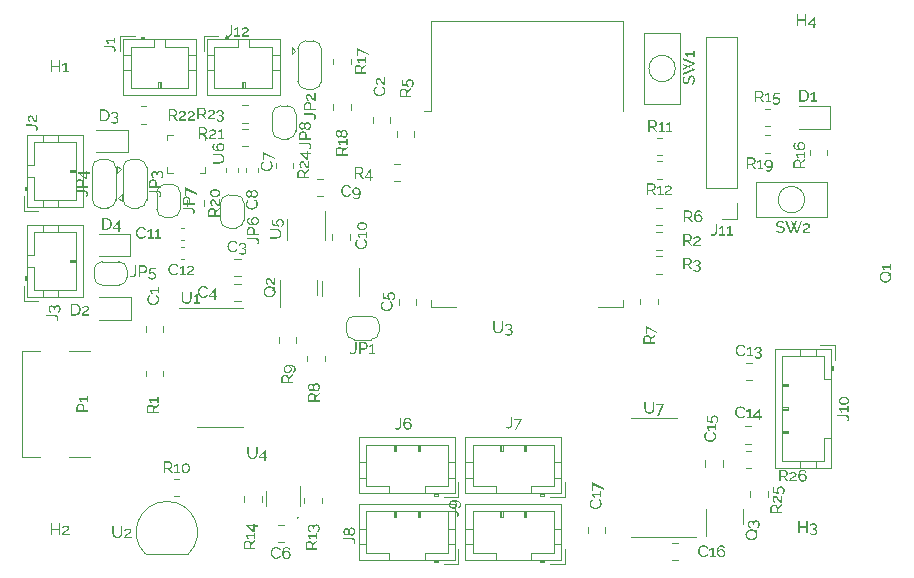
<source format=gbr>
%TF.GenerationSoftware,KiCad,Pcbnew,7.0.1*%
%TF.CreationDate,2023-11-07T22:06:08+01:00*%
%TF.ProjectId,GasWeighter,47617357-6569-4676-9874-65722e6b6963,rev?*%
%TF.SameCoordinates,Original*%
%TF.FileFunction,Legend,Top*%
%TF.FilePolarity,Positive*%
%FSLAX46Y46*%
G04 Gerber Fmt 4.6, Leading zero omitted, Abs format (unit mm)*
G04 Created by KiCad (PCBNEW 7.0.1) date 2023-11-07 22:06:08*
%MOMM*%
%LPD*%
G01*
G04 APERTURE LIST*
%ADD10C,0.150000*%
%ADD11C,0.120000*%
G04 APERTURE END LIST*
D10*
X122650000Y-90675000D02*
G75*
G03*
X122650000Y-90675000I-50000J0D01*
G01*
%TO.C,J2*%
G36*
X100465767Y-57914339D02*
G01*
X100471848Y-57905085D01*
X100477726Y-57894876D01*
X100482283Y-57886023D01*
X100486710Y-57876558D01*
X100491007Y-57866483D01*
X100495175Y-57855797D01*
X100499212Y-57844501D01*
X100501182Y-57838624D01*
X100504789Y-57826458D01*
X100507914Y-57813895D01*
X100509943Y-57804212D01*
X100511701Y-57794306D01*
X100513189Y-57784176D01*
X100514406Y-57773823D01*
X100515352Y-57763248D01*
X100516029Y-57752448D01*
X100516434Y-57741426D01*
X100516570Y-57730180D01*
X100516346Y-57716976D01*
X100515677Y-57704292D01*
X100514560Y-57692126D01*
X100512998Y-57680481D01*
X100510988Y-57669355D01*
X100508533Y-57658748D01*
X100505630Y-57648661D01*
X100502281Y-57639093D01*
X100498486Y-57630045D01*
X100492731Y-57618789D01*
X100491168Y-57616119D01*
X100484436Y-57605876D01*
X100476941Y-57596274D01*
X100468683Y-57587314D01*
X100459661Y-57578994D01*
X100449876Y-57571316D01*
X100439328Y-57564278D01*
X100428016Y-57557882D01*
X100419032Y-57553506D01*
X100415942Y-57552127D01*
X100406352Y-57548180D01*
X100396358Y-57544491D01*
X100385961Y-57541059D01*
X100375161Y-57537885D01*
X100363956Y-57534968D01*
X100352349Y-57532309D01*
X100340337Y-57529908D01*
X100327923Y-57527764D01*
X100315104Y-57525878D01*
X100301882Y-57524249D01*
X100292843Y-57523307D01*
X100278909Y-57522041D01*
X100264584Y-57520900D01*
X100254818Y-57520208D01*
X100244877Y-57519571D01*
X100234763Y-57518990D01*
X100224475Y-57518465D01*
X100214014Y-57517994D01*
X100203379Y-57517579D01*
X100192570Y-57517220D01*
X100181588Y-57516915D01*
X100170432Y-57516666D01*
X100159102Y-57516473D01*
X100147599Y-57516334D01*
X100135922Y-57516251D01*
X100124071Y-57516224D01*
X99616046Y-57516224D01*
X99616046Y-57389706D01*
X100124071Y-57389706D01*
X100138219Y-57389747D01*
X100152209Y-57389870D01*
X100166040Y-57390075D01*
X100179713Y-57390362D01*
X100193227Y-57390731D01*
X100206583Y-57391183D01*
X100219781Y-57391716D01*
X100232821Y-57392331D01*
X100245701Y-57393029D01*
X100258424Y-57393808D01*
X100270988Y-57394670D01*
X100283394Y-57395613D01*
X100295641Y-57396639D01*
X100307731Y-57397747D01*
X100319661Y-57398936D01*
X100331434Y-57400208D01*
X100343020Y-57401620D01*
X100354392Y-57403231D01*
X100365551Y-57405040D01*
X100376496Y-57407047D01*
X100387228Y-57409253D01*
X100397745Y-57411657D01*
X100408049Y-57414260D01*
X100418140Y-57417061D01*
X100428016Y-57420061D01*
X100437679Y-57423259D01*
X100447128Y-57426655D01*
X100456364Y-57430250D01*
X100465385Y-57434044D01*
X100478517Y-57440106D01*
X100491168Y-57446614D01*
X100503319Y-57453619D01*
X100514951Y-57461169D01*
X100526062Y-57469264D01*
X100536655Y-57477904D01*
X100546728Y-57487090D01*
X100556281Y-57496821D01*
X100565315Y-57507097D01*
X100573829Y-57517918D01*
X100581824Y-57529285D01*
X100589300Y-57541196D01*
X100593995Y-57549441D01*
X100600498Y-57562359D01*
X100604479Y-57571434D01*
X100608175Y-57580880D01*
X100611587Y-57590695D01*
X100614714Y-57600881D01*
X100617557Y-57611437D01*
X100620116Y-57622363D01*
X100622390Y-57633659D01*
X100624381Y-57645326D01*
X100626087Y-57657362D01*
X100627508Y-57669769D01*
X100628645Y-57682546D01*
X100629498Y-57695693D01*
X100630067Y-57709210D01*
X100630351Y-57723098D01*
X100630387Y-57730180D01*
X100630145Y-57745853D01*
X100629421Y-57761241D01*
X100628214Y-57776345D01*
X100626525Y-57791165D01*
X100624352Y-57805700D01*
X100621697Y-57819951D01*
X100618559Y-57833918D01*
X100614938Y-57847600D01*
X100610835Y-57860998D01*
X100606249Y-57874112D01*
X100601180Y-57886941D01*
X100595628Y-57899486D01*
X100589593Y-57911747D01*
X100583076Y-57923724D01*
X100576076Y-57935416D01*
X100568593Y-57946824D01*
X100465767Y-57914339D01*
G37*
G36*
X100615000Y-57224109D02*
G01*
X100604527Y-57224030D01*
X100594174Y-57223791D01*
X100583942Y-57223394D01*
X100573829Y-57222838D01*
X100563837Y-57222123D01*
X100553966Y-57221250D01*
X100544214Y-57220217D01*
X100531399Y-57218593D01*
X100518797Y-57216687D01*
X100509487Y-57215072D01*
X100497221Y-57212504D01*
X100485093Y-57209439D01*
X100473102Y-57205879D01*
X100461249Y-57201822D01*
X100449533Y-57197269D01*
X100437954Y-57192220D01*
X100426513Y-57186675D01*
X100415209Y-57180634D01*
X100404039Y-57173990D01*
X100395746Y-57168621D01*
X100387526Y-57162922D01*
X100379380Y-57156892D01*
X100371306Y-57150531D01*
X100363306Y-57143840D01*
X100355378Y-57136818D01*
X100347523Y-57129466D01*
X100339742Y-57121783D01*
X100332033Y-57113769D01*
X100329480Y-57111025D01*
X100321832Y-57102450D01*
X100314184Y-57093393D01*
X100306536Y-57083857D01*
X100298888Y-57073839D01*
X100291240Y-57063340D01*
X100283592Y-57052361D01*
X100275945Y-57040900D01*
X100268297Y-57028959D01*
X100260649Y-57016537D01*
X100255550Y-57007989D01*
X100250452Y-56999226D01*
X100247903Y-56994765D01*
X100242239Y-56984240D01*
X100236606Y-56973669D01*
X100231004Y-56963052D01*
X100225432Y-56952389D01*
X100219891Y-56941680D01*
X100214380Y-56930926D01*
X100208900Y-56920126D01*
X100203450Y-56909280D01*
X100197970Y-56898472D01*
X100192398Y-56887909D01*
X100186735Y-56877590D01*
X100180980Y-56867515D01*
X100175133Y-56857684D01*
X100169195Y-56848097D01*
X100163165Y-56838755D01*
X100157044Y-56829657D01*
X100150824Y-56820879D01*
X100144496Y-56812499D01*
X100138062Y-56804515D01*
X100131521Y-56796928D01*
X100124873Y-56789739D01*
X100116413Y-56781309D01*
X100107785Y-56773500D01*
X100104288Y-56770550D01*
X100095266Y-56763866D01*
X100085755Y-56758314D01*
X100075755Y-56753896D01*
X100065266Y-56750610D01*
X100054288Y-56748457D01*
X100042822Y-56747438D01*
X100038098Y-56747347D01*
X100027638Y-56747885D01*
X100017201Y-56749498D01*
X100006787Y-56752186D01*
X99996397Y-56755949D01*
X99990471Y-56758582D01*
X99981692Y-56763148D01*
X99973309Y-56768417D01*
X99965320Y-56774390D01*
X99957727Y-56781068D01*
X99950528Y-56788450D01*
X99948217Y-56791067D01*
X99941596Y-56799321D01*
X99935474Y-56808332D01*
X99929850Y-56818097D01*
X99924723Y-56828619D01*
X99920832Y-56837964D01*
X99918663Y-56843823D01*
X99915426Y-56853896D01*
X99912738Y-56864421D01*
X99910599Y-56875400D01*
X99909008Y-56886833D01*
X99907966Y-56898718D01*
X99907527Y-56908553D01*
X99907428Y-56916119D01*
X99907615Y-56926560D01*
X99908176Y-56936757D01*
X99909111Y-56946710D01*
X99910420Y-56956419D01*
X99912582Y-56968211D01*
X99915329Y-56979622D01*
X99918660Y-56990651D01*
X99919396Y-56992811D01*
X99923273Y-57003388D01*
X99927424Y-57013596D01*
X99931850Y-57023433D01*
X99936550Y-57032901D01*
X99941524Y-57042000D01*
X99946773Y-57050728D01*
X99948949Y-57054116D01*
X99954498Y-57062269D01*
X99961299Y-57071611D01*
X99968254Y-57080472D01*
X99975364Y-57088853D01*
X99982628Y-57096753D01*
X99986318Y-57100522D01*
X99993500Y-57107609D01*
X100001509Y-57115269D01*
X100009121Y-57122275D01*
X100017333Y-57129480D01*
X100021245Y-57132762D01*
X99931364Y-57212874D01*
X99923505Y-57205337D01*
X99916404Y-57197792D01*
X99909629Y-57190153D01*
X99902219Y-57181432D01*
X99896926Y-57175016D01*
X99890044Y-57166281D01*
X99883139Y-57156865D01*
X99876210Y-57146770D01*
X99870650Y-57138204D01*
X99865074Y-57129203D01*
X99859483Y-57119768D01*
X99853877Y-57109897D01*
X99852473Y-57107361D01*
X99846955Y-57096965D01*
X99841635Y-57086173D01*
X99836514Y-57074984D01*
X99831591Y-57063397D01*
X99826866Y-57051414D01*
X99823453Y-57042166D01*
X99820151Y-57032695D01*
X99816961Y-57023001D01*
X99813883Y-57013083D01*
X99810958Y-57002945D01*
X99808322Y-56992587D01*
X99805972Y-56982010D01*
X99803911Y-56971215D01*
X99802137Y-56960200D01*
X99800651Y-56948967D01*
X99799452Y-56937514D01*
X99798541Y-56925843D01*
X99797918Y-56913952D01*
X99797583Y-56901843D01*
X99797519Y-56893649D01*
X99797673Y-56881624D01*
X99798137Y-56869823D01*
X99798910Y-56858246D01*
X99799992Y-56846891D01*
X99801383Y-56835760D01*
X99803083Y-56824852D01*
X99805092Y-56814168D01*
X99807411Y-56803706D01*
X99810038Y-56793468D01*
X99812975Y-56783453D01*
X99815104Y-56776901D01*
X99818520Y-56767288D01*
X99822171Y-56757958D01*
X99826059Y-56748912D01*
X99831609Y-56737292D01*
X99837580Y-56726175D01*
X99843970Y-56715562D01*
X99850781Y-56705452D01*
X99858011Y-56695847D01*
X99863709Y-56688973D01*
X99871627Y-56680249D01*
X99879874Y-56672029D01*
X99888450Y-56664312D01*
X99897353Y-56657099D01*
X99906585Y-56650390D01*
X99916144Y-56644185D01*
X99926032Y-56638484D01*
X99936249Y-56633286D01*
X99946705Y-56628649D01*
X99957315Y-56624630D01*
X99968077Y-56621230D01*
X99978991Y-56618448D01*
X99990058Y-56616284D01*
X100001278Y-56614739D01*
X100012651Y-56613811D01*
X100024176Y-56613502D01*
X100034314Y-56613712D01*
X100044212Y-56614344D01*
X100057034Y-56615840D01*
X100069430Y-56618084D01*
X100081398Y-56621075D01*
X100092938Y-56624815D01*
X100104051Y-56629303D01*
X100114737Y-56634539D01*
X100119919Y-56637438D01*
X100129964Y-56643590D01*
X100139703Y-56650077D01*
X100149137Y-56656901D01*
X100158265Y-56664060D01*
X100167089Y-56671556D01*
X100175607Y-56679387D01*
X100183819Y-56687553D01*
X100191727Y-56696056D01*
X100199283Y-56704742D01*
X100206564Y-56713581D01*
X100213571Y-56722572D01*
X100220303Y-56731716D01*
X100226760Y-56741012D01*
X100232943Y-56750461D01*
X100238850Y-56760063D01*
X100244483Y-56769817D01*
X100249818Y-56779518D01*
X100254955Y-56788960D01*
X100259893Y-56798142D01*
X100264633Y-56807064D01*
X100269175Y-56815727D01*
X100274572Y-56826191D01*
X100279660Y-56836250D01*
X100281608Y-56840159D01*
X100286578Y-56850038D01*
X100291869Y-56860286D01*
X100297483Y-56870903D01*
X100302205Y-56879664D01*
X100307134Y-56888660D01*
X100312269Y-56897894D01*
X100317610Y-56907364D01*
X100318977Y-56909769D01*
X100324499Y-56919363D01*
X100330197Y-56928850D01*
X100336070Y-56938231D01*
X100342119Y-56947504D01*
X100348344Y-56956671D01*
X100354743Y-56965731D01*
X100361319Y-56974684D01*
X100368070Y-56983530D01*
X100375012Y-56992181D01*
X100382160Y-57000551D01*
X100389514Y-57008637D01*
X100397074Y-57016442D01*
X100404840Y-57023964D01*
X100412812Y-57031203D01*
X100420991Y-57038160D01*
X100429375Y-57044835D01*
X100437889Y-57051013D01*
X100446579Y-57056604D01*
X100455444Y-57061608D01*
X100464485Y-57066023D01*
X100473701Y-57069851D01*
X100483093Y-57073091D01*
X100492661Y-57075743D01*
X100502404Y-57077808D01*
X100502404Y-56598115D01*
X100615000Y-56598115D01*
X100615000Y-57224109D01*
G37*
%TO.C,P1*%
G36*
X104247068Y-81012015D02*
G01*
X104258551Y-81012575D01*
X104269966Y-81013509D01*
X104281311Y-81014816D01*
X104292589Y-81016497D01*
X104303797Y-81018551D01*
X104314937Y-81020979D01*
X104326008Y-81023780D01*
X104337010Y-81026955D01*
X104347944Y-81030504D01*
X104355195Y-81033077D01*
X104365891Y-81037172D01*
X104376364Y-81041581D01*
X104386613Y-81046303D01*
X104396640Y-81051338D01*
X104406443Y-81056687D01*
X104416023Y-81062349D01*
X104425379Y-81068324D01*
X104434513Y-81074613D01*
X104443423Y-81081216D01*
X104452110Y-81088132D01*
X104457777Y-81092916D01*
X104466044Y-81100290D01*
X104473994Y-81107937D01*
X104481626Y-81115860D01*
X104488941Y-81124057D01*
X104495937Y-81132530D01*
X104502616Y-81141277D01*
X104508978Y-81150298D01*
X104515021Y-81159595D01*
X104520747Y-81169166D01*
X104526155Y-81179012D01*
X104529584Y-81185729D01*
X104534342Y-81195957D01*
X104538632Y-81206400D01*
X104542454Y-81217057D01*
X104545807Y-81227929D01*
X104548693Y-81239016D01*
X104551111Y-81250318D01*
X104553061Y-81261834D01*
X104554543Y-81273565D01*
X104555557Y-81285510D01*
X104556103Y-81297670D01*
X104556207Y-81305896D01*
X104556207Y-81604117D01*
X104915000Y-81604117D01*
X104915000Y-81730635D01*
X103916046Y-81730635D01*
X103916046Y-81604117D01*
X104028642Y-81604117D01*
X104443611Y-81604117D01*
X104443611Y-81312979D01*
X104443217Y-81300811D01*
X104442037Y-81289037D01*
X104440069Y-81277656D01*
X104437314Y-81266669D01*
X104433772Y-81256075D01*
X104429443Y-81245874D01*
X104427491Y-81241905D01*
X104422143Y-81232209D01*
X104416175Y-81222966D01*
X104409588Y-81214177D01*
X104402380Y-81205841D01*
X104394551Y-81197958D01*
X104386103Y-81190528D01*
X104382550Y-81187683D01*
X104373323Y-81180899D01*
X104363655Y-81174593D01*
X104353545Y-81168763D01*
X104342994Y-81163411D01*
X104332002Y-81158536D01*
X104322891Y-81154979D01*
X104315872Y-81152512D01*
X104306281Y-81149535D01*
X104296561Y-81146955D01*
X104286711Y-81144772D01*
X104276732Y-81142986D01*
X104266623Y-81141597D01*
X104256383Y-81140605D01*
X104246015Y-81140010D01*
X104235516Y-81139811D01*
X104224678Y-81140044D01*
X104214023Y-81140742D01*
X104203551Y-81141906D01*
X104193262Y-81143536D01*
X104183156Y-81145631D01*
X104173234Y-81148192D01*
X104163495Y-81151218D01*
X104153939Y-81154710D01*
X104144570Y-81158530D01*
X104135514Y-81162663D01*
X104126771Y-81167109D01*
X104116282Y-81173107D01*
X104106282Y-81179593D01*
X104096771Y-81186569D01*
X104087749Y-81194033D01*
X104079282Y-81201945D01*
X104071434Y-81210262D01*
X104064207Y-81218984D01*
X104057600Y-81228112D01*
X104051613Y-81237646D01*
X104046247Y-81247585D01*
X104044274Y-81251674D01*
X104039771Y-81262068D01*
X104036031Y-81272640D01*
X104033054Y-81283391D01*
X104030840Y-81294321D01*
X104029390Y-81305430D01*
X104028703Y-81316718D01*
X104028642Y-81321283D01*
X104028642Y-81604117D01*
X103916046Y-81604117D01*
X103916046Y-81314200D01*
X103916289Y-81301928D01*
X103917017Y-81289840D01*
X103918229Y-81277937D01*
X103919927Y-81266218D01*
X103922111Y-81254684D01*
X103924779Y-81243335D01*
X103927932Y-81232170D01*
X103931571Y-81221190D01*
X103935695Y-81210394D01*
X103940304Y-81199783D01*
X103943646Y-81192812D01*
X103948936Y-81182508D01*
X103954548Y-81172479D01*
X103960482Y-81162724D01*
X103966738Y-81153244D01*
X103973316Y-81144040D01*
X103980216Y-81135109D01*
X103987438Y-81126454D01*
X103994982Y-81118073D01*
X104002849Y-81109968D01*
X104011037Y-81102137D01*
X104016674Y-81097069D01*
X104025339Y-81089669D01*
X104034205Y-81082583D01*
X104043274Y-81075810D01*
X104052544Y-81069351D01*
X104062015Y-81063205D01*
X104071689Y-81057372D01*
X104081564Y-81051853D01*
X104091642Y-81046648D01*
X104101921Y-81041755D01*
X104112401Y-81037177D01*
X104119501Y-81034298D01*
X104130190Y-81030282D01*
X104140919Y-81026662D01*
X104151686Y-81023436D01*
X104162491Y-81020605D01*
X104173335Y-81018170D01*
X104184218Y-81016129D01*
X104195140Y-81014483D01*
X104206100Y-81013232D01*
X104217099Y-81012376D01*
X104228136Y-81011916D01*
X104235516Y-81011828D01*
X104247068Y-81012015D01*
G37*
G36*
X104802404Y-80379483D02*
G01*
X104915000Y-80379483D01*
X104915000Y-80884577D01*
X104802404Y-80884577D01*
X104802404Y-80684787D01*
X104253834Y-80684787D01*
X104262398Y-80692022D01*
X104270117Y-80699806D01*
X104276900Y-80707557D01*
X104283838Y-80716304D01*
X104289738Y-80724354D01*
X104295555Y-80732834D01*
X104301253Y-80741637D01*
X104306832Y-80750762D01*
X104312292Y-80760208D01*
X104317633Y-80769977D01*
X104322854Y-80780067D01*
X104324909Y-80784193D01*
X104329827Y-80794551D01*
X104334507Y-80805016D01*
X104338948Y-80815588D01*
X104343151Y-80826268D01*
X104347115Y-80837055D01*
X104350841Y-80847949D01*
X104352264Y-80852337D01*
X104355501Y-80863119D01*
X104358189Y-80873484D01*
X104360328Y-80883432D01*
X104362172Y-80894818D01*
X104363225Y-80905602D01*
X104363499Y-80914131D01*
X104245286Y-80914131D01*
X104244856Y-80904270D01*
X104243568Y-80894076D01*
X104241422Y-80883548D01*
X104238416Y-80872686D01*
X104234552Y-80861490D01*
X104230843Y-80852292D01*
X104227700Y-80845254D01*
X104223216Y-80835786D01*
X104218556Y-80826432D01*
X104213721Y-80817193D01*
X104208710Y-80808068D01*
X104203524Y-80799058D01*
X104198162Y-80790162D01*
X104192625Y-80781381D01*
X104186912Y-80772714D01*
X104181134Y-80764257D01*
X104175402Y-80756106D01*
X104168301Y-80746345D01*
X104161272Y-80737062D01*
X104154314Y-80728256D01*
X104147428Y-80719927D01*
X104141971Y-80713607D01*
X104134283Y-80705078D01*
X104127522Y-80697991D01*
X104119951Y-80690786D01*
X104111685Y-80684787D01*
X104111685Y-80558269D01*
X104802404Y-80558269D01*
X104802404Y-80379483D01*
G37*
%TO.C,C13*%
G36*
X159728020Y-76515940D02*
G01*
X159728143Y-76504707D01*
X159728512Y-76493477D01*
X159729128Y-76482251D01*
X159729989Y-76471030D01*
X159731097Y-76459812D01*
X159732451Y-76448598D01*
X159734051Y-76437387D01*
X159735897Y-76426181D01*
X159737989Y-76414978D01*
X159740328Y-76403779D01*
X159742912Y-76392584D01*
X159745743Y-76381393D01*
X159748820Y-76370205D01*
X159752143Y-76359021D01*
X159755712Y-76347842D01*
X159759527Y-76336666D01*
X159763611Y-76325563D01*
X159767923Y-76314604D01*
X159772465Y-76303787D01*
X159777235Y-76293114D01*
X159782234Y-76282584D01*
X159787463Y-76272197D01*
X159792920Y-76261953D01*
X159798606Y-76251852D01*
X159804522Y-76241895D01*
X159810666Y-76232080D01*
X159817039Y-76222409D01*
X159823641Y-76212880D01*
X159830472Y-76203495D01*
X159837533Y-76194253D01*
X159844822Y-76185154D01*
X159852340Y-76176198D01*
X159860110Y-76167422D01*
X159868093Y-76158861D01*
X159876291Y-76150515D01*
X159884702Y-76142386D01*
X159893327Y-76134472D01*
X159902165Y-76126773D01*
X159911218Y-76119290D01*
X159920484Y-76112023D01*
X159929963Y-76104972D01*
X159939657Y-76098136D01*
X159949564Y-76091515D01*
X159959684Y-76085111D01*
X159970019Y-76078922D01*
X159980567Y-76072948D01*
X159991329Y-76067190D01*
X160002305Y-76061648D01*
X160013481Y-76056354D01*
X160024844Y-76051401D01*
X160036394Y-76046790D01*
X160048131Y-76042521D01*
X160060055Y-76038593D01*
X160072166Y-76035007D01*
X160084464Y-76031762D01*
X160096949Y-76028859D01*
X160109621Y-76026297D01*
X160122480Y-76024077D01*
X160135526Y-76022198D01*
X160148759Y-76020661D01*
X160162179Y-76019466D01*
X160175786Y-76018612D01*
X160189580Y-76018099D01*
X160203561Y-76017929D01*
X160220112Y-76018165D01*
X160236366Y-76018875D01*
X160252322Y-76020058D01*
X160267980Y-76021714D01*
X160283341Y-76023844D01*
X160298404Y-76026447D01*
X160313169Y-76029523D01*
X160327636Y-76033072D01*
X160341806Y-76037094D01*
X160355678Y-76041590D01*
X160369253Y-76046559D01*
X160382530Y-76052001D01*
X160395509Y-76057916D01*
X160408191Y-76064304D01*
X160420575Y-76071166D01*
X160432661Y-76078501D01*
X160444436Y-76086215D01*
X160455826Y-76094213D01*
X160466830Y-76102495D01*
X160477449Y-76111062D01*
X160487682Y-76119912D01*
X160497530Y-76129048D01*
X160506993Y-76138467D01*
X160516070Y-76148171D01*
X160524761Y-76158159D01*
X160533067Y-76168432D01*
X160540988Y-76178989D01*
X160548523Y-76189830D01*
X160555673Y-76200955D01*
X160562438Y-76212365D01*
X160568817Y-76224059D01*
X160574810Y-76236038D01*
X160474915Y-76300762D01*
X160470620Y-76291923D01*
X160464640Y-76280566D01*
X160458370Y-76269697D01*
X160451809Y-76259317D01*
X160444959Y-76249425D01*
X160437819Y-76240022D01*
X160430389Y-76231107D01*
X160422668Y-76222681D01*
X160420693Y-76220650D01*
X160412724Y-76212731D01*
X160404573Y-76205217D01*
X160396238Y-76198107D01*
X160387720Y-76191402D01*
X160379019Y-76185101D01*
X160370135Y-76179205D01*
X160361067Y-76173714D01*
X160351816Y-76168627D01*
X160342497Y-76163860D01*
X160333101Y-76159452D01*
X160323629Y-76155403D01*
X160314081Y-76151713D01*
X160304456Y-76148381D01*
X160294755Y-76145408D01*
X160284978Y-76142794D01*
X160275124Y-76140539D01*
X160265312Y-76138535D01*
X160255539Y-76136799D01*
X160245804Y-76135329D01*
X160236106Y-76134127D01*
X160224038Y-76133000D01*
X160212030Y-76132291D01*
X160200082Y-76131998D01*
X160197699Y-76131990D01*
X160187422Y-76132125D01*
X160177290Y-76132528D01*
X160167302Y-76133201D01*
X160157460Y-76134142D01*
X160147763Y-76135353D01*
X160133489Y-76137674D01*
X160119541Y-76140600D01*
X160105920Y-76144131D01*
X160092625Y-76148268D01*
X160079656Y-76153010D01*
X160067014Y-76158357D01*
X160054698Y-76164310D01*
X160050665Y-76166428D01*
X160038845Y-76173072D01*
X160027381Y-76180090D01*
X160016273Y-76187481D01*
X160005522Y-76195245D01*
X159995127Y-76203383D01*
X159985089Y-76211895D01*
X159975406Y-76220780D01*
X159966081Y-76230038D01*
X159957111Y-76239670D01*
X159948498Y-76249676D01*
X159942954Y-76256554D01*
X159934993Y-76267074D01*
X159927415Y-76277843D01*
X159920219Y-76288861D01*
X159913404Y-76300128D01*
X159906972Y-76311645D01*
X159900922Y-76323410D01*
X159895254Y-76335424D01*
X159889968Y-76347687D01*
X159885065Y-76360199D01*
X159880543Y-76372960D01*
X159877741Y-76381606D01*
X159873856Y-76394664D01*
X159870354Y-76407735D01*
X159867233Y-76420819D01*
X159864495Y-76433916D01*
X159862138Y-76447026D01*
X159860164Y-76460148D01*
X159858572Y-76473284D01*
X159857362Y-76486432D01*
X159856534Y-76499593D01*
X159856088Y-76512768D01*
X159856003Y-76521557D01*
X159856105Y-76531388D01*
X159856408Y-76541158D01*
X159857242Y-76555698D01*
X159858532Y-76570101D01*
X159860276Y-76584366D01*
X159862476Y-76598494D01*
X159865131Y-76612484D01*
X159868240Y-76626338D01*
X159871805Y-76640053D01*
X159875825Y-76653632D01*
X159880300Y-76667073D01*
X159881893Y-76671523D01*
X159886971Y-76684707D01*
X159892406Y-76697609D01*
X159898197Y-76710227D01*
X159904344Y-76722562D01*
X159910848Y-76734613D01*
X159917708Y-76746381D01*
X159924924Y-76757866D01*
X159932497Y-76769067D01*
X159940426Y-76779985D01*
X159948712Y-76790620D01*
X159954433Y-76797552D01*
X159963283Y-76807615D01*
X159972428Y-76817287D01*
X159981870Y-76826568D01*
X159991608Y-76835459D01*
X160001642Y-76843959D01*
X160011972Y-76852069D01*
X160022599Y-76859787D01*
X160033522Y-76867115D01*
X160044741Y-76874053D01*
X160056257Y-76880599D01*
X160064098Y-76884747D01*
X160076060Y-76890508D01*
X160088224Y-76895703D01*
X160100589Y-76900331D01*
X160113157Y-76904393D01*
X160125926Y-76907888D01*
X160138897Y-76910816D01*
X160152069Y-76913177D01*
X160165444Y-76914972D01*
X160179020Y-76916199D01*
X160192798Y-76916861D01*
X160202096Y-76916987D01*
X160211961Y-76916834D01*
X160221894Y-76916376D01*
X160231897Y-76915613D01*
X160241968Y-76914544D01*
X160252108Y-76913170D01*
X160262317Y-76911491D01*
X160272594Y-76909507D01*
X160282940Y-76907217D01*
X160293263Y-76904530D01*
X160303472Y-76901477D01*
X160313566Y-76898058D01*
X160323545Y-76894272D01*
X160333410Y-76890120D01*
X160343161Y-76885601D01*
X160352797Y-76880717D01*
X160362319Y-76875465D01*
X160371764Y-76869855D01*
X160381049Y-76863894D01*
X160390174Y-76857582D01*
X160399138Y-76850919D01*
X160407943Y-76843905D01*
X160416587Y-76836539D01*
X160425070Y-76828823D01*
X160433393Y-76820755D01*
X160441507Y-76812245D01*
X160449239Y-76803322D01*
X160456589Y-76793987D01*
X160463557Y-76784241D01*
X160470144Y-76774082D01*
X160476350Y-76763510D01*
X160482173Y-76752527D01*
X160487615Y-76741132D01*
X160593128Y-76798773D01*
X160588473Y-76809234D01*
X160583483Y-76819458D01*
X160578157Y-76829447D01*
X160572497Y-76839199D01*
X160566502Y-76848715D01*
X160560173Y-76857995D01*
X160553508Y-76867039D01*
X160546508Y-76875847D01*
X160539174Y-76884419D01*
X160531505Y-76892754D01*
X160526206Y-76898180D01*
X160518091Y-76906078D01*
X160509774Y-76913745D01*
X160501255Y-76921179D01*
X160492535Y-76928382D01*
X160483612Y-76935353D01*
X160474488Y-76942092D01*
X160465162Y-76948599D01*
X160455635Y-76954875D01*
X160445905Y-76960918D01*
X160435974Y-76966730D01*
X160429241Y-76970476D01*
X160419019Y-76975895D01*
X160408685Y-76981069D01*
X160398239Y-76985998D01*
X160387682Y-76990683D01*
X160377013Y-76995123D01*
X160366232Y-76999318D01*
X160355340Y-77003269D01*
X160344336Y-77006975D01*
X160333221Y-77010436D01*
X160321994Y-77013652D01*
X160314447Y-77015661D01*
X160303159Y-77018411D01*
X160291919Y-77020890D01*
X160280725Y-77023099D01*
X160269579Y-77025037D01*
X160258480Y-77026705D01*
X160247428Y-77028103D01*
X160236424Y-77029230D01*
X160225466Y-77030086D01*
X160214556Y-77030672D01*
X160203694Y-77030988D01*
X160196478Y-77031048D01*
X160183691Y-77030872D01*
X160171039Y-77030346D01*
X160158519Y-77029468D01*
X160146133Y-77028239D01*
X160133881Y-77026659D01*
X160121763Y-77024728D01*
X160109777Y-77022446D01*
X160097926Y-77019813D01*
X160086208Y-77016828D01*
X160074624Y-77013493D01*
X160063173Y-77009807D01*
X160051856Y-77005769D01*
X160040672Y-77001380D01*
X160029622Y-76996640D01*
X160018705Y-76991549D01*
X160007922Y-76986107D01*
X159997296Y-76980353D01*
X159986849Y-76974387D01*
X159976581Y-76968210D01*
X159966493Y-76961820D01*
X159956584Y-76955219D01*
X159946854Y-76948406D01*
X159937304Y-76941381D01*
X159927933Y-76934145D01*
X159918741Y-76926696D01*
X159909729Y-76919036D01*
X159900896Y-76911164D01*
X159892243Y-76903080D01*
X159883769Y-76894784D01*
X159875474Y-76886277D01*
X159867359Y-76877558D01*
X159859423Y-76868627D01*
X159851717Y-76859483D01*
X159844230Y-76850186D01*
X159836963Y-76840737D01*
X159829915Y-76831135D01*
X159823087Y-76821381D01*
X159816478Y-76811474D01*
X159810089Y-76801414D01*
X159803919Y-76791202D01*
X159797968Y-76780836D01*
X159792237Y-76770319D01*
X159786725Y-76759648D01*
X159781433Y-76748825D01*
X159776360Y-76737850D01*
X159771507Y-76726721D01*
X159766873Y-76715440D01*
X159762458Y-76704007D01*
X159758288Y-76692453D01*
X159754387Y-76680872D01*
X159750755Y-76669265D01*
X159747392Y-76657631D01*
X159744298Y-76645971D01*
X159741473Y-76634283D01*
X159738917Y-76622569D01*
X159736630Y-76610828D01*
X159734612Y-76599061D01*
X159732863Y-76587266D01*
X159731383Y-76575445D01*
X159730173Y-76563598D01*
X159729231Y-76551723D01*
X159728558Y-76539822D01*
X159728155Y-76527894D01*
X159728020Y-76515940D01*
G37*
G36*
X161226938Y-76909904D02*
G01*
X161226938Y-77022500D01*
X160721844Y-77022500D01*
X160721844Y-76909904D01*
X160921635Y-76909904D01*
X160921635Y-76361334D01*
X160914399Y-76369898D01*
X160906615Y-76377617D01*
X160898865Y-76384400D01*
X160890118Y-76391338D01*
X160882068Y-76397238D01*
X160873587Y-76403055D01*
X160864785Y-76408753D01*
X160855660Y-76414332D01*
X160846214Y-76419792D01*
X160836445Y-76425133D01*
X160826354Y-76430354D01*
X160822228Y-76432409D01*
X160811870Y-76437327D01*
X160801405Y-76442007D01*
X160790833Y-76446448D01*
X160780153Y-76450651D01*
X160769366Y-76454615D01*
X160758472Y-76458341D01*
X160754084Y-76459764D01*
X160743302Y-76463001D01*
X160732937Y-76465689D01*
X160722990Y-76467828D01*
X160711604Y-76469672D01*
X160700819Y-76470725D01*
X160692291Y-76470999D01*
X160692291Y-76352786D01*
X160702151Y-76352356D01*
X160712346Y-76351068D01*
X160722874Y-76348922D01*
X160733736Y-76345916D01*
X160744932Y-76342052D01*
X160754129Y-76338343D01*
X160761167Y-76335200D01*
X160770636Y-76330716D01*
X160779989Y-76326056D01*
X160789229Y-76321221D01*
X160798353Y-76316210D01*
X160807364Y-76311024D01*
X160816259Y-76305662D01*
X160825041Y-76300125D01*
X160833708Y-76294412D01*
X160842164Y-76288634D01*
X160850316Y-76282902D01*
X160860076Y-76275801D01*
X160869359Y-76268772D01*
X160878165Y-76261814D01*
X160886494Y-76254928D01*
X160892814Y-76249471D01*
X160901344Y-76241783D01*
X160908431Y-76235022D01*
X160915636Y-76227451D01*
X160921635Y-76219185D01*
X161048153Y-76219185D01*
X161048153Y-76909904D01*
X161226938Y-76909904D01*
G37*
G36*
X161760365Y-76690573D02*
G01*
X161771485Y-76692701D01*
X161782312Y-76695237D01*
X161792848Y-76698181D01*
X161803092Y-76701534D01*
X161813044Y-76705295D01*
X161822704Y-76709464D01*
X161832072Y-76714042D01*
X161841148Y-76719028D01*
X161849932Y-76724422D01*
X161858425Y-76730225D01*
X161866625Y-76736436D01*
X161874533Y-76743055D01*
X161882150Y-76750083D01*
X161889474Y-76757519D01*
X161896506Y-76765363D01*
X161903247Y-76773616D01*
X161909635Y-76782169D01*
X161915612Y-76790976D01*
X161921176Y-76800037D01*
X161926328Y-76809352D01*
X161931068Y-76818920D01*
X161935395Y-76828742D01*
X161939311Y-76838818D01*
X161942814Y-76849148D01*
X161945905Y-76859732D01*
X161948585Y-76870569D01*
X161950851Y-76881660D01*
X161952706Y-76893005D01*
X161954149Y-76904604D01*
X161955179Y-76916456D01*
X161955797Y-76928562D01*
X161956003Y-76940922D01*
X161955793Y-76952959D01*
X161955162Y-76964799D01*
X161954110Y-76976441D01*
X161952637Y-76987886D01*
X161950744Y-76999133D01*
X161948430Y-77010182D01*
X161945695Y-77021035D01*
X161942540Y-77031689D01*
X161938963Y-77042146D01*
X161934966Y-77052406D01*
X161932068Y-77059136D01*
X161927399Y-77069028D01*
X161922370Y-77078645D01*
X161916981Y-77087987D01*
X161911231Y-77097055D01*
X161905120Y-77105847D01*
X161898648Y-77114365D01*
X161891816Y-77122609D01*
X161884623Y-77130577D01*
X161877070Y-77138271D01*
X161869156Y-77145689D01*
X161863680Y-77150483D01*
X161855234Y-77157470D01*
X161846475Y-77164144D01*
X161837402Y-77170505D01*
X161828016Y-77176552D01*
X161818317Y-77182286D01*
X161808304Y-77187706D01*
X161797978Y-77192813D01*
X161787338Y-77197606D01*
X161776385Y-77202086D01*
X161765119Y-77206253D01*
X161757434Y-77208857D01*
X161745723Y-77212523D01*
X161733763Y-77215829D01*
X161721555Y-77218774D01*
X161709097Y-77221359D01*
X161696390Y-77223583D01*
X161683434Y-77225446D01*
X161670229Y-77226949D01*
X161656775Y-77228091D01*
X161643072Y-77228872D01*
X161629121Y-77229293D01*
X161619681Y-77229373D01*
X161606411Y-77229216D01*
X161593345Y-77228744D01*
X161580483Y-77227956D01*
X161567825Y-77226854D01*
X161555372Y-77225438D01*
X161543122Y-77223706D01*
X161531077Y-77221660D01*
X161519236Y-77219298D01*
X161507599Y-77216622D01*
X161496167Y-77213631D01*
X161484938Y-77210325D01*
X161473914Y-77206704D01*
X161463094Y-77202769D01*
X161452478Y-77198518D01*
X161442066Y-77193953D01*
X161431858Y-77189073D01*
X161421893Y-77183937D01*
X161412208Y-77178544D01*
X161402804Y-77172893D01*
X161393680Y-77166984D01*
X161384837Y-77160818D01*
X161376274Y-77154394D01*
X161367992Y-77147713D01*
X161359990Y-77140774D01*
X161352268Y-77133578D01*
X161344828Y-77126123D01*
X161337667Y-77118412D01*
X161330787Y-77110442D01*
X161324188Y-77102215D01*
X161317869Y-77093731D01*
X161311831Y-77084988D01*
X161306073Y-77075989D01*
X161388872Y-76992946D01*
X161395158Y-77003537D01*
X161401834Y-77013694D01*
X161408902Y-77023418D01*
X161416360Y-77032708D01*
X161424209Y-77041565D01*
X161432449Y-77049987D01*
X161441079Y-77057976D01*
X161450100Y-77065532D01*
X161459512Y-77072654D01*
X161469314Y-77079342D01*
X161476066Y-77083560D01*
X161486666Y-77089496D01*
X161497859Y-77094849D01*
X161509644Y-77099617D01*
X161522022Y-77103802D01*
X161534992Y-77107403D01*
X161548555Y-77110419D01*
X161562710Y-77112852D01*
X161572476Y-77114150D01*
X161582505Y-77115188D01*
X161592798Y-77115966D01*
X161603353Y-77116485D01*
X161614173Y-77116745D01*
X161619681Y-77116777D01*
X161631669Y-77116606D01*
X161643331Y-77116094D01*
X161654666Y-77115240D01*
X161665675Y-77114045D01*
X161676358Y-77112508D01*
X161686714Y-77110629D01*
X161696744Y-77108409D01*
X161706448Y-77105847D01*
X161715826Y-77102944D01*
X161729280Y-77097949D01*
X161742001Y-77092185D01*
X161753987Y-77085653D01*
X161765239Y-77078352D01*
X161772333Y-77073058D01*
X161782285Y-77064509D01*
X161791258Y-77055166D01*
X161799252Y-77045029D01*
X161806267Y-77034097D01*
X161812304Y-77022371D01*
X161817361Y-77009851D01*
X161821440Y-76996537D01*
X161824540Y-76982428D01*
X161826062Y-76972581D01*
X161827150Y-76962381D01*
X161827803Y-76951828D01*
X161828020Y-76940922D01*
X161827786Y-76929980D01*
X161827085Y-76919318D01*
X161825916Y-76908937D01*
X161824280Y-76898836D01*
X161822176Y-76889016D01*
X161819605Y-76879476D01*
X161814872Y-76865692D01*
X161809087Y-76852540D01*
X161802249Y-76840018D01*
X161794360Y-76828128D01*
X161785420Y-76816869D01*
X161775427Y-76806241D01*
X161768181Y-76799506D01*
X161760489Y-76793117D01*
X161752374Y-76787141D01*
X161743835Y-76781577D01*
X161734872Y-76776425D01*
X161725486Y-76771685D01*
X161715676Y-76767357D01*
X161705443Y-76763442D01*
X161694786Y-76759938D01*
X161683705Y-76756847D01*
X161672201Y-76754168D01*
X161660273Y-76751901D01*
X161647922Y-76750047D01*
X161635147Y-76748604D01*
X161621948Y-76747574D01*
X161608326Y-76746955D01*
X161594280Y-76746749D01*
X161557888Y-76746749D01*
X161557888Y-76642702D01*
X161597211Y-76642702D01*
X161609696Y-76642512D01*
X161621810Y-76641942D01*
X161633555Y-76640993D01*
X161644930Y-76639664D01*
X161655934Y-76637955D01*
X161666568Y-76635867D01*
X161676832Y-76633399D01*
X161686726Y-76630551D01*
X161696249Y-76627323D01*
X161705403Y-76623716D01*
X161718439Y-76617593D01*
X161730642Y-76610615D01*
X161742012Y-76602784D01*
X161752549Y-76594098D01*
X161762239Y-76584757D01*
X161770976Y-76574961D01*
X161778760Y-76564710D01*
X161785591Y-76554004D01*
X161791468Y-76542842D01*
X161796393Y-76531226D01*
X161800364Y-76519155D01*
X161803382Y-76506628D01*
X161805447Y-76493646D01*
X161806559Y-76480210D01*
X161806771Y-76470999D01*
X161806314Y-76457364D01*
X161804942Y-76444395D01*
X161802656Y-76432091D01*
X161799455Y-76420452D01*
X161795340Y-76409479D01*
X161790310Y-76399172D01*
X161784366Y-76389530D01*
X161777508Y-76380553D01*
X161769735Y-76372242D01*
X161761047Y-76364596D01*
X161754747Y-76359869D01*
X161744757Y-76353321D01*
X161734294Y-76347418D01*
X161723359Y-76342159D01*
X161711951Y-76337543D01*
X161700072Y-76333572D01*
X161687720Y-76330245D01*
X161674896Y-76327561D01*
X161661599Y-76325522D01*
X161647830Y-76324127D01*
X161633589Y-76323375D01*
X161623833Y-76323232D01*
X161609525Y-76323524D01*
X161595543Y-76324400D01*
X161581887Y-76325860D01*
X161568558Y-76327903D01*
X161555555Y-76330531D01*
X161542878Y-76333742D01*
X161530528Y-76337538D01*
X161518503Y-76341917D01*
X161506805Y-76346880D01*
X161495434Y-76352427D01*
X161488034Y-76356449D01*
X161477319Y-76362861D01*
X161467063Y-76369733D01*
X161457266Y-76377064D01*
X161447929Y-76384854D01*
X161439051Y-76393104D01*
X161430632Y-76401813D01*
X161422673Y-76410981D01*
X161415173Y-76420609D01*
X161408133Y-76430696D01*
X161401552Y-76441243D01*
X161397420Y-76448529D01*
X161321460Y-76369638D01*
X161326246Y-76360945D01*
X161331444Y-76352450D01*
X161337054Y-76344153D01*
X161343076Y-76336055D01*
X161349510Y-76328155D01*
X161356357Y-76320454D01*
X161363615Y-76312951D01*
X161371286Y-76305647D01*
X161379377Y-76298564D01*
X161387772Y-76291725D01*
X161396474Y-76285130D01*
X161405480Y-76278780D01*
X161414792Y-76272674D01*
X161424409Y-76266812D01*
X161434331Y-76261195D01*
X161444559Y-76255821D01*
X161455046Y-76250665D01*
X161465747Y-76245823D01*
X161476662Y-76241293D01*
X161487790Y-76237076D01*
X161499132Y-76233171D01*
X161510688Y-76229580D01*
X161522457Y-76226302D01*
X161534440Y-76223337D01*
X161546668Y-76220704D01*
X161559048Y-76218422D01*
X161571580Y-76216490D01*
X161584266Y-76214911D01*
X161597104Y-76213682D01*
X161610094Y-76212804D01*
X161619938Y-76212376D01*
X161629867Y-76212146D01*
X161636534Y-76212102D01*
X161648850Y-76212263D01*
X161660977Y-76212746D01*
X161672915Y-76213551D01*
X161684665Y-76214678D01*
X161696225Y-76216127D01*
X161707597Y-76217898D01*
X161718780Y-76219991D01*
X161729773Y-76222406D01*
X161740578Y-76225143D01*
X161751194Y-76228202D01*
X161758167Y-76230420D01*
X161768471Y-76233979D01*
X161778500Y-76237787D01*
X161788254Y-76241845D01*
X161797734Y-76246151D01*
X161806939Y-76250706D01*
X161815869Y-76255510D01*
X161824524Y-76260563D01*
X161832905Y-76265866D01*
X161841011Y-76271417D01*
X161851391Y-76279206D01*
X161853910Y-76281222D01*
X161863638Y-76289504D01*
X161872793Y-76298228D01*
X161881376Y-76307395D01*
X161889386Y-76317004D01*
X161896824Y-76327056D01*
X161903690Y-76337551D01*
X161909983Y-76348488D01*
X161915703Y-76359869D01*
X161920855Y-76371627D01*
X161925320Y-76383698D01*
X161929099Y-76396081D01*
X161931481Y-76405575D01*
X161933478Y-76415244D01*
X161935088Y-76425089D01*
X161936311Y-76435111D01*
X161937149Y-76445308D01*
X161937599Y-76455681D01*
X161937685Y-76462695D01*
X161937498Y-76473136D01*
X161936937Y-76483456D01*
X161936002Y-76493653D01*
X161934693Y-76503728D01*
X161933010Y-76513681D01*
X161930953Y-76523511D01*
X161928522Y-76533220D01*
X161925717Y-76542807D01*
X161922550Y-76552164D01*
X161919031Y-76561308D01*
X161914139Y-76572437D01*
X161908699Y-76583233D01*
X161902709Y-76593694D01*
X161896172Y-76603821D01*
X161890546Y-76611683D01*
X161883051Y-76621120D01*
X161875066Y-76630044D01*
X161866593Y-76638456D01*
X161857631Y-76646354D01*
X161848179Y-76653740D01*
X161838239Y-76660613D01*
X161834126Y-76663218D01*
X161823631Y-76669231D01*
X161812755Y-76674600D01*
X161801497Y-76679325D01*
X161792216Y-76682642D01*
X161782690Y-76685546D01*
X161772920Y-76688038D01*
X161762907Y-76690118D01*
X161760365Y-76690573D01*
G37*
%TO.C,C8*%
G36*
X118758440Y-64590927D02*
G01*
X118747207Y-64590804D01*
X118735977Y-64590435D01*
X118724751Y-64589819D01*
X118713530Y-64588958D01*
X118702312Y-64587850D01*
X118691098Y-64586496D01*
X118679887Y-64584896D01*
X118668681Y-64583050D01*
X118657478Y-64580958D01*
X118646279Y-64578619D01*
X118635084Y-64576035D01*
X118623893Y-64573204D01*
X118612705Y-64570127D01*
X118601521Y-64566804D01*
X118590342Y-64563235D01*
X118579166Y-64559420D01*
X118568063Y-64555336D01*
X118557104Y-64551024D01*
X118546287Y-64546482D01*
X118535614Y-64541712D01*
X118525084Y-64536713D01*
X118514697Y-64531484D01*
X118504453Y-64526027D01*
X118494352Y-64520341D01*
X118484395Y-64514425D01*
X118474580Y-64508281D01*
X118464909Y-64501908D01*
X118455380Y-64495306D01*
X118445995Y-64488475D01*
X118436753Y-64481414D01*
X118427654Y-64474125D01*
X118418698Y-64466607D01*
X118409922Y-64458837D01*
X118401361Y-64450854D01*
X118393015Y-64442656D01*
X118384886Y-64434245D01*
X118376972Y-64425620D01*
X118369273Y-64416782D01*
X118361790Y-64407729D01*
X118354523Y-64398463D01*
X118347472Y-64388984D01*
X118340636Y-64379290D01*
X118334015Y-64369383D01*
X118327611Y-64359263D01*
X118321422Y-64348928D01*
X118315448Y-64338380D01*
X118309690Y-64327618D01*
X118304148Y-64316642D01*
X118298854Y-64305466D01*
X118293901Y-64294103D01*
X118289290Y-64282553D01*
X118285021Y-64270816D01*
X118281093Y-64258892D01*
X118277507Y-64246781D01*
X118274262Y-64234483D01*
X118271359Y-64221998D01*
X118268797Y-64209326D01*
X118266577Y-64196467D01*
X118264698Y-64183421D01*
X118263161Y-64170188D01*
X118261966Y-64156768D01*
X118261112Y-64143161D01*
X118260599Y-64129367D01*
X118260429Y-64115386D01*
X118260665Y-64098835D01*
X118261375Y-64082581D01*
X118262558Y-64066625D01*
X118264214Y-64050967D01*
X118266344Y-64035606D01*
X118268947Y-64020543D01*
X118272023Y-64005778D01*
X118275572Y-63991311D01*
X118279594Y-63977141D01*
X118284090Y-63963269D01*
X118289059Y-63949694D01*
X118294501Y-63936417D01*
X118300416Y-63923438D01*
X118306804Y-63910756D01*
X118313666Y-63898372D01*
X118321001Y-63886286D01*
X118328715Y-63874511D01*
X118336713Y-63863121D01*
X118344995Y-63852117D01*
X118353562Y-63841498D01*
X118362412Y-63831265D01*
X118371548Y-63821417D01*
X118380967Y-63811954D01*
X118390671Y-63802877D01*
X118400659Y-63794186D01*
X118410932Y-63785880D01*
X118421489Y-63777959D01*
X118432330Y-63770424D01*
X118443455Y-63763274D01*
X118454865Y-63756509D01*
X118466559Y-63750130D01*
X118478538Y-63744137D01*
X118543262Y-63844032D01*
X118534423Y-63848327D01*
X118523066Y-63854307D01*
X118512197Y-63860577D01*
X118501817Y-63867138D01*
X118491925Y-63873988D01*
X118482522Y-63881128D01*
X118473607Y-63888558D01*
X118465181Y-63896279D01*
X118463150Y-63898254D01*
X118455231Y-63906223D01*
X118447717Y-63914374D01*
X118440607Y-63922709D01*
X118433902Y-63931227D01*
X118427601Y-63939928D01*
X118421705Y-63948812D01*
X118416214Y-63957880D01*
X118411127Y-63967131D01*
X118406360Y-63976450D01*
X118401952Y-63985846D01*
X118397903Y-63995318D01*
X118394213Y-64004866D01*
X118390881Y-64014491D01*
X118387908Y-64024192D01*
X118385294Y-64033969D01*
X118383039Y-64043823D01*
X118381035Y-64053635D01*
X118379299Y-64063408D01*
X118377829Y-64073143D01*
X118376627Y-64082841D01*
X118375500Y-64094909D01*
X118374791Y-64106917D01*
X118374498Y-64118865D01*
X118374490Y-64121248D01*
X118374625Y-64131525D01*
X118375028Y-64141657D01*
X118375701Y-64151645D01*
X118376642Y-64161487D01*
X118377853Y-64171184D01*
X118380174Y-64185458D01*
X118383100Y-64199406D01*
X118386631Y-64213027D01*
X118390768Y-64226322D01*
X118395510Y-64239291D01*
X118400857Y-64251933D01*
X118406810Y-64264249D01*
X118408928Y-64268282D01*
X118415572Y-64280102D01*
X118422590Y-64291566D01*
X118429981Y-64302674D01*
X118437745Y-64313425D01*
X118445883Y-64323820D01*
X118454395Y-64333858D01*
X118463280Y-64343541D01*
X118472538Y-64352866D01*
X118482170Y-64361836D01*
X118492176Y-64370449D01*
X118499054Y-64375993D01*
X118509574Y-64383954D01*
X118520343Y-64391532D01*
X118531361Y-64398728D01*
X118542628Y-64405543D01*
X118554145Y-64411975D01*
X118565910Y-64418025D01*
X118577924Y-64423693D01*
X118590187Y-64428979D01*
X118602699Y-64433882D01*
X118615460Y-64438404D01*
X118624106Y-64441206D01*
X118637164Y-64445091D01*
X118650235Y-64448593D01*
X118663319Y-64451714D01*
X118676416Y-64454452D01*
X118689526Y-64456809D01*
X118702648Y-64458783D01*
X118715784Y-64460375D01*
X118728932Y-64461585D01*
X118742093Y-64462413D01*
X118755268Y-64462859D01*
X118764057Y-64462944D01*
X118773888Y-64462842D01*
X118783658Y-64462539D01*
X118798198Y-64461705D01*
X118812601Y-64460415D01*
X118826866Y-64458671D01*
X118840994Y-64456471D01*
X118854984Y-64453816D01*
X118868838Y-64450707D01*
X118882553Y-64447142D01*
X118896132Y-64443122D01*
X118909573Y-64438647D01*
X118914023Y-64437054D01*
X118927207Y-64431976D01*
X118940109Y-64426541D01*
X118952727Y-64420750D01*
X118965062Y-64414603D01*
X118977113Y-64408099D01*
X118988881Y-64401239D01*
X119000366Y-64394023D01*
X119011567Y-64386450D01*
X119022485Y-64378521D01*
X119033120Y-64370235D01*
X119040052Y-64364514D01*
X119050115Y-64355664D01*
X119059787Y-64346519D01*
X119069068Y-64337077D01*
X119077959Y-64327339D01*
X119086459Y-64317305D01*
X119094569Y-64306975D01*
X119102287Y-64296348D01*
X119109615Y-64285425D01*
X119116553Y-64274206D01*
X119123099Y-64262690D01*
X119127247Y-64254849D01*
X119133008Y-64242887D01*
X119138203Y-64230723D01*
X119142831Y-64218358D01*
X119146893Y-64205790D01*
X119150388Y-64193021D01*
X119153316Y-64180050D01*
X119155677Y-64166878D01*
X119157472Y-64153503D01*
X119158699Y-64139927D01*
X119159361Y-64126149D01*
X119159487Y-64116851D01*
X119159334Y-64106986D01*
X119158876Y-64097053D01*
X119158113Y-64087050D01*
X119157044Y-64076979D01*
X119155670Y-64066839D01*
X119153991Y-64056630D01*
X119152007Y-64046353D01*
X119149717Y-64036007D01*
X119147030Y-64025684D01*
X119143977Y-64015475D01*
X119140558Y-64005381D01*
X119136772Y-63995402D01*
X119132620Y-63985537D01*
X119128101Y-63975786D01*
X119123217Y-63966150D01*
X119117965Y-63956628D01*
X119112355Y-63947183D01*
X119106394Y-63937898D01*
X119100082Y-63928773D01*
X119093419Y-63919809D01*
X119086405Y-63911004D01*
X119079039Y-63902360D01*
X119071323Y-63893877D01*
X119063255Y-63885554D01*
X119054745Y-63877440D01*
X119045822Y-63869708D01*
X119036487Y-63862358D01*
X119026741Y-63855390D01*
X119016582Y-63848803D01*
X119006010Y-63842597D01*
X118995027Y-63836774D01*
X118983632Y-63831332D01*
X119041273Y-63725819D01*
X119051734Y-63730474D01*
X119061958Y-63735464D01*
X119071947Y-63740790D01*
X119081699Y-63746450D01*
X119091215Y-63752445D01*
X119100495Y-63758774D01*
X119109539Y-63765439D01*
X119118347Y-63772439D01*
X119126919Y-63779773D01*
X119135254Y-63787442D01*
X119140680Y-63792741D01*
X119148578Y-63800856D01*
X119156245Y-63809173D01*
X119163679Y-63817692D01*
X119170882Y-63826412D01*
X119177853Y-63835335D01*
X119184592Y-63844459D01*
X119191099Y-63853785D01*
X119197375Y-63863312D01*
X119203418Y-63873042D01*
X119209230Y-63882973D01*
X119212976Y-63889706D01*
X119218395Y-63899928D01*
X119223569Y-63910262D01*
X119228498Y-63920708D01*
X119233183Y-63931265D01*
X119237623Y-63941934D01*
X119241818Y-63952715D01*
X119245769Y-63963607D01*
X119249475Y-63974611D01*
X119252936Y-63985726D01*
X119256152Y-63996953D01*
X119258161Y-64004500D01*
X119260911Y-64015788D01*
X119263390Y-64027028D01*
X119265599Y-64038222D01*
X119267537Y-64049368D01*
X119269205Y-64060467D01*
X119270603Y-64071519D01*
X119271730Y-64082523D01*
X119272586Y-64093481D01*
X119273172Y-64104391D01*
X119273488Y-64115253D01*
X119273548Y-64122469D01*
X119273372Y-64135256D01*
X119272846Y-64147908D01*
X119271968Y-64160428D01*
X119270739Y-64172814D01*
X119269159Y-64185066D01*
X119267228Y-64197184D01*
X119264946Y-64209170D01*
X119262313Y-64221021D01*
X119259328Y-64232739D01*
X119255993Y-64244323D01*
X119252307Y-64255774D01*
X119248269Y-64267091D01*
X119243880Y-64278275D01*
X119239140Y-64289325D01*
X119234049Y-64300242D01*
X119228607Y-64311025D01*
X119222853Y-64321651D01*
X119216887Y-64332098D01*
X119210710Y-64342366D01*
X119204320Y-64352454D01*
X119197719Y-64362363D01*
X119190906Y-64372093D01*
X119183881Y-64381643D01*
X119176645Y-64391014D01*
X119169196Y-64400206D01*
X119161536Y-64409218D01*
X119153664Y-64418051D01*
X119145580Y-64426704D01*
X119137284Y-64435178D01*
X119128777Y-64443473D01*
X119120058Y-64451588D01*
X119111127Y-64459524D01*
X119101983Y-64467230D01*
X119092686Y-64474717D01*
X119083237Y-64481984D01*
X119073635Y-64489032D01*
X119063881Y-64495860D01*
X119053974Y-64502469D01*
X119043914Y-64508858D01*
X119033702Y-64515028D01*
X119023336Y-64520979D01*
X119012819Y-64526710D01*
X119002148Y-64532222D01*
X118991325Y-64537514D01*
X118980350Y-64542587D01*
X118969221Y-64547440D01*
X118957940Y-64552074D01*
X118946507Y-64556489D01*
X118934953Y-64560659D01*
X118923372Y-64564560D01*
X118911765Y-64568192D01*
X118900131Y-64571555D01*
X118888471Y-64574649D01*
X118876783Y-64577474D01*
X118865069Y-64580030D01*
X118853328Y-64582317D01*
X118841561Y-64584335D01*
X118829766Y-64586084D01*
X118817945Y-64587564D01*
X118806098Y-64588774D01*
X118794223Y-64589716D01*
X118782322Y-64590389D01*
X118770394Y-64590792D01*
X118758440Y-64590927D01*
G37*
G36*
X118994734Y-62919338D02*
G01*
X119007065Y-62920098D01*
X119019160Y-62921364D01*
X119031019Y-62923137D01*
X119042641Y-62925417D01*
X119054028Y-62928204D01*
X119065179Y-62931497D01*
X119076093Y-62935296D01*
X119086771Y-62939602D01*
X119097213Y-62944415D01*
X119104043Y-62947905D01*
X119114025Y-62953483D01*
X119123727Y-62959408D01*
X119133150Y-62965682D01*
X119142294Y-62972303D01*
X119151159Y-62979272D01*
X119159745Y-62986588D01*
X119168052Y-62994252D01*
X119176080Y-63002265D01*
X119183829Y-63010624D01*
X119191298Y-63019332D01*
X119196123Y-63025330D01*
X119203075Y-63034537D01*
X119209736Y-63044023D01*
X119216104Y-63053789D01*
X119222181Y-63063833D01*
X119227965Y-63074156D01*
X119233458Y-63084759D01*
X119238658Y-63095640D01*
X119243567Y-63106800D01*
X119248184Y-63118240D01*
X119252509Y-63129959D01*
X119255230Y-63137926D01*
X119258984Y-63149991D01*
X119262368Y-63162189D01*
X119265384Y-63174520D01*
X119268030Y-63186985D01*
X119270307Y-63199582D01*
X119272214Y-63212312D01*
X119273753Y-63225176D01*
X119274922Y-63238173D01*
X119275722Y-63251302D01*
X119276153Y-63264565D01*
X119276235Y-63273481D01*
X119276031Y-63287400D01*
X119275419Y-63301130D01*
X119274399Y-63314671D01*
X119272972Y-63328023D01*
X119271136Y-63341187D01*
X119268893Y-63354161D01*
X119266242Y-63366947D01*
X119263183Y-63379543D01*
X119259716Y-63391951D01*
X119255841Y-63404170D01*
X119253032Y-63412211D01*
X119248533Y-63424055D01*
X119243738Y-63435589D01*
X119238647Y-63446815D01*
X119233259Y-63457732D01*
X119227576Y-63468339D01*
X119221596Y-63478637D01*
X119215320Y-63488626D01*
X119208747Y-63498306D01*
X119201879Y-63507677D01*
X119194714Y-63516739D01*
X119189773Y-63522609D01*
X119182131Y-63531138D01*
X119174228Y-63539324D01*
X119166063Y-63547167D01*
X119157636Y-63554666D01*
X119148947Y-63561821D01*
X119139996Y-63568633D01*
X119130783Y-63575102D01*
X119121308Y-63581227D01*
X119111572Y-63587009D01*
X119101573Y-63592447D01*
X119094762Y-63595882D01*
X119084385Y-63600639D01*
X119073862Y-63604929D01*
X119063193Y-63608751D01*
X119052378Y-63612105D01*
X119041418Y-63614990D01*
X119030311Y-63617408D01*
X119019058Y-63619358D01*
X119007659Y-63620840D01*
X118996114Y-63621854D01*
X118984424Y-63622400D01*
X118976549Y-63622504D01*
X118965058Y-63622241D01*
X118953788Y-63621451D01*
X118942740Y-63620134D01*
X118931913Y-63618291D01*
X118921308Y-63615921D01*
X118910924Y-63613024D01*
X118900761Y-63609601D01*
X118890819Y-63605651D01*
X118881118Y-63601293D01*
X118871677Y-63596645D01*
X118862495Y-63591706D01*
X118853572Y-63586478D01*
X118844909Y-63580960D01*
X118836506Y-63575151D01*
X118828362Y-63569053D01*
X118820478Y-63562664D01*
X118812845Y-63556013D01*
X118805457Y-63549124D01*
X118798312Y-63541999D01*
X118791413Y-63534638D01*
X118784757Y-63527039D01*
X118778346Y-63519205D01*
X118772178Y-63511133D01*
X118766256Y-63502825D01*
X118760619Y-63494399D01*
X118755310Y-63485972D01*
X118750330Y-63477546D01*
X118744566Y-63467013D01*
X118739315Y-63456480D01*
X118734577Y-63445947D01*
X118730352Y-63435414D01*
X118726198Y-63444971D01*
X118721675Y-63454410D01*
X118716781Y-63463728D01*
X118711518Y-63472928D01*
X118705886Y-63482009D01*
X118699884Y-63490970D01*
X118697379Y-63494521D01*
X118690837Y-63503131D01*
X118684032Y-63511408D01*
X118676964Y-63519350D01*
X118669635Y-63526959D01*
X118662043Y-63534234D01*
X118654188Y-63541175D01*
X118650973Y-63543858D01*
X118642693Y-63550201D01*
X118634186Y-63556103D01*
X118625453Y-63561564D01*
X118616493Y-63566584D01*
X118607306Y-63571162D01*
X118597893Y-63575299D01*
X118594064Y-63576831D01*
X118584270Y-63580278D01*
X118574272Y-63583142D01*
X118564072Y-63585421D01*
X118553669Y-63587115D01*
X118543063Y-63588226D01*
X118532255Y-63588752D01*
X118527875Y-63588798D01*
X118516142Y-63588545D01*
X118504668Y-63587785D01*
X118493451Y-63586519D01*
X118482491Y-63584746D01*
X118471789Y-63582466D01*
X118461345Y-63579679D01*
X118451158Y-63576386D01*
X118441229Y-63572587D01*
X118431558Y-63568281D01*
X118422144Y-63563468D01*
X118416011Y-63559978D01*
X118407029Y-63554382D01*
X118398309Y-63548495D01*
X118389850Y-63542315D01*
X118381653Y-63535844D01*
X118373718Y-63529080D01*
X118366046Y-63522025D01*
X118358635Y-63514677D01*
X118351485Y-63507038D01*
X118344598Y-63499107D01*
X118337973Y-63490884D01*
X118333702Y-63485239D01*
X118327530Y-63476583D01*
X118321654Y-63467743D01*
X118316075Y-63458717D01*
X118310792Y-63449508D01*
X118305806Y-63440113D01*
X118301115Y-63430534D01*
X118296721Y-63420770D01*
X118292623Y-63410822D01*
X118288821Y-63400689D01*
X118285316Y-63390371D01*
X118283143Y-63383390D01*
X118280088Y-63372814D01*
X118277333Y-63362241D01*
X118274879Y-63351673D01*
X118272725Y-63341109D01*
X118270871Y-63330550D01*
X118269319Y-63319995D01*
X118268067Y-63309444D01*
X118267115Y-63298897D01*
X118266464Y-63288355D01*
X118266113Y-63277817D01*
X118266060Y-63272260D01*
X118377177Y-63272260D01*
X118377439Y-63284007D01*
X118378226Y-63295587D01*
X118379538Y-63307000D01*
X118381375Y-63318246D01*
X118383736Y-63329325D01*
X118386622Y-63340237D01*
X118387923Y-63344556D01*
X118391450Y-63355115D01*
X118395465Y-63365269D01*
X118399970Y-63375017D01*
X118404963Y-63384360D01*
X118410446Y-63393297D01*
X118416417Y-63401829D01*
X118418942Y-63405128D01*
X118425486Y-63412986D01*
X118432447Y-63420379D01*
X118439826Y-63427306D01*
X118447622Y-63433769D01*
X118455835Y-63439767D01*
X118464466Y-63445299D01*
X118468035Y-63447382D01*
X118477197Y-63452026D01*
X118486668Y-63455883D01*
X118496450Y-63458952D01*
X118506542Y-63461235D01*
X118516943Y-63462731D01*
X118527655Y-63463439D01*
X118532027Y-63463502D01*
X118543707Y-63463073D01*
X118554934Y-63461785D01*
X118565708Y-63459638D01*
X118576029Y-63456633D01*
X118585896Y-63452769D01*
X118595310Y-63448046D01*
X118598949Y-63445916D01*
X118607735Y-63440165D01*
X118616080Y-63433900D01*
X118623983Y-63427122D01*
X118631445Y-63419832D01*
X118638466Y-63412029D01*
X118645045Y-63403713D01*
X118647554Y-63400243D01*
X118653427Y-63391258D01*
X118658836Y-63382011D01*
X118663779Y-63372501D01*
X118668257Y-63362729D01*
X118672270Y-63352694D01*
X118675818Y-63342397D01*
X118677107Y-63338205D01*
X118679921Y-63327672D01*
X118682259Y-63317139D01*
X118684119Y-63306606D01*
X118685503Y-63296073D01*
X118686409Y-63285540D01*
X118686839Y-63275007D01*
X118686864Y-63272260D01*
X118782376Y-63272260D01*
X118782586Y-63282735D01*
X118783215Y-63293158D01*
X118784265Y-63303527D01*
X118785734Y-63313842D01*
X118787623Y-63324104D01*
X118789932Y-63334313D01*
X118792661Y-63344468D01*
X118795809Y-63354570D01*
X118799354Y-63364454D01*
X118803274Y-63374078D01*
X118807567Y-63383444D01*
X118812234Y-63392549D01*
X118817276Y-63401396D01*
X118822691Y-63409982D01*
X118828480Y-63418309D01*
X118834644Y-63426377D01*
X118841101Y-63434059D01*
X118847894Y-63441352D01*
X118855023Y-63448256D01*
X118862487Y-63454770D01*
X118870288Y-63460895D01*
X118878424Y-63466631D01*
X118886896Y-63471978D01*
X118895704Y-63476935D01*
X118904799Y-63481343D01*
X118914129Y-63485163D01*
X118923697Y-63488396D01*
X118933501Y-63491040D01*
X118943542Y-63493097D01*
X118953819Y-63494567D01*
X118964333Y-63495448D01*
X118975083Y-63495742D01*
X118986223Y-63495425D01*
X118997050Y-63494475D01*
X119007564Y-63492891D01*
X119017765Y-63490674D01*
X119027653Y-63487823D01*
X119037228Y-63484339D01*
X119046490Y-63480221D01*
X119055439Y-63475470D01*
X119064056Y-63470157D01*
X119072322Y-63464479D01*
X119080237Y-63458434D01*
X119087801Y-63452022D01*
X119095014Y-63445245D01*
X119101876Y-63438101D01*
X119108386Y-63430590D01*
X119114546Y-63422713D01*
X119120366Y-63414474D01*
X119125857Y-63405998D01*
X119131021Y-63397285D01*
X119135856Y-63388336D01*
X119140363Y-63379150D01*
X119144542Y-63369728D01*
X119148393Y-63360069D01*
X119151915Y-63350173D01*
X119155006Y-63340148D01*
X119157685Y-63330099D01*
X119159952Y-63320028D01*
X119161807Y-63309934D01*
X119163249Y-63299817D01*
X119164280Y-63289677D01*
X119164898Y-63279515D01*
X119165104Y-63269329D01*
X119164887Y-63258800D01*
X119164234Y-63248339D01*
X119163146Y-63237947D01*
X119161624Y-63227624D01*
X119159666Y-63217370D01*
X119157273Y-63207184D01*
X119154445Y-63197067D01*
X119151182Y-63187019D01*
X119147465Y-63177139D01*
X119143397Y-63167525D01*
X119138978Y-63158179D01*
X119134207Y-63149100D01*
X119129086Y-63140288D01*
X119123613Y-63131744D01*
X119117790Y-63123466D01*
X119111615Y-63115456D01*
X119105112Y-63107705D01*
X119098304Y-63100328D01*
X119091190Y-63093325D01*
X119083771Y-63086696D01*
X119076047Y-63080441D01*
X119068018Y-63074560D01*
X119059683Y-63069053D01*
X119051043Y-63063921D01*
X119042143Y-63059284D01*
X119033030Y-63055265D01*
X119023703Y-63051865D01*
X119014162Y-63049083D01*
X119004408Y-63046919D01*
X118994439Y-63045373D01*
X118984258Y-63044446D01*
X118973862Y-63044137D01*
X118962715Y-63044457D01*
X118951865Y-63045419D01*
X118941313Y-63047022D01*
X118931058Y-63049266D01*
X118921102Y-63052151D01*
X118911443Y-63055677D01*
X118902081Y-63059845D01*
X118893018Y-63064653D01*
X118884217Y-63069912D01*
X118875768Y-63075553D01*
X118867670Y-63081575D01*
X118859923Y-63087978D01*
X118852527Y-63094764D01*
X118845482Y-63101931D01*
X118838788Y-63109480D01*
X118832445Y-63117410D01*
X118826465Y-63125603D01*
X118820859Y-63134064D01*
X118815627Y-63142792D01*
X118810769Y-63151787D01*
X118806285Y-63161049D01*
X118802175Y-63170578D01*
X118798438Y-63180375D01*
X118795076Y-63190438D01*
X118792100Y-63200639D01*
X118789520Y-63210848D01*
X118787337Y-63221064D01*
X118785551Y-63231288D01*
X118784162Y-63241519D01*
X118783169Y-63251759D01*
X118782574Y-63262005D01*
X118782376Y-63272260D01*
X118686864Y-63272260D01*
X118686877Y-63270794D01*
X118686620Y-63260261D01*
X118685851Y-63249728D01*
X118684569Y-63239195D01*
X118682774Y-63228662D01*
X118680466Y-63218129D01*
X118677646Y-63207596D01*
X118676374Y-63203383D01*
X118672801Y-63192917D01*
X118668799Y-63182737D01*
X118664367Y-63172843D01*
X118659506Y-63163236D01*
X118654216Y-63153915D01*
X118648496Y-63144879D01*
X118646088Y-63141346D01*
X118639667Y-63132824D01*
X118632769Y-63124816D01*
X118625394Y-63117321D01*
X118617542Y-63110338D01*
X118609213Y-63103868D01*
X118600407Y-63097911D01*
X118596751Y-63095672D01*
X118587313Y-63090606D01*
X118577469Y-63086399D01*
X118567220Y-63083050D01*
X118556565Y-63080560D01*
X118545505Y-63078928D01*
X118534040Y-63078155D01*
X118529340Y-63078087D01*
X118518522Y-63078480D01*
X118508050Y-63079661D01*
X118497924Y-63081629D01*
X118488143Y-63084384D01*
X118478709Y-63087926D01*
X118469620Y-63092255D01*
X118466081Y-63094207D01*
X118457442Y-63099507D01*
X118449232Y-63105331D01*
X118441452Y-63111681D01*
X118434101Y-63118555D01*
X118427179Y-63125953D01*
X118420686Y-63133877D01*
X118418210Y-63137193D01*
X118412254Y-63145722D01*
X118406751Y-63154667D01*
X118401702Y-63164030D01*
X118397105Y-63173811D01*
X118392962Y-63184009D01*
X118389272Y-63194624D01*
X118387923Y-63198987D01*
X118384827Y-63210049D01*
X118382256Y-63221255D01*
X118380210Y-63232604D01*
X118378688Y-63244095D01*
X118377691Y-63255730D01*
X118377219Y-63267508D01*
X118377177Y-63272260D01*
X118266060Y-63272260D01*
X118266046Y-63270794D01*
X118266197Y-63260211D01*
X118266647Y-63249620D01*
X118267399Y-63239019D01*
X118268451Y-63228411D01*
X118269803Y-63217793D01*
X118271456Y-63207167D01*
X118273409Y-63196533D01*
X118275663Y-63185889D01*
X118278218Y-63175238D01*
X118281073Y-63164577D01*
X118283143Y-63157466D01*
X118286445Y-63146894D01*
X118290030Y-63136520D01*
X118293898Y-63126343D01*
X118298050Y-63116364D01*
X118302485Y-63106582D01*
X118307203Y-63096998D01*
X118312205Y-63087612D01*
X118317490Y-63078422D01*
X118323058Y-63069431D01*
X118328910Y-63060637D01*
X118332969Y-63054884D01*
X118339289Y-63046424D01*
X118345883Y-63038266D01*
X118352752Y-63030407D01*
X118359897Y-63022850D01*
X118367315Y-63015592D01*
X118375009Y-63008636D01*
X118382978Y-63001980D01*
X118391221Y-62995624D01*
X118399739Y-62989569D01*
X118408531Y-62983815D01*
X118414546Y-62980145D01*
X118423788Y-62974995D01*
X118433288Y-62970351D01*
X118443045Y-62966213D01*
X118453060Y-62962583D01*
X118463332Y-62959459D01*
X118473863Y-62956841D01*
X118484650Y-62954730D01*
X118495696Y-62953126D01*
X118506999Y-62952028D01*
X118518559Y-62951437D01*
X118526409Y-62951325D01*
X118539450Y-62951732D01*
X118552195Y-62952956D01*
X118564643Y-62954995D01*
X118576796Y-62957850D01*
X118588652Y-62961521D01*
X118600211Y-62966008D01*
X118611475Y-62971310D01*
X118622442Y-62977428D01*
X118633113Y-62984362D01*
X118643488Y-62992111D01*
X118650240Y-62997731D01*
X118660033Y-63006582D01*
X118669354Y-63015734D01*
X118678203Y-63025187D01*
X118686579Y-63034940D01*
X118694483Y-63044993D01*
X118701915Y-63055347D01*
X118708874Y-63066002D01*
X118715362Y-63076957D01*
X118721376Y-63088213D01*
X118726919Y-63099769D01*
X118730352Y-63107640D01*
X118734390Y-63098172D01*
X118738687Y-63088818D01*
X118743243Y-63079579D01*
X118748060Y-63070454D01*
X118753135Y-63061444D01*
X118758470Y-63052548D01*
X118764065Y-63043767D01*
X118769919Y-63035100D01*
X118775968Y-63026632D01*
X118782269Y-63018446D01*
X118788821Y-63010542D01*
X118795626Y-63002921D01*
X118802682Y-62995582D01*
X118809990Y-62988526D01*
X118817550Y-62981752D01*
X118825362Y-62975260D01*
X118833419Y-62969067D01*
X118841711Y-62963186D01*
X118850241Y-62957618D01*
X118859007Y-62952363D01*
X118868009Y-62947421D01*
X118877249Y-62942791D01*
X118886725Y-62938475D01*
X118896437Y-62934472D01*
X118906378Y-62930865D01*
X118916541Y-62927740D01*
X118926925Y-62925095D01*
X118937531Y-62922931D01*
X118948358Y-62921248D01*
X118959406Y-62920046D01*
X118970675Y-62919325D01*
X118982166Y-62919085D01*
X118994734Y-62919338D01*
G37*
%TO.C,H1*%
G36*
X102540125Y-51966046D02*
G01*
X102540125Y-52965000D01*
X102413363Y-52965000D01*
X102413363Y-52510708D01*
X101863328Y-52510708D01*
X101863328Y-52965000D01*
X101736810Y-52965000D01*
X101736810Y-51966046D01*
X101863328Y-51966046D01*
X101863328Y-52398112D01*
X102413363Y-52398112D01*
X102413363Y-51966046D01*
X102540125Y-51966046D01*
G37*
G36*
X103253070Y-52852404D02*
G01*
X103253070Y-52965000D01*
X102747976Y-52965000D01*
X102747976Y-52852404D01*
X102947767Y-52852404D01*
X102947767Y-52303834D01*
X102940531Y-52312398D01*
X102932747Y-52320117D01*
X102924996Y-52326900D01*
X102916249Y-52333838D01*
X102908199Y-52339738D01*
X102899719Y-52345555D01*
X102890916Y-52351253D01*
X102881792Y-52356832D01*
X102872345Y-52362292D01*
X102862577Y-52367633D01*
X102852486Y-52372854D01*
X102848360Y-52374909D01*
X102838002Y-52379827D01*
X102827537Y-52384507D01*
X102816965Y-52388948D01*
X102806285Y-52393151D01*
X102795498Y-52397115D01*
X102784604Y-52400841D01*
X102780216Y-52402264D01*
X102769434Y-52405501D01*
X102759069Y-52408189D01*
X102749121Y-52410328D01*
X102737736Y-52412172D01*
X102726951Y-52413225D01*
X102718422Y-52413499D01*
X102718422Y-52295286D01*
X102728283Y-52294856D01*
X102738477Y-52293568D01*
X102749005Y-52291422D01*
X102759867Y-52288416D01*
X102771064Y-52284552D01*
X102780261Y-52280843D01*
X102787299Y-52277700D01*
X102796767Y-52273216D01*
X102806121Y-52268556D01*
X102815360Y-52263721D01*
X102824485Y-52258710D01*
X102833495Y-52253524D01*
X102842391Y-52248162D01*
X102851172Y-52242625D01*
X102859839Y-52236912D01*
X102868296Y-52231134D01*
X102876448Y-52225402D01*
X102886208Y-52218301D01*
X102895491Y-52211272D01*
X102904297Y-52204314D01*
X102912626Y-52197428D01*
X102918946Y-52191971D01*
X102927475Y-52184283D01*
X102934562Y-52177522D01*
X102941767Y-52169951D01*
X102947767Y-52161685D01*
X103074284Y-52161685D01*
X103074284Y-52852404D01*
X103253070Y-52852404D01*
G37*
%TO.C,J12*%
G36*
X116571075Y-49815767D02*
G01*
X116580329Y-49821848D01*
X116590538Y-49827726D01*
X116599391Y-49832283D01*
X116608856Y-49836710D01*
X116618931Y-49841007D01*
X116629617Y-49845175D01*
X116640913Y-49849212D01*
X116646790Y-49851182D01*
X116658956Y-49854789D01*
X116671519Y-49857914D01*
X116681202Y-49859943D01*
X116691108Y-49861701D01*
X116701238Y-49863189D01*
X116711591Y-49864406D01*
X116722166Y-49865352D01*
X116732966Y-49866029D01*
X116743988Y-49866434D01*
X116755234Y-49866570D01*
X116768438Y-49866346D01*
X116781122Y-49865677D01*
X116793288Y-49864560D01*
X116804933Y-49862998D01*
X116816059Y-49860988D01*
X116826666Y-49858533D01*
X116836753Y-49855630D01*
X116846321Y-49852281D01*
X116855369Y-49848486D01*
X116866625Y-49842731D01*
X116869295Y-49841168D01*
X116879538Y-49834436D01*
X116889140Y-49826941D01*
X116898100Y-49818683D01*
X116906420Y-49809661D01*
X116914098Y-49799876D01*
X116921136Y-49789328D01*
X116927532Y-49778016D01*
X116931908Y-49769032D01*
X116933287Y-49765942D01*
X116937234Y-49756352D01*
X116940923Y-49746358D01*
X116944355Y-49735961D01*
X116947529Y-49725161D01*
X116950446Y-49713956D01*
X116953105Y-49702349D01*
X116955506Y-49690337D01*
X116957650Y-49677923D01*
X116959536Y-49665104D01*
X116961165Y-49651882D01*
X116962107Y-49642843D01*
X116963373Y-49628909D01*
X116964514Y-49614584D01*
X116965206Y-49604818D01*
X116965843Y-49594877D01*
X116966424Y-49584763D01*
X116966949Y-49574475D01*
X116967420Y-49564014D01*
X116967835Y-49553379D01*
X116968194Y-49542570D01*
X116968499Y-49531588D01*
X116968748Y-49520432D01*
X116968941Y-49509102D01*
X116969080Y-49497599D01*
X116969163Y-49485922D01*
X116969190Y-49474071D01*
X116969190Y-48966046D01*
X117095708Y-48966046D01*
X117095708Y-49474071D01*
X117095667Y-49488219D01*
X117095544Y-49502209D01*
X117095339Y-49516040D01*
X117095052Y-49529713D01*
X117094683Y-49543227D01*
X117094231Y-49556583D01*
X117093698Y-49569781D01*
X117093083Y-49582821D01*
X117092385Y-49595701D01*
X117091606Y-49608424D01*
X117090744Y-49620988D01*
X117089801Y-49633394D01*
X117088775Y-49645641D01*
X117087667Y-49657731D01*
X117086478Y-49669661D01*
X117085206Y-49681434D01*
X117083794Y-49693020D01*
X117082183Y-49704392D01*
X117080374Y-49715551D01*
X117078367Y-49726496D01*
X117076161Y-49737228D01*
X117073757Y-49747745D01*
X117071154Y-49758049D01*
X117068353Y-49768140D01*
X117065353Y-49778016D01*
X117062155Y-49787679D01*
X117058759Y-49797128D01*
X117055164Y-49806364D01*
X117051370Y-49815385D01*
X117045308Y-49828517D01*
X117038800Y-49841168D01*
X117031795Y-49853319D01*
X117024245Y-49864951D01*
X117016150Y-49876062D01*
X117007510Y-49886655D01*
X116998324Y-49896728D01*
X116988593Y-49906281D01*
X116978317Y-49915315D01*
X116967496Y-49923829D01*
X116956129Y-49931824D01*
X116944218Y-49939300D01*
X116935973Y-49943995D01*
X116923055Y-49950498D01*
X116913980Y-49954479D01*
X116904534Y-49958175D01*
X116894719Y-49961587D01*
X116884533Y-49964714D01*
X116873977Y-49967557D01*
X116863051Y-49970116D01*
X116851755Y-49972390D01*
X116840088Y-49974381D01*
X116828052Y-49976087D01*
X116815645Y-49977508D01*
X116802868Y-49978645D01*
X116789721Y-49979498D01*
X116776204Y-49980067D01*
X116762316Y-49980351D01*
X116755234Y-49980387D01*
X116739561Y-49980145D01*
X116724173Y-49979421D01*
X116709069Y-49978214D01*
X116694249Y-49976525D01*
X116679714Y-49974352D01*
X116665463Y-49971697D01*
X116651496Y-49968559D01*
X116637814Y-49964938D01*
X116624416Y-49960835D01*
X116611302Y-49956249D01*
X116598473Y-49951180D01*
X116585928Y-49945628D01*
X116573667Y-49939593D01*
X116561690Y-49933076D01*
X116549998Y-49926076D01*
X116538590Y-49918593D01*
X116571075Y-49815767D01*
G37*
G36*
X117800105Y-49852404D02*
G01*
X117800105Y-49965000D01*
X117295010Y-49965000D01*
X117295010Y-49852404D01*
X117494801Y-49852404D01*
X117494801Y-49303834D01*
X117487565Y-49312398D01*
X117479781Y-49320117D01*
X117472031Y-49326900D01*
X117463284Y-49333838D01*
X117455234Y-49339738D01*
X117446753Y-49345555D01*
X117437951Y-49351253D01*
X117428826Y-49356832D01*
X117419380Y-49362292D01*
X117409611Y-49367633D01*
X117399521Y-49372854D01*
X117395394Y-49374909D01*
X117385037Y-49379827D01*
X117374572Y-49384507D01*
X117363999Y-49388948D01*
X117353320Y-49393151D01*
X117342533Y-49397115D01*
X117331638Y-49400841D01*
X117327250Y-49402264D01*
X117316468Y-49405501D01*
X117306103Y-49408189D01*
X117296156Y-49410328D01*
X117284770Y-49412172D01*
X117273985Y-49413225D01*
X117265457Y-49413499D01*
X117265457Y-49295286D01*
X117275317Y-49294856D01*
X117285512Y-49293568D01*
X117296040Y-49291422D01*
X117306902Y-49288416D01*
X117318098Y-49284552D01*
X117327295Y-49280843D01*
X117334333Y-49277700D01*
X117343802Y-49273216D01*
X117353155Y-49268556D01*
X117362395Y-49263721D01*
X117371519Y-49258710D01*
X117380530Y-49253524D01*
X117389425Y-49248162D01*
X117398207Y-49242625D01*
X117406874Y-49236912D01*
X117415330Y-49231134D01*
X117423482Y-49225402D01*
X117433242Y-49218301D01*
X117442525Y-49211272D01*
X117451332Y-49204314D01*
X117459661Y-49197428D01*
X117465980Y-49191971D01*
X117474510Y-49184283D01*
X117481597Y-49177522D01*
X117488802Y-49169951D01*
X117494801Y-49161685D01*
X117621319Y-49161685D01*
X117621319Y-49852404D01*
X117800105Y-49852404D01*
G37*
G36*
X117890474Y-49965000D02*
G01*
X117890554Y-49954527D01*
X117890792Y-49944174D01*
X117891189Y-49933942D01*
X117891745Y-49923829D01*
X117892460Y-49913837D01*
X117893334Y-49903966D01*
X117894366Y-49894214D01*
X117895990Y-49881399D01*
X117897896Y-49868797D01*
X117899511Y-49859487D01*
X117902080Y-49847221D01*
X117905144Y-49835093D01*
X117908705Y-49823102D01*
X117912762Y-49811249D01*
X117917314Y-49799533D01*
X117922363Y-49787954D01*
X117927908Y-49776513D01*
X117933950Y-49765209D01*
X117940594Y-49754039D01*
X117945963Y-49745746D01*
X117951662Y-49737526D01*
X117957692Y-49729380D01*
X117964053Y-49721306D01*
X117970744Y-49713306D01*
X117977765Y-49705378D01*
X117985118Y-49697523D01*
X117992801Y-49689742D01*
X118000814Y-49682033D01*
X118003559Y-49679480D01*
X118012134Y-49671832D01*
X118021190Y-49664184D01*
X118030727Y-49656536D01*
X118040745Y-49648888D01*
X118051243Y-49641240D01*
X118062223Y-49633592D01*
X118073683Y-49625945D01*
X118085624Y-49618297D01*
X118098046Y-49610649D01*
X118106595Y-49605550D01*
X118115357Y-49600452D01*
X118119818Y-49597903D01*
X118130344Y-49592239D01*
X118140915Y-49586606D01*
X118151532Y-49581004D01*
X118162195Y-49575432D01*
X118172903Y-49569891D01*
X118183657Y-49564380D01*
X118194458Y-49558900D01*
X118205303Y-49553450D01*
X118216111Y-49547970D01*
X118226675Y-49542398D01*
X118236994Y-49536735D01*
X118247069Y-49530980D01*
X118256900Y-49525133D01*
X118266486Y-49519195D01*
X118275829Y-49513165D01*
X118284927Y-49507044D01*
X118293704Y-49500824D01*
X118302085Y-49494496D01*
X118310068Y-49488062D01*
X118317655Y-49481521D01*
X118324845Y-49474873D01*
X118333274Y-49466413D01*
X118341083Y-49457785D01*
X118344033Y-49454288D01*
X118350718Y-49445266D01*
X118356269Y-49435755D01*
X118360688Y-49425755D01*
X118363974Y-49415266D01*
X118366126Y-49404288D01*
X118367146Y-49392822D01*
X118367236Y-49388098D01*
X118366699Y-49377638D01*
X118365086Y-49367201D01*
X118362398Y-49356787D01*
X118358635Y-49346397D01*
X118356001Y-49340471D01*
X118351436Y-49331692D01*
X118346167Y-49323309D01*
X118340193Y-49315320D01*
X118333516Y-49307727D01*
X118326134Y-49300528D01*
X118323517Y-49298217D01*
X118315262Y-49291596D01*
X118306252Y-49285474D01*
X118296486Y-49279850D01*
X118285965Y-49274723D01*
X118276619Y-49270832D01*
X118270761Y-49268663D01*
X118260688Y-49265426D01*
X118250162Y-49262738D01*
X118239183Y-49260599D01*
X118227751Y-49259008D01*
X118215866Y-49257966D01*
X118206031Y-49257527D01*
X118198465Y-49257428D01*
X118188023Y-49257615D01*
X118177826Y-49258176D01*
X118167873Y-49259111D01*
X118158165Y-49260420D01*
X118146372Y-49262582D01*
X118134962Y-49265329D01*
X118123932Y-49268660D01*
X118121772Y-49269396D01*
X118111195Y-49273273D01*
X118100988Y-49277424D01*
X118091150Y-49281850D01*
X118081682Y-49286550D01*
X118072584Y-49291524D01*
X118063855Y-49296773D01*
X118060467Y-49298949D01*
X118052315Y-49304498D01*
X118042973Y-49311299D01*
X118034111Y-49318254D01*
X118025731Y-49325364D01*
X118017831Y-49332628D01*
X118014061Y-49336318D01*
X118006974Y-49343500D01*
X117999314Y-49351509D01*
X117992308Y-49359121D01*
X117985103Y-49367333D01*
X117981821Y-49371245D01*
X117901710Y-49281364D01*
X117909247Y-49273505D01*
X117916792Y-49266404D01*
X117924431Y-49259629D01*
X117933152Y-49252219D01*
X117939567Y-49246926D01*
X117948303Y-49240044D01*
X117957718Y-49233139D01*
X117967814Y-49226210D01*
X117976379Y-49220650D01*
X117985380Y-49215074D01*
X117994816Y-49209483D01*
X118004687Y-49203877D01*
X118007222Y-49202473D01*
X118017618Y-49196955D01*
X118028411Y-49191635D01*
X118039600Y-49186514D01*
X118051186Y-49181591D01*
X118063169Y-49176866D01*
X118072417Y-49173453D01*
X118081888Y-49170151D01*
X118091583Y-49166961D01*
X118101500Y-49163883D01*
X118111639Y-49160958D01*
X118121997Y-49158322D01*
X118132573Y-49155972D01*
X118143369Y-49153911D01*
X118154383Y-49152137D01*
X118165617Y-49150651D01*
X118177069Y-49149452D01*
X118188741Y-49148541D01*
X118200631Y-49147918D01*
X118212740Y-49147583D01*
X118220935Y-49147519D01*
X118232959Y-49147673D01*
X118244760Y-49148137D01*
X118256338Y-49148910D01*
X118267692Y-49149992D01*
X118278823Y-49151383D01*
X118289731Y-49153083D01*
X118300416Y-49155092D01*
X118310877Y-49157411D01*
X118321116Y-49160038D01*
X118331130Y-49162975D01*
X118337683Y-49165104D01*
X118347296Y-49168520D01*
X118356625Y-49172171D01*
X118365671Y-49176059D01*
X118377292Y-49181609D01*
X118388409Y-49187580D01*
X118399022Y-49193970D01*
X118409131Y-49200781D01*
X118418737Y-49208011D01*
X118425610Y-49213709D01*
X118434335Y-49221627D01*
X118442555Y-49229874D01*
X118450271Y-49238450D01*
X118457484Y-49247353D01*
X118464193Y-49256585D01*
X118470399Y-49266144D01*
X118476100Y-49276032D01*
X118481298Y-49286249D01*
X118485935Y-49296705D01*
X118489953Y-49307315D01*
X118493354Y-49318077D01*
X118496136Y-49328991D01*
X118498299Y-49340058D01*
X118499845Y-49351278D01*
X118500772Y-49362651D01*
X118501082Y-49374176D01*
X118500871Y-49384314D01*
X118500240Y-49394212D01*
X118498744Y-49407034D01*
X118496500Y-49419430D01*
X118493508Y-49431398D01*
X118489768Y-49442938D01*
X118485280Y-49454051D01*
X118480044Y-49464737D01*
X118477146Y-49469919D01*
X118470994Y-49479964D01*
X118464506Y-49489703D01*
X118457683Y-49499137D01*
X118450523Y-49508265D01*
X118443028Y-49517089D01*
X118435197Y-49525607D01*
X118427030Y-49533819D01*
X118418527Y-49541727D01*
X118409842Y-49549283D01*
X118401003Y-49556564D01*
X118392012Y-49563571D01*
X118382868Y-49570303D01*
X118373572Y-49576760D01*
X118364122Y-49582943D01*
X118354521Y-49588850D01*
X118344766Y-49594483D01*
X118335065Y-49599818D01*
X118325624Y-49604955D01*
X118316442Y-49609893D01*
X118307519Y-49614633D01*
X118298856Y-49619175D01*
X118288392Y-49624572D01*
X118278334Y-49629660D01*
X118274424Y-49631608D01*
X118264546Y-49636578D01*
X118254298Y-49641869D01*
X118243680Y-49647483D01*
X118234920Y-49652205D01*
X118225923Y-49657134D01*
X118216690Y-49662269D01*
X118207219Y-49667610D01*
X118204815Y-49668977D01*
X118195221Y-49674499D01*
X118185733Y-49680197D01*
X118176353Y-49686070D01*
X118167079Y-49692119D01*
X118157913Y-49698344D01*
X118148853Y-49704743D01*
X118139900Y-49711319D01*
X118131054Y-49718070D01*
X118122402Y-49725012D01*
X118114033Y-49732160D01*
X118105946Y-49739514D01*
X118098142Y-49747074D01*
X118090620Y-49754840D01*
X118083380Y-49762812D01*
X118076423Y-49770991D01*
X118069749Y-49779375D01*
X118063570Y-49787889D01*
X118057979Y-49796579D01*
X118052976Y-49805444D01*
X118048561Y-49814485D01*
X118044733Y-49823701D01*
X118041493Y-49833093D01*
X118038840Y-49842661D01*
X118036776Y-49852404D01*
X118516469Y-49852404D01*
X118516469Y-49965000D01*
X117890474Y-49965000D01*
G37*
%TO.C,JP5*%
G36*
X108440649Y-70165767D02*
G01*
X108449903Y-70171848D01*
X108460112Y-70177726D01*
X108468965Y-70182283D01*
X108478430Y-70186710D01*
X108488505Y-70191007D01*
X108499191Y-70195175D01*
X108510487Y-70199212D01*
X108516364Y-70201182D01*
X108528530Y-70204789D01*
X108541093Y-70207914D01*
X108550776Y-70209943D01*
X108560682Y-70211701D01*
X108570812Y-70213189D01*
X108581165Y-70214406D01*
X108591740Y-70215352D01*
X108602540Y-70216029D01*
X108613562Y-70216434D01*
X108624808Y-70216570D01*
X108638012Y-70216346D01*
X108650696Y-70215677D01*
X108662862Y-70214560D01*
X108674507Y-70212998D01*
X108685633Y-70210988D01*
X108696240Y-70208533D01*
X108706327Y-70205630D01*
X108715895Y-70202281D01*
X108724943Y-70198486D01*
X108736199Y-70192731D01*
X108738869Y-70191168D01*
X108749112Y-70184436D01*
X108758714Y-70176941D01*
X108767674Y-70168683D01*
X108775994Y-70159661D01*
X108783672Y-70149876D01*
X108790710Y-70139328D01*
X108797106Y-70128016D01*
X108801482Y-70119032D01*
X108802861Y-70115942D01*
X108806808Y-70106352D01*
X108810497Y-70096358D01*
X108813929Y-70085961D01*
X108817103Y-70075161D01*
X108820020Y-70063956D01*
X108822679Y-70052349D01*
X108825080Y-70040337D01*
X108827224Y-70027923D01*
X108829110Y-70015104D01*
X108830739Y-70001882D01*
X108831681Y-69992843D01*
X108832947Y-69978909D01*
X108834088Y-69964584D01*
X108834780Y-69954818D01*
X108835417Y-69944877D01*
X108835998Y-69934763D01*
X108836523Y-69924475D01*
X108836994Y-69914014D01*
X108837409Y-69903379D01*
X108837768Y-69892570D01*
X108838073Y-69881588D01*
X108838322Y-69870432D01*
X108838515Y-69859102D01*
X108838654Y-69847599D01*
X108838737Y-69835922D01*
X108838764Y-69824071D01*
X108838764Y-69316046D01*
X108965282Y-69316046D01*
X108965282Y-69824071D01*
X108965241Y-69838219D01*
X108965118Y-69852209D01*
X108964913Y-69866040D01*
X108964626Y-69879713D01*
X108964257Y-69893227D01*
X108963805Y-69906583D01*
X108963272Y-69919781D01*
X108962657Y-69932821D01*
X108961959Y-69945701D01*
X108961180Y-69958424D01*
X108960318Y-69970988D01*
X108959375Y-69983394D01*
X108958349Y-69995641D01*
X108957241Y-70007731D01*
X108956052Y-70019661D01*
X108954780Y-70031434D01*
X108953368Y-70043020D01*
X108951757Y-70054392D01*
X108949948Y-70065551D01*
X108947941Y-70076496D01*
X108945735Y-70087228D01*
X108943331Y-70097745D01*
X108940728Y-70108049D01*
X108937927Y-70118140D01*
X108934927Y-70128016D01*
X108931729Y-70137679D01*
X108928333Y-70147128D01*
X108924738Y-70156364D01*
X108920944Y-70165385D01*
X108914882Y-70178517D01*
X108908374Y-70191168D01*
X108901369Y-70203319D01*
X108893819Y-70214951D01*
X108885724Y-70226062D01*
X108877084Y-70236655D01*
X108867898Y-70246728D01*
X108858167Y-70256281D01*
X108847891Y-70265315D01*
X108837070Y-70273829D01*
X108825703Y-70281824D01*
X108813792Y-70289300D01*
X108805547Y-70293995D01*
X108792629Y-70300498D01*
X108783554Y-70304479D01*
X108774108Y-70308175D01*
X108764293Y-70311587D01*
X108754107Y-70314714D01*
X108743551Y-70317557D01*
X108732625Y-70320116D01*
X108721329Y-70322390D01*
X108709662Y-70324381D01*
X108697626Y-70326087D01*
X108685219Y-70327508D01*
X108672442Y-70328645D01*
X108659295Y-70329498D01*
X108645778Y-70330067D01*
X108631890Y-70330351D01*
X108624808Y-70330387D01*
X108609135Y-70330145D01*
X108593747Y-70329421D01*
X108578643Y-70328214D01*
X108563823Y-70326525D01*
X108549288Y-70324352D01*
X108535037Y-70321697D01*
X108521070Y-70318559D01*
X108507388Y-70314938D01*
X108493990Y-70310835D01*
X108480876Y-70306249D01*
X108468047Y-70301180D01*
X108455502Y-70295628D01*
X108443241Y-70289593D01*
X108431264Y-70283076D01*
X108419572Y-70276076D01*
X108408164Y-70268593D01*
X108440649Y-70165767D01*
G37*
G36*
X109618692Y-69316289D02*
G01*
X109630780Y-69317017D01*
X109642683Y-69318229D01*
X109654402Y-69319927D01*
X109665936Y-69322111D01*
X109677285Y-69324779D01*
X109688450Y-69327932D01*
X109699430Y-69331571D01*
X109710226Y-69335695D01*
X109720837Y-69340304D01*
X109727808Y-69343646D01*
X109738112Y-69348936D01*
X109748142Y-69354548D01*
X109757896Y-69360482D01*
X109767376Y-69366738D01*
X109776581Y-69373316D01*
X109785511Y-69380216D01*
X109794166Y-69387438D01*
X109802547Y-69394982D01*
X109810652Y-69402849D01*
X109818484Y-69411037D01*
X109823552Y-69416674D01*
X109830951Y-69425339D01*
X109838037Y-69434205D01*
X109844810Y-69443274D01*
X109851269Y-69452544D01*
X109857415Y-69462015D01*
X109863248Y-69471689D01*
X109868767Y-69481564D01*
X109873972Y-69491642D01*
X109878865Y-69501921D01*
X109883444Y-69512401D01*
X109886322Y-69519501D01*
X109890338Y-69530190D01*
X109893958Y-69540919D01*
X109897184Y-69551686D01*
X109900015Y-69562491D01*
X109902451Y-69573335D01*
X109904491Y-69584218D01*
X109906137Y-69595140D01*
X109907388Y-69606100D01*
X109908244Y-69617099D01*
X109908705Y-69628136D01*
X109908792Y-69635516D01*
X109908606Y-69647068D01*
X109908045Y-69658551D01*
X109907111Y-69669966D01*
X109905804Y-69681311D01*
X109904123Y-69692589D01*
X109902069Y-69703797D01*
X109899641Y-69714937D01*
X109896840Y-69726008D01*
X109893665Y-69737010D01*
X109890116Y-69747944D01*
X109887543Y-69755195D01*
X109883448Y-69765891D01*
X109879040Y-69776364D01*
X109874318Y-69786613D01*
X109869282Y-69796640D01*
X109863933Y-69806443D01*
X109858271Y-69816023D01*
X109852296Y-69825379D01*
X109846007Y-69834513D01*
X109839404Y-69843423D01*
X109832488Y-69852110D01*
X109827704Y-69857777D01*
X109820331Y-69866044D01*
X109812683Y-69873994D01*
X109804760Y-69881626D01*
X109796563Y-69888941D01*
X109788091Y-69895937D01*
X109779344Y-69902616D01*
X109770322Y-69908978D01*
X109761025Y-69915021D01*
X109751454Y-69920747D01*
X109741608Y-69926155D01*
X109734891Y-69929584D01*
X109724663Y-69934342D01*
X109714220Y-69938632D01*
X109703563Y-69942454D01*
X109692691Y-69945807D01*
X109681604Y-69948693D01*
X109670303Y-69951111D01*
X109658786Y-69953061D01*
X109647056Y-69954543D01*
X109635110Y-69955557D01*
X109622950Y-69956103D01*
X109614724Y-69956207D01*
X109316503Y-69956207D01*
X109316503Y-70315000D01*
X109189986Y-70315000D01*
X109189986Y-69428642D01*
X109316503Y-69428642D01*
X109316503Y-69843611D01*
X109607641Y-69843611D01*
X109619809Y-69843217D01*
X109631583Y-69842037D01*
X109642964Y-69840069D01*
X109653952Y-69837314D01*
X109664545Y-69833772D01*
X109674746Y-69829443D01*
X109678716Y-69827491D01*
X109688411Y-69822143D01*
X109697654Y-69816175D01*
X109706443Y-69809588D01*
X109714780Y-69802380D01*
X109722663Y-69794551D01*
X109730092Y-69786103D01*
X109732937Y-69782550D01*
X109739721Y-69773323D01*
X109746027Y-69763655D01*
X109751857Y-69753545D01*
X109757209Y-69742994D01*
X109762084Y-69732002D01*
X109765641Y-69722891D01*
X109768108Y-69715872D01*
X109771085Y-69706281D01*
X109773665Y-69696561D01*
X109775848Y-69686711D01*
X109777634Y-69676732D01*
X109779023Y-69666623D01*
X109780015Y-69656383D01*
X109780611Y-69646015D01*
X109780809Y-69635516D01*
X109780576Y-69624678D01*
X109779878Y-69614023D01*
X109778714Y-69603551D01*
X109777084Y-69593262D01*
X109774989Y-69583156D01*
X109772428Y-69573234D01*
X109769402Y-69563495D01*
X109765910Y-69553939D01*
X109762090Y-69544570D01*
X109757957Y-69535514D01*
X109753511Y-69526771D01*
X109747514Y-69516282D01*
X109741027Y-69506282D01*
X109734052Y-69496771D01*
X109726587Y-69487749D01*
X109718675Y-69479282D01*
X109710358Y-69471434D01*
X109701636Y-69464207D01*
X109692508Y-69457600D01*
X109682974Y-69451613D01*
X109673035Y-69446247D01*
X109668946Y-69444274D01*
X109658552Y-69439771D01*
X109647980Y-69436031D01*
X109637229Y-69433054D01*
X109626299Y-69430840D01*
X109615190Y-69429390D01*
X109603902Y-69428703D01*
X109599337Y-69428642D01*
X109316503Y-69428642D01*
X109189986Y-69428642D01*
X109189986Y-69316046D01*
X109606420Y-69316046D01*
X109618692Y-69316289D01*
G37*
G36*
X110337194Y-69873164D02*
G01*
X110350027Y-69873368D01*
X110362697Y-69873980D01*
X110375203Y-69875000D01*
X110387546Y-69876427D01*
X110399727Y-69878263D01*
X110411744Y-69880506D01*
X110423598Y-69883157D01*
X110435288Y-69886216D01*
X110446816Y-69889683D01*
X110458180Y-69893558D01*
X110465666Y-69896367D01*
X110476744Y-69900885D01*
X110487539Y-69905738D01*
X110498051Y-69910926D01*
X110508279Y-69916449D01*
X110518224Y-69922306D01*
X110527885Y-69928499D01*
X110537263Y-69935026D01*
X110546358Y-69941888D01*
X110555169Y-69949085D01*
X110563697Y-69956617D01*
X110569225Y-69961824D01*
X110577259Y-69969895D01*
X110584967Y-69978262D01*
X110592349Y-69986925D01*
X110599404Y-69995885D01*
X110606133Y-70005140D01*
X110612536Y-70014692D01*
X110618613Y-70024541D01*
X110624363Y-70034685D01*
X110629787Y-70045126D01*
X110634884Y-70055863D01*
X110638101Y-70063185D01*
X110642641Y-70074366D01*
X110646734Y-70085745D01*
X110650380Y-70097321D01*
X110653580Y-70109095D01*
X110656334Y-70121066D01*
X110658641Y-70133235D01*
X110660501Y-70145601D01*
X110661915Y-70158165D01*
X110662883Y-70170926D01*
X110663403Y-70183885D01*
X110663503Y-70192634D01*
X110663260Y-70206483D01*
X110662532Y-70220097D01*
X110661320Y-70233474D01*
X110659622Y-70246615D01*
X110657438Y-70259520D01*
X110654770Y-70272189D01*
X110651617Y-70284622D01*
X110647978Y-70296819D01*
X110643854Y-70308779D01*
X110639245Y-70320504D01*
X110635903Y-70328189D01*
X110630594Y-70339527D01*
X110624924Y-70350551D01*
X110618893Y-70361262D01*
X110612502Y-70371660D01*
X110605750Y-70381744D01*
X110598637Y-70391515D01*
X110591164Y-70400973D01*
X110583330Y-70410117D01*
X110575135Y-70418947D01*
X110566580Y-70427465D01*
X110560676Y-70432969D01*
X110551596Y-70440992D01*
X110542215Y-70448668D01*
X110532534Y-70455996D01*
X110522552Y-70462976D01*
X110512269Y-70469609D01*
X110501686Y-70475894D01*
X110490803Y-70481830D01*
X110479618Y-70487420D01*
X110468134Y-70492661D01*
X110456349Y-70497555D01*
X110448325Y-70500624D01*
X110436114Y-70504902D01*
X110423753Y-70508758D01*
X110411241Y-70512195D01*
X110398579Y-70515210D01*
X110385767Y-70517805D01*
X110372805Y-70519978D01*
X110359693Y-70521732D01*
X110346430Y-70523064D01*
X110333017Y-70523975D01*
X110319453Y-70524466D01*
X110310328Y-70524560D01*
X110297038Y-70524362D01*
X110283915Y-70523770D01*
X110270958Y-70522782D01*
X110258166Y-70521400D01*
X110245541Y-70519623D01*
X110233082Y-70517450D01*
X110220789Y-70514883D01*
X110208661Y-70511920D01*
X110196700Y-70508563D01*
X110184905Y-70504811D01*
X110173276Y-70500663D01*
X110161813Y-70496121D01*
X110150515Y-70491184D01*
X110139384Y-70485851D01*
X110128419Y-70480124D01*
X110117620Y-70474002D01*
X110107068Y-70467549D01*
X110096844Y-70460832D01*
X110086948Y-70453849D01*
X110077381Y-70446601D01*
X110068142Y-70439087D01*
X110059231Y-70431309D01*
X110050648Y-70423265D01*
X110042393Y-70414956D01*
X110034467Y-70406382D01*
X110026868Y-70397542D01*
X110019598Y-70388437D01*
X110012657Y-70379067D01*
X110006043Y-70369432D01*
X109999758Y-70359532D01*
X109993800Y-70349366D01*
X109988171Y-70338935D01*
X110065596Y-70271280D01*
X110073199Y-70283193D01*
X110081261Y-70294659D01*
X110089783Y-70305678D01*
X110098764Y-70316251D01*
X110108204Y-70326378D01*
X110118104Y-70336058D01*
X110128463Y-70345291D01*
X110139281Y-70354078D01*
X110150559Y-70362419D01*
X110162296Y-70370313D01*
X110170376Y-70375327D01*
X110182742Y-70382399D01*
X110195292Y-70388774D01*
X110208027Y-70394454D01*
X110220946Y-70399439D01*
X110234050Y-70403728D01*
X110247339Y-70407321D01*
X110260812Y-70410219D01*
X110274470Y-70412422D01*
X110288312Y-70413929D01*
X110302339Y-70414740D01*
X110311793Y-70414895D01*
X110323662Y-70414639D01*
X110335332Y-70413872D01*
X110346804Y-70412594D01*
X110358077Y-70410804D01*
X110369152Y-70408503D01*
X110380028Y-70405690D01*
X110390706Y-70402366D01*
X110401186Y-70398531D01*
X110411387Y-70394302D01*
X110421229Y-70389677D01*
X110430713Y-70384655D01*
X110439837Y-70379235D01*
X110448603Y-70373419D01*
X110457011Y-70367206D01*
X110465059Y-70360597D01*
X110472749Y-70353590D01*
X110480111Y-70346198D01*
X110487053Y-70338432D01*
X110493575Y-70330291D01*
X110499677Y-70321777D01*
X110505359Y-70312889D01*
X110510622Y-70303627D01*
X110515465Y-70293991D01*
X110519888Y-70283981D01*
X110523838Y-70273654D01*
X110527261Y-70263067D01*
X110530158Y-70252221D01*
X110532527Y-70241116D01*
X110534371Y-70229751D01*
X110535687Y-70218127D01*
X110536477Y-70206243D01*
X110536741Y-70194099D01*
X110536477Y-70182608D01*
X110535687Y-70171339D01*
X110534371Y-70160291D01*
X110532527Y-70149464D01*
X110530158Y-70138858D01*
X110527261Y-70128474D01*
X110523838Y-70118311D01*
X110519888Y-70108370D01*
X110515488Y-70098658D01*
X110510714Y-70089304D01*
X110505565Y-70080309D01*
X110500043Y-70071673D01*
X110494147Y-70063395D01*
X110487877Y-70055476D01*
X110481233Y-70047916D01*
X110474215Y-70040715D01*
X110466845Y-70033891D01*
X110459148Y-70027465D01*
X110451122Y-70021435D01*
X110442768Y-70015802D01*
X110434086Y-70010566D01*
X110425076Y-70005727D01*
X110415737Y-70001285D01*
X110406071Y-69997240D01*
X110396148Y-69993576D01*
X110386043Y-69990401D01*
X110375754Y-69987714D01*
X110365282Y-69985516D01*
X110354627Y-69983806D01*
X110343789Y-69982585D01*
X110332767Y-69981852D01*
X110321563Y-69981608D01*
X110310318Y-69981844D01*
X110299206Y-69982553D01*
X110288227Y-69983733D01*
X110277381Y-69985386D01*
X110266669Y-69987511D01*
X110256089Y-69990109D01*
X110245643Y-69993179D01*
X110235330Y-69996721D01*
X110225150Y-70000735D01*
X110215102Y-70005221D01*
X110208478Y-70008475D01*
X110198752Y-70013664D01*
X110189356Y-70019248D01*
X110180290Y-70025227D01*
X110171556Y-70031601D01*
X110163151Y-70038371D01*
X110155078Y-70045535D01*
X110147335Y-70053094D01*
X110139922Y-70061048D01*
X110132841Y-70069397D01*
X110126089Y-70078141D01*
X110121772Y-70084190D01*
X110010642Y-70084190D01*
X110012719Y-70073999D01*
X110014619Y-70064397D01*
X110016708Y-70053741D01*
X110017725Y-70048531D01*
X110019926Y-70037202D01*
X110021904Y-70027105D01*
X110024014Y-70016413D01*
X110026255Y-70005124D01*
X110028627Y-69993238D01*
X110030619Y-69983301D01*
X110031646Y-69978189D01*
X110033803Y-69967667D01*
X110035997Y-69956863D01*
X110038230Y-69945777D01*
X110040500Y-69934408D01*
X110042809Y-69922757D01*
X110045156Y-69910823D01*
X110047541Y-69898607D01*
X110049965Y-69886109D01*
X110052464Y-69873389D01*
X110054956Y-69860631D01*
X110056820Y-69851038D01*
X110058680Y-69841423D01*
X110060536Y-69831787D01*
X110062387Y-69822129D01*
X110064234Y-69812450D01*
X110066076Y-69802749D01*
X110067914Y-69793027D01*
X110069748Y-69783283D01*
X110072762Y-69768025D01*
X110075820Y-69752539D01*
X110078922Y-69736823D01*
X110082067Y-69720879D01*
X110085257Y-69704705D01*
X110088490Y-69688303D01*
X110091767Y-69671671D01*
X110095089Y-69654811D01*
X110098454Y-69637722D01*
X110101862Y-69620403D01*
X110105315Y-69602856D01*
X110108812Y-69585080D01*
X110112353Y-69567074D01*
X110115937Y-69548840D01*
X110119565Y-69530377D01*
X110123238Y-69511685D01*
X110608548Y-69511685D01*
X110608548Y-69625746D01*
X110214584Y-69625746D01*
X110154256Y-69943506D01*
X110162194Y-69935652D01*
X110170621Y-69928210D01*
X110179536Y-69921181D01*
X110188939Y-69914563D01*
X110198831Y-69908358D01*
X110209211Y-69902565D01*
X110220080Y-69897184D01*
X110231437Y-69892215D01*
X110243294Y-69887750D01*
X110255541Y-69883880D01*
X110268177Y-69880606D01*
X110277909Y-69878541D01*
X110287860Y-69876811D01*
X110298030Y-69875415D01*
X110308419Y-69874355D01*
X110319028Y-69873629D01*
X110329855Y-69873239D01*
X110337194Y-69873164D01*
G37*
%TO.C,C2*%
G36*
X129558440Y-54996475D02*
G01*
X129547207Y-54996352D01*
X129535977Y-54995983D01*
X129524751Y-54995367D01*
X129513530Y-54994506D01*
X129502312Y-54993398D01*
X129491098Y-54992044D01*
X129479887Y-54990444D01*
X129468681Y-54988598D01*
X129457478Y-54986506D01*
X129446279Y-54984167D01*
X129435084Y-54981583D01*
X129423893Y-54978752D01*
X129412705Y-54975675D01*
X129401521Y-54972352D01*
X129390342Y-54968783D01*
X129379166Y-54964968D01*
X129368063Y-54960884D01*
X129357104Y-54956572D01*
X129346287Y-54952030D01*
X129335614Y-54947260D01*
X129325084Y-54942261D01*
X129314697Y-54937032D01*
X129304453Y-54931575D01*
X129294352Y-54925889D01*
X129284395Y-54919973D01*
X129274580Y-54913829D01*
X129264909Y-54907456D01*
X129255380Y-54900854D01*
X129245995Y-54894023D01*
X129236753Y-54886962D01*
X129227654Y-54879673D01*
X129218698Y-54872155D01*
X129209922Y-54864385D01*
X129201361Y-54856402D01*
X129193015Y-54848204D01*
X129184886Y-54839793D01*
X129176972Y-54831168D01*
X129169273Y-54822330D01*
X129161790Y-54813277D01*
X129154523Y-54804011D01*
X129147472Y-54794532D01*
X129140636Y-54784838D01*
X129134015Y-54774931D01*
X129127611Y-54764811D01*
X129121422Y-54754476D01*
X129115448Y-54743928D01*
X129109690Y-54733166D01*
X129104148Y-54722190D01*
X129098854Y-54711014D01*
X129093901Y-54699651D01*
X129089290Y-54688101D01*
X129085021Y-54676364D01*
X129081093Y-54664440D01*
X129077507Y-54652329D01*
X129074262Y-54640031D01*
X129071359Y-54627546D01*
X129068797Y-54614874D01*
X129066577Y-54602015D01*
X129064698Y-54588969D01*
X129063161Y-54575736D01*
X129061966Y-54562316D01*
X129061112Y-54548709D01*
X129060599Y-54534915D01*
X129060429Y-54520934D01*
X129060665Y-54504383D01*
X129061375Y-54488129D01*
X129062558Y-54472173D01*
X129064214Y-54456515D01*
X129066344Y-54441154D01*
X129068947Y-54426091D01*
X129072023Y-54411326D01*
X129075572Y-54396859D01*
X129079594Y-54382689D01*
X129084090Y-54368817D01*
X129089059Y-54355242D01*
X129094501Y-54341965D01*
X129100416Y-54328986D01*
X129106804Y-54316304D01*
X129113666Y-54303920D01*
X129121001Y-54291834D01*
X129128715Y-54280059D01*
X129136713Y-54268669D01*
X129144995Y-54257665D01*
X129153562Y-54247046D01*
X129162412Y-54236813D01*
X129171548Y-54226965D01*
X129180967Y-54217502D01*
X129190671Y-54208425D01*
X129200659Y-54199734D01*
X129210932Y-54191428D01*
X129221489Y-54183507D01*
X129232330Y-54175972D01*
X129243455Y-54168822D01*
X129254865Y-54162057D01*
X129266559Y-54155678D01*
X129278538Y-54149685D01*
X129343262Y-54249580D01*
X129334423Y-54253875D01*
X129323066Y-54259855D01*
X129312197Y-54266125D01*
X129301817Y-54272686D01*
X129291925Y-54279536D01*
X129282522Y-54286676D01*
X129273607Y-54294106D01*
X129265181Y-54301827D01*
X129263150Y-54303802D01*
X129255231Y-54311771D01*
X129247717Y-54319922D01*
X129240607Y-54328257D01*
X129233902Y-54336775D01*
X129227601Y-54345476D01*
X129221705Y-54354360D01*
X129216214Y-54363428D01*
X129211127Y-54372679D01*
X129206360Y-54381998D01*
X129201952Y-54391394D01*
X129197903Y-54400866D01*
X129194213Y-54410414D01*
X129190881Y-54420039D01*
X129187908Y-54429740D01*
X129185294Y-54439517D01*
X129183039Y-54449371D01*
X129181035Y-54459183D01*
X129179299Y-54468956D01*
X129177829Y-54478691D01*
X129176627Y-54488389D01*
X129175500Y-54500457D01*
X129174791Y-54512465D01*
X129174498Y-54524413D01*
X129174490Y-54526796D01*
X129174625Y-54537073D01*
X129175028Y-54547205D01*
X129175701Y-54557193D01*
X129176642Y-54567035D01*
X129177853Y-54576732D01*
X129180174Y-54591006D01*
X129183100Y-54604954D01*
X129186631Y-54618575D01*
X129190768Y-54631870D01*
X129195510Y-54644839D01*
X129200857Y-54657481D01*
X129206810Y-54669797D01*
X129208928Y-54673830D01*
X129215572Y-54685650D01*
X129222590Y-54697114D01*
X129229981Y-54708222D01*
X129237745Y-54718973D01*
X129245883Y-54729368D01*
X129254395Y-54739406D01*
X129263280Y-54749089D01*
X129272538Y-54758414D01*
X129282170Y-54767384D01*
X129292176Y-54775997D01*
X129299054Y-54781541D01*
X129309574Y-54789502D01*
X129320343Y-54797080D01*
X129331361Y-54804276D01*
X129342628Y-54811091D01*
X129354145Y-54817523D01*
X129365910Y-54823573D01*
X129377924Y-54829241D01*
X129390187Y-54834527D01*
X129402699Y-54839430D01*
X129415460Y-54843952D01*
X129424106Y-54846754D01*
X129437164Y-54850639D01*
X129450235Y-54854141D01*
X129463319Y-54857262D01*
X129476416Y-54860000D01*
X129489526Y-54862357D01*
X129502648Y-54864331D01*
X129515784Y-54865923D01*
X129528932Y-54867133D01*
X129542093Y-54867961D01*
X129555268Y-54868407D01*
X129564057Y-54868492D01*
X129573888Y-54868390D01*
X129583658Y-54868087D01*
X129598198Y-54867253D01*
X129612601Y-54865963D01*
X129626866Y-54864219D01*
X129640994Y-54862019D01*
X129654984Y-54859364D01*
X129668838Y-54856255D01*
X129682553Y-54852690D01*
X129696132Y-54848670D01*
X129709573Y-54844195D01*
X129714023Y-54842602D01*
X129727207Y-54837524D01*
X129740109Y-54832089D01*
X129752727Y-54826298D01*
X129765062Y-54820151D01*
X129777113Y-54813647D01*
X129788881Y-54806787D01*
X129800366Y-54799571D01*
X129811567Y-54791998D01*
X129822485Y-54784069D01*
X129833120Y-54775783D01*
X129840052Y-54770062D01*
X129850115Y-54761212D01*
X129859787Y-54752067D01*
X129869068Y-54742625D01*
X129877959Y-54732887D01*
X129886459Y-54722853D01*
X129894569Y-54712523D01*
X129902287Y-54701896D01*
X129909615Y-54690973D01*
X129916553Y-54679754D01*
X129923099Y-54668238D01*
X129927247Y-54660397D01*
X129933008Y-54648435D01*
X129938203Y-54636271D01*
X129942831Y-54623906D01*
X129946893Y-54611338D01*
X129950388Y-54598569D01*
X129953316Y-54585598D01*
X129955677Y-54572426D01*
X129957472Y-54559051D01*
X129958699Y-54545475D01*
X129959361Y-54531697D01*
X129959487Y-54522399D01*
X129959334Y-54512534D01*
X129958876Y-54502601D01*
X129958113Y-54492598D01*
X129957044Y-54482527D01*
X129955670Y-54472387D01*
X129953991Y-54462178D01*
X129952007Y-54451901D01*
X129949717Y-54441555D01*
X129947030Y-54431232D01*
X129943977Y-54421023D01*
X129940558Y-54410929D01*
X129936772Y-54400950D01*
X129932620Y-54391085D01*
X129928101Y-54381334D01*
X129923217Y-54371698D01*
X129917965Y-54362176D01*
X129912355Y-54352731D01*
X129906394Y-54343446D01*
X129900082Y-54334321D01*
X129893419Y-54325357D01*
X129886405Y-54316552D01*
X129879039Y-54307908D01*
X129871323Y-54299425D01*
X129863255Y-54291102D01*
X129854745Y-54282988D01*
X129845822Y-54275256D01*
X129836487Y-54267906D01*
X129826741Y-54260938D01*
X129816582Y-54254351D01*
X129806010Y-54248145D01*
X129795027Y-54242322D01*
X129783632Y-54236880D01*
X129841273Y-54131367D01*
X129851734Y-54136022D01*
X129861958Y-54141012D01*
X129871947Y-54146338D01*
X129881699Y-54151998D01*
X129891215Y-54157993D01*
X129900495Y-54164322D01*
X129909539Y-54170987D01*
X129918347Y-54177987D01*
X129926919Y-54185321D01*
X129935254Y-54192990D01*
X129940680Y-54198289D01*
X129948578Y-54206404D01*
X129956245Y-54214721D01*
X129963679Y-54223240D01*
X129970882Y-54231960D01*
X129977853Y-54240883D01*
X129984592Y-54250007D01*
X129991099Y-54259333D01*
X129997375Y-54268860D01*
X130003418Y-54278590D01*
X130009230Y-54288521D01*
X130012976Y-54295254D01*
X130018395Y-54305476D01*
X130023569Y-54315810D01*
X130028498Y-54326256D01*
X130033183Y-54336813D01*
X130037623Y-54347482D01*
X130041818Y-54358263D01*
X130045769Y-54369155D01*
X130049475Y-54380159D01*
X130052936Y-54391274D01*
X130056152Y-54402501D01*
X130058161Y-54410048D01*
X130060911Y-54421336D01*
X130063390Y-54432576D01*
X130065599Y-54443770D01*
X130067537Y-54454916D01*
X130069205Y-54466015D01*
X130070603Y-54477067D01*
X130071730Y-54488071D01*
X130072586Y-54499029D01*
X130073172Y-54509939D01*
X130073488Y-54520801D01*
X130073548Y-54528017D01*
X130073372Y-54540804D01*
X130072846Y-54553456D01*
X130071968Y-54565976D01*
X130070739Y-54578362D01*
X130069159Y-54590614D01*
X130067228Y-54602732D01*
X130064946Y-54614718D01*
X130062313Y-54626569D01*
X130059328Y-54638287D01*
X130055993Y-54649871D01*
X130052307Y-54661322D01*
X130048269Y-54672639D01*
X130043880Y-54683823D01*
X130039140Y-54694873D01*
X130034049Y-54705790D01*
X130028607Y-54716573D01*
X130022853Y-54727199D01*
X130016887Y-54737646D01*
X130010710Y-54747914D01*
X130004320Y-54758002D01*
X129997719Y-54767911D01*
X129990906Y-54777641D01*
X129983881Y-54787191D01*
X129976645Y-54796562D01*
X129969196Y-54805754D01*
X129961536Y-54814766D01*
X129953664Y-54823599D01*
X129945580Y-54832252D01*
X129937284Y-54840726D01*
X129928777Y-54849021D01*
X129920058Y-54857136D01*
X129911127Y-54865072D01*
X129901983Y-54872778D01*
X129892686Y-54880265D01*
X129883237Y-54887532D01*
X129873635Y-54894580D01*
X129863881Y-54901408D01*
X129853974Y-54908017D01*
X129843914Y-54914406D01*
X129833702Y-54920576D01*
X129823336Y-54926527D01*
X129812819Y-54932258D01*
X129802148Y-54937770D01*
X129791325Y-54943062D01*
X129780350Y-54948135D01*
X129769221Y-54952988D01*
X129757940Y-54957622D01*
X129746507Y-54962037D01*
X129734953Y-54966207D01*
X129723372Y-54970108D01*
X129711765Y-54973740D01*
X129700131Y-54977103D01*
X129688471Y-54980197D01*
X129676783Y-54983022D01*
X129665069Y-54985578D01*
X129653328Y-54987865D01*
X129641561Y-54989883D01*
X129629766Y-54991632D01*
X129617945Y-54993112D01*
X129606098Y-54994322D01*
X129594223Y-54995264D01*
X129582322Y-54995937D01*
X129570394Y-54996340D01*
X129558440Y-54996475D01*
G37*
G36*
X130065000Y-54036356D02*
G01*
X130054527Y-54036277D01*
X130044174Y-54036039D01*
X130033942Y-54035641D01*
X130023829Y-54035085D01*
X130013837Y-54034371D01*
X130003966Y-54033497D01*
X129994214Y-54032464D01*
X129981399Y-54030840D01*
X129968797Y-54028934D01*
X129959487Y-54027319D01*
X129947221Y-54024751D01*
X129935093Y-54021686D01*
X129923102Y-54018126D01*
X129911249Y-54014069D01*
X129899533Y-54009516D01*
X129887954Y-54004467D01*
X129876513Y-53998922D01*
X129865209Y-53992881D01*
X129854039Y-53986237D01*
X129845746Y-53980868D01*
X129837526Y-53975169D01*
X129829380Y-53969139D01*
X129821306Y-53962778D01*
X129813306Y-53956087D01*
X129805378Y-53949065D01*
X129797523Y-53941713D01*
X129789742Y-53934030D01*
X129782033Y-53926016D01*
X129779480Y-53923272D01*
X129771832Y-53914697D01*
X129764184Y-53905641D01*
X129756536Y-53896104D01*
X129748888Y-53886086D01*
X129741240Y-53875587D01*
X129733592Y-53864608D01*
X129725945Y-53853147D01*
X129718297Y-53841206D01*
X129710649Y-53828784D01*
X129705550Y-53820236D01*
X129700452Y-53811473D01*
X129697903Y-53807012D01*
X129692239Y-53796487D01*
X129686606Y-53785916D01*
X129681004Y-53775299D01*
X129675432Y-53764636D01*
X129669891Y-53753928D01*
X129664380Y-53743173D01*
X129658900Y-53732373D01*
X129653450Y-53721527D01*
X129647970Y-53710719D01*
X129642398Y-53700156D01*
X129636735Y-53689837D01*
X129630980Y-53679762D01*
X129625133Y-53669931D01*
X129619195Y-53660344D01*
X129613165Y-53651002D01*
X129607044Y-53641904D01*
X129600824Y-53633127D01*
X129594496Y-53624746D01*
X129588062Y-53616762D01*
X129581521Y-53609175D01*
X129574873Y-53601986D01*
X129566413Y-53593556D01*
X129557785Y-53585747D01*
X129554288Y-53582797D01*
X129545266Y-53576113D01*
X129535755Y-53570561D01*
X129525755Y-53566143D01*
X129515266Y-53562857D01*
X129504288Y-53560704D01*
X129492822Y-53559685D01*
X129488098Y-53559594D01*
X129477638Y-53560132D01*
X129467201Y-53561745D01*
X129456787Y-53564433D01*
X129446397Y-53568196D01*
X129440471Y-53570829D01*
X129431692Y-53575395D01*
X129423309Y-53580664D01*
X129415320Y-53586637D01*
X129407727Y-53593315D01*
X129400528Y-53600697D01*
X129398217Y-53603314D01*
X129391596Y-53611568D01*
X129385474Y-53620579D01*
X129379850Y-53630344D01*
X129374723Y-53640866D01*
X129370832Y-53650211D01*
X129368663Y-53656070D01*
X129365426Y-53666143D01*
X129362738Y-53676669D01*
X129360599Y-53687648D01*
X129359008Y-53699080D01*
X129357966Y-53710965D01*
X129357527Y-53720800D01*
X129357428Y-53728366D01*
X129357615Y-53738807D01*
X129358176Y-53749005D01*
X129359111Y-53758957D01*
X129360420Y-53768666D01*
X129362582Y-53780458D01*
X129365329Y-53791869D01*
X129368660Y-53802898D01*
X129369396Y-53805058D01*
X129373273Y-53815635D01*
X129377424Y-53825843D01*
X129381850Y-53835680D01*
X129386550Y-53845148D01*
X129391524Y-53854247D01*
X129396773Y-53862975D01*
X129398949Y-53866363D01*
X129404498Y-53874516D01*
X129411299Y-53883858D01*
X129418254Y-53892719D01*
X129425364Y-53901100D01*
X129432628Y-53909000D01*
X129436318Y-53912769D01*
X129443500Y-53919856D01*
X129451509Y-53927516D01*
X129459121Y-53934522D01*
X129467333Y-53941727D01*
X129471245Y-53945009D01*
X129381364Y-54025121D01*
X129373505Y-54017584D01*
X129366404Y-54010039D01*
X129359629Y-54002400D01*
X129352219Y-53993679D01*
X129346926Y-53987263D01*
X129340044Y-53978528D01*
X129333139Y-53969112D01*
X129326210Y-53959017D01*
X129320650Y-53950451D01*
X129315074Y-53941450D01*
X129309483Y-53932015D01*
X129303877Y-53922144D01*
X129302473Y-53919608D01*
X129296955Y-53909213D01*
X129291635Y-53898420D01*
X129286514Y-53887231D01*
X129281591Y-53875644D01*
X129276866Y-53863661D01*
X129273453Y-53854413D01*
X129270151Y-53844942D01*
X129266961Y-53835248D01*
X129263883Y-53825330D01*
X129260958Y-53815192D01*
X129258322Y-53804834D01*
X129255972Y-53794257D01*
X129253911Y-53783462D01*
X129252137Y-53772447D01*
X129250651Y-53761214D01*
X129249452Y-53749761D01*
X129248541Y-53738090D01*
X129247918Y-53726200D01*
X129247583Y-53714090D01*
X129247519Y-53705896D01*
X129247673Y-53693871D01*
X129248137Y-53682071D01*
X129248910Y-53670493D01*
X129249992Y-53659138D01*
X129251383Y-53648007D01*
X129253083Y-53637099D01*
X129255092Y-53626415D01*
X129257411Y-53615953D01*
X129260038Y-53605715D01*
X129262975Y-53595700D01*
X129265104Y-53589148D01*
X129268520Y-53579535D01*
X129272171Y-53570205D01*
X129276059Y-53561159D01*
X129281609Y-53549539D01*
X129287580Y-53538422D01*
X129293970Y-53527809D01*
X129300781Y-53517699D01*
X129308011Y-53508094D01*
X129313709Y-53501220D01*
X129321627Y-53492496D01*
X129329874Y-53484276D01*
X129338450Y-53476559D01*
X129347353Y-53469346D01*
X129356585Y-53462637D01*
X129366144Y-53456432D01*
X129376032Y-53450731D01*
X129386249Y-53445533D01*
X129396705Y-53440896D01*
X129407315Y-53436877D01*
X129418077Y-53433477D01*
X129428991Y-53430695D01*
X129440058Y-53428531D01*
X129451278Y-53426986D01*
X129462651Y-53426058D01*
X129474176Y-53425749D01*
X129484314Y-53425959D01*
X129494212Y-53426591D01*
X129507034Y-53428087D01*
X129519430Y-53430331D01*
X129531398Y-53433323D01*
X129542938Y-53437063D01*
X129554051Y-53441550D01*
X129564737Y-53446786D01*
X129569919Y-53449685D01*
X129579964Y-53455837D01*
X129589703Y-53462324D01*
X129599137Y-53469148D01*
X129608265Y-53476307D01*
X129617089Y-53483803D01*
X129625607Y-53491634D01*
X129633819Y-53499800D01*
X129641727Y-53508303D01*
X129649283Y-53516989D01*
X129656564Y-53525828D01*
X129663571Y-53534819D01*
X129670303Y-53543963D01*
X129676760Y-53553259D01*
X129682943Y-53562708D01*
X129688850Y-53572310D01*
X129694483Y-53582065D01*
X129699818Y-53591766D01*
X129704955Y-53601207D01*
X129709893Y-53610389D01*
X129714633Y-53619312D01*
X129719175Y-53627975D01*
X129724572Y-53638438D01*
X129729660Y-53648497D01*
X129731608Y-53652406D01*
X129736578Y-53662285D01*
X129741869Y-53672533D01*
X129747483Y-53683150D01*
X129752205Y-53691911D01*
X129757134Y-53700908D01*
X129762269Y-53710141D01*
X129767610Y-53719611D01*
X129768977Y-53722016D01*
X129774499Y-53731610D01*
X129780197Y-53741097D01*
X129786070Y-53750478D01*
X129792119Y-53759751D01*
X129798344Y-53768918D01*
X129804743Y-53777978D01*
X129811319Y-53786931D01*
X129818070Y-53795777D01*
X129825012Y-53804429D01*
X129832160Y-53812798D01*
X129839514Y-53820884D01*
X129847074Y-53828689D01*
X129854840Y-53836211D01*
X129862812Y-53843450D01*
X129870991Y-53850407D01*
X129879375Y-53857082D01*
X129887889Y-53863261D01*
X129896579Y-53868851D01*
X129905444Y-53873855D01*
X129914485Y-53878270D01*
X129923701Y-53882098D01*
X129933093Y-53885338D01*
X129942661Y-53887990D01*
X129952404Y-53890055D01*
X129952404Y-53410362D01*
X130065000Y-53410362D01*
X130065000Y-54036356D01*
G37*
%TO.C,R6*%
G36*
X155775950Y-64666289D02*
G01*
X155788038Y-64667017D01*
X155799941Y-64668229D01*
X155811660Y-64669927D01*
X155823194Y-64672111D01*
X155834543Y-64674779D01*
X155845708Y-64677932D01*
X155856688Y-64681571D01*
X155867484Y-64685695D01*
X155878095Y-64690304D01*
X155885066Y-64693646D01*
X155895370Y-64698936D01*
X155905400Y-64704548D01*
X155915154Y-64710482D01*
X155924634Y-64716738D01*
X155933839Y-64723316D01*
X155942769Y-64730216D01*
X155951424Y-64737438D01*
X155959805Y-64744982D01*
X155967911Y-64752849D01*
X155975742Y-64761037D01*
X155980810Y-64766674D01*
X155988209Y-64775339D01*
X155995295Y-64784205D01*
X156002068Y-64793274D01*
X156008527Y-64802544D01*
X156014673Y-64812015D01*
X156020506Y-64821689D01*
X156026025Y-64831564D01*
X156031230Y-64841642D01*
X156036123Y-64851921D01*
X156040702Y-64862401D01*
X156043580Y-64869501D01*
X156047596Y-64880190D01*
X156051216Y-64890919D01*
X156054442Y-64901686D01*
X156057273Y-64912491D01*
X156059709Y-64923335D01*
X156061749Y-64934218D01*
X156063395Y-64945140D01*
X156064646Y-64956100D01*
X156065502Y-64967099D01*
X156065963Y-64978136D01*
X156066050Y-64985516D01*
X156065818Y-64998468D01*
X156065119Y-65011314D01*
X156063955Y-65024053D01*
X156062326Y-65036685D01*
X156060231Y-65049210D01*
X156057670Y-65061628D01*
X156054643Y-65073939D01*
X156051152Y-65086144D01*
X156047286Y-65098097D01*
X156043015Y-65109774D01*
X156038340Y-65121178D01*
X156033261Y-65132306D01*
X156027777Y-65143159D01*
X156021888Y-65153738D01*
X156015595Y-65164042D01*
X156008898Y-65174071D01*
X156001883Y-65183727D01*
X155994518Y-65193031D01*
X155986801Y-65201984D01*
X155978734Y-65210586D01*
X155970315Y-65218837D01*
X155961545Y-65226736D01*
X155952424Y-65234285D01*
X155942952Y-65241482D01*
X155933159Y-65248264D01*
X155923077Y-65254565D01*
X155912704Y-65260385D01*
X155902041Y-65265724D01*
X155891089Y-65270582D01*
X155879846Y-65274959D01*
X155868313Y-65278855D01*
X155856490Y-65282271D01*
X156098535Y-65665000D01*
X155954920Y-65665000D01*
X155727041Y-65306207D01*
X155462526Y-65306207D01*
X155462526Y-65665000D01*
X155336008Y-65665000D01*
X155336008Y-64778642D01*
X155462526Y-64778642D01*
X155462526Y-65193611D01*
X155764899Y-65193611D01*
X155777067Y-65193199D01*
X155788841Y-65191965D01*
X155800222Y-65189908D01*
X155811210Y-65187028D01*
X155821803Y-65183325D01*
X155832004Y-65178799D01*
X155835974Y-65176758D01*
X155845669Y-65171199D01*
X155854912Y-65165056D01*
X155863701Y-65158329D01*
X155872038Y-65151017D01*
X155879921Y-65143121D01*
X155887350Y-65134640D01*
X155890196Y-65131085D01*
X155896979Y-65121858D01*
X155903285Y-65112189D01*
X155909115Y-65102080D01*
X155914467Y-65091529D01*
X155919342Y-65080537D01*
X155922899Y-65071425D01*
X155925366Y-65064406D01*
X155928343Y-65054839D01*
X155930923Y-65045187D01*
X155933106Y-65035452D01*
X155934892Y-65025633D01*
X155936281Y-65015730D01*
X155937273Y-65005742D01*
X155937869Y-64995671D01*
X155938067Y-64985516D01*
X155937834Y-64975033D01*
X155937136Y-64964709D01*
X155935972Y-64954547D01*
X155934342Y-64944544D01*
X155932247Y-64934702D01*
X155929687Y-64925020D01*
X155926660Y-64915498D01*
X155923168Y-64906137D01*
X155919348Y-64896928D01*
X155915215Y-64887987D01*
X155909609Y-64877185D01*
X155903513Y-64866801D01*
X155896929Y-64856835D01*
X155889856Y-64847286D01*
X155883845Y-64839947D01*
X155875934Y-64831251D01*
X155867616Y-64823175D01*
X155858894Y-64815718D01*
X155849766Y-64808883D01*
X155840232Y-64802667D01*
X155830293Y-64797071D01*
X155826204Y-64795006D01*
X155815810Y-64790292D01*
X155805238Y-64786377D01*
X155794487Y-64783261D01*
X155783557Y-64780943D01*
X155772448Y-64779425D01*
X155761160Y-64778706D01*
X155756595Y-64778642D01*
X155462526Y-64778642D01*
X155336008Y-64778642D01*
X155336008Y-64666046D01*
X155763678Y-64666046D01*
X155775950Y-64666289D01*
G37*
G36*
X156593699Y-64659389D02*
G01*
X156605613Y-64659933D01*
X156617390Y-64660839D01*
X156629030Y-64662108D01*
X156640532Y-64663739D01*
X156651897Y-64665733D01*
X156663125Y-64668090D01*
X156674215Y-64670809D01*
X156685168Y-64673891D01*
X156695983Y-64677335D01*
X156706661Y-64681142D01*
X156717202Y-64685311D01*
X156727605Y-64689843D01*
X156737871Y-64694737D01*
X156747999Y-64699994D01*
X156757990Y-64705614D01*
X156767809Y-64711562D01*
X156777358Y-64717807D01*
X156786638Y-64724347D01*
X156795650Y-64731183D01*
X156804392Y-64738314D01*
X156812865Y-64745742D01*
X156821069Y-64753465D01*
X156829004Y-64761484D01*
X156836670Y-64769799D01*
X156844067Y-64778409D01*
X156851195Y-64787316D01*
X156858054Y-64796518D01*
X156864643Y-64806016D01*
X156870964Y-64815809D01*
X156877016Y-64825898D01*
X156882798Y-64836284D01*
X156806839Y-64911022D01*
X156800763Y-64898854D01*
X156794168Y-64887171D01*
X156787053Y-64875973D01*
X156779419Y-64865261D01*
X156771265Y-64855033D01*
X156762592Y-64845291D01*
X156753399Y-64836034D01*
X156743687Y-64827262D01*
X156733455Y-64818975D01*
X156722704Y-64811173D01*
X156715248Y-64806242D01*
X156703768Y-64799301D01*
X156692044Y-64793044D01*
X156680075Y-64787469D01*
X156667861Y-64782577D01*
X156655402Y-64778367D01*
X156642699Y-64774840D01*
X156629751Y-64771996D01*
X156616558Y-64769834D01*
X156603121Y-64768355D01*
X156589439Y-64767559D01*
X156580182Y-64767407D01*
X156569473Y-64767637D01*
X156558961Y-64768326D01*
X156548647Y-64769474D01*
X156538531Y-64771082D01*
X156528611Y-64773149D01*
X156518890Y-64775676D01*
X156509366Y-64778662D01*
X156500039Y-64782107D01*
X156490910Y-64786012D01*
X156481979Y-64790376D01*
X156476134Y-64793541D01*
X156467542Y-64798614D01*
X156459170Y-64804126D01*
X156451016Y-64810075D01*
X156443081Y-64816462D01*
X156435365Y-64823287D01*
X156427868Y-64830550D01*
X156420591Y-64838250D01*
X156413532Y-64846389D01*
X156406692Y-64854966D01*
X156400071Y-64863980D01*
X156395778Y-64870233D01*
X156389594Y-64879906D01*
X156383680Y-64889965D01*
X156378036Y-64900411D01*
X156372663Y-64911243D01*
X156367560Y-64922462D01*
X156362728Y-64934067D01*
X156358166Y-64946058D01*
X156353875Y-64958435D01*
X156349855Y-64971200D01*
X156346104Y-64984350D01*
X156343754Y-64993332D01*
X156340512Y-65007067D01*
X156337561Y-65021164D01*
X156334902Y-65035621D01*
X156333291Y-65045459D01*
X156331810Y-65055458D01*
X156330459Y-65065617D01*
X156329238Y-65075936D01*
X156328147Y-65086416D01*
X156327185Y-65097056D01*
X156326353Y-65107856D01*
X156325651Y-65118816D01*
X156325078Y-65129937D01*
X156324636Y-65141218D01*
X156324323Y-65152659D01*
X156324215Y-65158440D01*
X156328240Y-65149427D01*
X156332561Y-65140644D01*
X156339597Y-65127904D01*
X156347299Y-65115683D01*
X156355666Y-65103982D01*
X156364698Y-65092800D01*
X156374396Y-65082137D01*
X156384760Y-65071994D01*
X156395788Y-65062371D01*
X156403511Y-65056244D01*
X156411529Y-65050347D01*
X156419843Y-65044682D01*
X156424110Y-65041936D01*
X156432797Y-65036642D01*
X156441639Y-65031689D01*
X156450635Y-65027078D01*
X156459785Y-65022809D01*
X156469090Y-65018881D01*
X156478550Y-65015294D01*
X156488164Y-65012050D01*
X156497933Y-65009146D01*
X156507856Y-65006585D01*
X156517934Y-65004365D01*
X156528166Y-65002486D01*
X156538553Y-65000949D01*
X156549095Y-64999754D01*
X156559791Y-64998900D01*
X156570642Y-64998387D01*
X156581647Y-64998217D01*
X156595036Y-64998446D01*
X156608274Y-64999135D01*
X156621362Y-65000284D01*
X156634300Y-65001892D01*
X156647088Y-65003959D01*
X156659726Y-65006485D01*
X156672213Y-65009471D01*
X156684550Y-65012917D01*
X156696736Y-65016822D01*
X156708773Y-65021186D01*
X156716713Y-65024351D01*
X156728426Y-65029379D01*
X156739843Y-65034755D01*
X156750963Y-65040478D01*
X156761788Y-65046550D01*
X156772316Y-65052969D01*
X156782547Y-65059736D01*
X156792483Y-65066851D01*
X156802122Y-65074313D01*
X156811465Y-65082124D01*
X156820512Y-65090282D01*
X156826378Y-65095914D01*
X156834906Y-65104615D01*
X156843085Y-65113591D01*
X156850917Y-65122841D01*
X156858401Y-65132367D01*
X156865537Y-65142167D01*
X156872326Y-65152242D01*
X156878766Y-65162592D01*
X156884859Y-65173217D01*
X156890604Y-65184116D01*
X156896002Y-65195290D01*
X156899407Y-65202892D01*
X156904208Y-65214422D01*
X156908537Y-65226116D01*
X156912394Y-65237973D01*
X156915779Y-65249993D01*
X156918691Y-65262176D01*
X156921131Y-65274522D01*
X156923099Y-65287031D01*
X156924595Y-65299704D01*
X156925618Y-65312539D01*
X156926169Y-65325538D01*
X156926274Y-65334295D01*
X156926031Y-65347679D01*
X156925303Y-65360905D01*
X156924091Y-65373972D01*
X156922393Y-65386879D01*
X156920209Y-65399628D01*
X156917541Y-65412219D01*
X156914388Y-65424650D01*
X156910749Y-65436922D01*
X156906625Y-65449036D01*
X156902016Y-65460991D01*
X156898674Y-65468872D01*
X156893358Y-65480461D01*
X156887669Y-65491779D01*
X156881606Y-65502826D01*
X156875170Y-65513603D01*
X156868360Y-65524110D01*
X156861176Y-65534346D01*
X156853619Y-65544311D01*
X156845689Y-65554006D01*
X156837385Y-65563431D01*
X156828707Y-65572585D01*
X156822715Y-65578538D01*
X156813503Y-65587198D01*
X156804004Y-65595502D01*
X156794218Y-65603450D01*
X156784143Y-65611041D01*
X156773781Y-65618276D01*
X156763132Y-65625155D01*
X156752195Y-65631677D01*
X156740970Y-65637843D01*
X156729457Y-65643652D01*
X156717657Y-65649106D01*
X156709630Y-65652543D01*
X156697396Y-65657301D01*
X156684964Y-65661591D01*
X156672334Y-65665412D01*
X156659507Y-65668766D01*
X156646483Y-65671652D01*
X156633260Y-65674070D01*
X156619841Y-65676020D01*
X156606224Y-65677502D01*
X156592409Y-65678516D01*
X156578397Y-65679062D01*
X156568946Y-65679166D01*
X156558984Y-65679050D01*
X156549125Y-65678704D01*
X156539368Y-65678127D01*
X156524927Y-65676828D01*
X156510717Y-65675010D01*
X156496740Y-65672672D01*
X156482994Y-65669815D01*
X156469480Y-65666438D01*
X156456198Y-65662542D01*
X156443147Y-65658126D01*
X156430329Y-65653191D01*
X156421912Y-65649612D01*
X156409575Y-65643843D01*
X156397569Y-65637619D01*
X156385893Y-65630941D01*
X156374548Y-65623806D01*
X156363534Y-65616217D01*
X156352850Y-65608173D01*
X156342496Y-65599674D01*
X156332474Y-65590719D01*
X156322781Y-65581310D01*
X156313420Y-65571445D01*
X156307362Y-65564616D01*
X156298577Y-65553966D01*
X156290175Y-65542900D01*
X156282154Y-65531418D01*
X156274515Y-65519519D01*
X156267259Y-65507203D01*
X156260385Y-65494471D01*
X156253892Y-65481323D01*
X156249777Y-65472326D01*
X156245831Y-65463144D01*
X156242054Y-65453777D01*
X156238448Y-65444225D01*
X156235011Y-65434487D01*
X156233357Y-65429549D01*
X156230222Y-65419512D01*
X156227289Y-65409304D01*
X156224558Y-65398926D01*
X156222030Y-65388379D01*
X156219704Y-65377662D01*
X156217580Y-65366775D01*
X156215659Y-65355718D01*
X156213939Y-65344492D01*
X156212582Y-65334295D01*
X156332519Y-65334295D01*
X156332817Y-65346530D01*
X156333710Y-65358566D01*
X156335198Y-65370404D01*
X156337282Y-65382044D01*
X156339961Y-65393485D01*
X156343235Y-65404728D01*
X156347105Y-65415773D01*
X156351570Y-65426618D01*
X156356539Y-65437144D01*
X156361920Y-65447349D01*
X156367713Y-65457233D01*
X156373918Y-65466796D01*
X156380536Y-65476039D01*
X156387566Y-65484962D01*
X156395007Y-65493564D01*
X156402861Y-65501845D01*
X156411143Y-65509699D01*
X156419745Y-65517141D01*
X156428667Y-65524171D01*
X156437910Y-65530788D01*
X156447474Y-65536993D01*
X156457358Y-65542786D01*
X156467563Y-65548167D01*
X156478088Y-65553136D01*
X156488934Y-65557601D01*
X156499978Y-65561471D01*
X156511221Y-65564745D01*
X156522662Y-65567424D01*
X156534302Y-65569508D01*
X156546140Y-65570997D01*
X156558177Y-65571890D01*
X156570412Y-65572187D01*
X156582311Y-65571890D01*
X156594073Y-65570997D01*
X156605697Y-65569508D01*
X156617184Y-65567424D01*
X156628534Y-65564745D01*
X156639746Y-65561471D01*
X156650821Y-65557601D01*
X156661759Y-65553136D01*
X156672509Y-65548167D01*
X156682901Y-65542786D01*
X156692934Y-65536993D01*
X156702608Y-65530788D01*
X156711924Y-65524171D01*
X156720881Y-65517141D01*
X156729479Y-65509699D01*
X156737718Y-65501845D01*
X156745626Y-65493564D01*
X156753105Y-65484962D01*
X156760158Y-65476039D01*
X156766783Y-65466796D01*
X156772981Y-65457233D01*
X156778751Y-65447349D01*
X156784094Y-65437144D01*
X156789009Y-65426618D01*
X156793474Y-65415773D01*
X156797344Y-65404728D01*
X156800618Y-65393485D01*
X156803297Y-65382044D01*
X156805381Y-65370404D01*
X156806869Y-65358566D01*
X156807762Y-65346530D01*
X156808060Y-65334295D01*
X156807762Y-65322449D01*
X156806869Y-65310725D01*
X156805381Y-65299124D01*
X156803297Y-65287644D01*
X156800618Y-65276287D01*
X156797344Y-65265052D01*
X156793474Y-65253939D01*
X156789009Y-65242948D01*
X156784094Y-65232209D01*
X156778751Y-65221851D01*
X156772981Y-65211876D01*
X156766783Y-65202281D01*
X156760158Y-65193069D01*
X156753105Y-65184238D01*
X156745626Y-65175789D01*
X156737718Y-65167721D01*
X156729479Y-65159985D01*
X156720881Y-65152654D01*
X156711924Y-65145728D01*
X156702608Y-65139206D01*
X156692934Y-65133088D01*
X156682901Y-65127375D01*
X156672509Y-65122067D01*
X156661759Y-65117163D01*
X156650821Y-65112698D01*
X156639746Y-65108828D01*
X156628534Y-65105554D01*
X156617184Y-65102875D01*
X156605697Y-65100791D01*
X156594073Y-65099303D01*
X156582311Y-65098410D01*
X156570412Y-65098112D01*
X156558177Y-65098410D01*
X156546140Y-65099303D01*
X156534302Y-65100791D01*
X156522662Y-65102875D01*
X156511221Y-65105554D01*
X156499978Y-65108828D01*
X156488934Y-65112698D01*
X156478088Y-65117163D01*
X156467563Y-65122067D01*
X156457358Y-65127375D01*
X156447474Y-65133088D01*
X156437910Y-65139206D01*
X156428667Y-65145728D01*
X156419745Y-65152654D01*
X156411143Y-65159985D01*
X156402861Y-65167721D01*
X156395007Y-65175789D01*
X156387566Y-65184238D01*
X156380536Y-65193069D01*
X156373918Y-65202281D01*
X156367713Y-65211876D01*
X156361920Y-65221851D01*
X156356539Y-65232209D01*
X156351570Y-65242948D01*
X156347105Y-65253939D01*
X156343235Y-65265052D01*
X156339961Y-65276287D01*
X156337282Y-65287644D01*
X156335198Y-65299124D01*
X156333710Y-65310725D01*
X156332817Y-65322449D01*
X156332519Y-65334295D01*
X156212582Y-65334295D01*
X156212422Y-65333095D01*
X156211108Y-65321529D01*
X156209995Y-65309793D01*
X156209085Y-65297887D01*
X156208377Y-65285812D01*
X156207872Y-65273566D01*
X156207568Y-65261151D01*
X156207467Y-65248565D01*
X156207571Y-65230241D01*
X156207883Y-65212208D01*
X156208403Y-65194467D01*
X156209131Y-65177018D01*
X156210067Y-65159860D01*
X156211211Y-65142995D01*
X156212563Y-65126422D01*
X156214123Y-65110141D01*
X156215890Y-65094151D01*
X156217866Y-65078454D01*
X156220050Y-65063049D01*
X156222442Y-65047935D01*
X156225042Y-65033114D01*
X156227850Y-65018584D01*
X156230866Y-65004346D01*
X156234089Y-64990401D01*
X156237535Y-64976744D01*
X156241153Y-64963374D01*
X156244946Y-64950290D01*
X156248912Y-64937492D01*
X156253052Y-64924980D01*
X156257365Y-64912754D01*
X156261852Y-64900815D01*
X156266513Y-64889162D01*
X156271347Y-64877795D01*
X156276355Y-64866715D01*
X156281536Y-64855920D01*
X156286892Y-64845412D01*
X156292421Y-64835190D01*
X156298123Y-64825254D01*
X156303999Y-64815605D01*
X156310049Y-64806242D01*
X156316292Y-64797138D01*
X156322689Y-64788328D01*
X156329237Y-64779812D01*
X156335939Y-64771590D01*
X156342793Y-64763661D01*
X156349799Y-64756027D01*
X156356959Y-64748686D01*
X156364271Y-64741639D01*
X156371736Y-64734886D01*
X156379353Y-64728427D01*
X156387123Y-64722262D01*
X156395045Y-64716391D01*
X156403121Y-64710813D01*
X156411349Y-64705530D01*
X156423977Y-64698155D01*
X156428263Y-64695844D01*
X156441314Y-64689297D01*
X156454641Y-64683393D01*
X156468242Y-64678134D01*
X156482118Y-64673519D01*
X156491521Y-64670799D01*
X156501047Y-64668367D01*
X156510694Y-64666220D01*
X156520464Y-64664359D01*
X156530356Y-64662785D01*
X156540370Y-64661497D01*
X156550506Y-64660495D01*
X156560764Y-64659780D01*
X156571145Y-64659351D01*
X156581647Y-64659207D01*
X156593699Y-64659389D01*
G37*
%TO.C,R16*%
G36*
X165615000Y-60459664D02*
G01*
X165256207Y-60687543D01*
X165256207Y-60952058D01*
X165615000Y-60952058D01*
X165615000Y-61078576D01*
X164616046Y-61078576D01*
X164616046Y-60952058D01*
X164728642Y-60952058D01*
X165143611Y-60952058D01*
X165143611Y-60649685D01*
X165143199Y-60637517D01*
X165141965Y-60625743D01*
X165139908Y-60614362D01*
X165137028Y-60603374D01*
X165133325Y-60592781D01*
X165128799Y-60582580D01*
X165126758Y-60578610D01*
X165121199Y-60568915D01*
X165115056Y-60559672D01*
X165108329Y-60550883D01*
X165101017Y-60542546D01*
X165093121Y-60534663D01*
X165084640Y-60527234D01*
X165081085Y-60524388D01*
X165071858Y-60517605D01*
X165062189Y-60511299D01*
X165052080Y-60505469D01*
X165041529Y-60500117D01*
X165030537Y-60495242D01*
X165021425Y-60491685D01*
X165014406Y-60489218D01*
X165004839Y-60486241D01*
X164995187Y-60483661D01*
X164985452Y-60481478D01*
X164975633Y-60479692D01*
X164965730Y-60478303D01*
X164955742Y-60477311D01*
X164945671Y-60476715D01*
X164935516Y-60476517D01*
X164925033Y-60476750D01*
X164914709Y-60477448D01*
X164904547Y-60478612D01*
X164894544Y-60480242D01*
X164884702Y-60482337D01*
X164875020Y-60484897D01*
X164865498Y-60487924D01*
X164856137Y-60491416D01*
X164846928Y-60495236D01*
X164837987Y-60499369D01*
X164827185Y-60504975D01*
X164816801Y-60511071D01*
X164806835Y-60517655D01*
X164797286Y-60524728D01*
X164789947Y-60530739D01*
X164781251Y-60538650D01*
X164773175Y-60546968D01*
X164765718Y-60555690D01*
X164758883Y-60564818D01*
X164752667Y-60574352D01*
X164747071Y-60584291D01*
X164745006Y-60588380D01*
X164740292Y-60598774D01*
X164736377Y-60609346D01*
X164733261Y-60620097D01*
X164730943Y-60631027D01*
X164729425Y-60642136D01*
X164728706Y-60653424D01*
X164728642Y-60657989D01*
X164728642Y-60952058D01*
X164616046Y-60952058D01*
X164616046Y-60650906D01*
X164616289Y-60638634D01*
X164617017Y-60626546D01*
X164618229Y-60614643D01*
X164619927Y-60602924D01*
X164622111Y-60591390D01*
X164624779Y-60580041D01*
X164627932Y-60568876D01*
X164631571Y-60557896D01*
X164635695Y-60547100D01*
X164640304Y-60536489D01*
X164643646Y-60529518D01*
X164648936Y-60519214D01*
X164654548Y-60509184D01*
X164660482Y-60499430D01*
X164666738Y-60489950D01*
X164673316Y-60480745D01*
X164680216Y-60471815D01*
X164687438Y-60463160D01*
X164694982Y-60454779D01*
X164702849Y-60446673D01*
X164711037Y-60438842D01*
X164716674Y-60433774D01*
X164725339Y-60426375D01*
X164734205Y-60419289D01*
X164743274Y-60412516D01*
X164752544Y-60406057D01*
X164762015Y-60399911D01*
X164771689Y-60394078D01*
X164781564Y-60388559D01*
X164791642Y-60383354D01*
X164801921Y-60378461D01*
X164812401Y-60373882D01*
X164819501Y-60371004D01*
X164830190Y-60366988D01*
X164840919Y-60363368D01*
X164851686Y-60360142D01*
X164862491Y-60357311D01*
X164873335Y-60354875D01*
X164884218Y-60352835D01*
X164895140Y-60351189D01*
X164906100Y-60349938D01*
X164917099Y-60349082D01*
X164928136Y-60348621D01*
X164935516Y-60348534D01*
X164948468Y-60348766D01*
X164961314Y-60349465D01*
X164974053Y-60350629D01*
X164986685Y-60352258D01*
X164999210Y-60354353D01*
X165011628Y-60356914D01*
X165023939Y-60359941D01*
X165036144Y-60363432D01*
X165048097Y-60367298D01*
X165059774Y-60371569D01*
X165071178Y-60376244D01*
X165082306Y-60381323D01*
X165093159Y-60386807D01*
X165103738Y-60392696D01*
X165114042Y-60398989D01*
X165124071Y-60405686D01*
X165133727Y-60412701D01*
X165143031Y-60420066D01*
X165151984Y-60427783D01*
X165160586Y-60435850D01*
X165168837Y-60444269D01*
X165176736Y-60453039D01*
X165184285Y-60462160D01*
X165191482Y-60471632D01*
X165198264Y-60481425D01*
X165204565Y-60491507D01*
X165210385Y-60501880D01*
X165215724Y-60512543D01*
X165220582Y-60523495D01*
X165224959Y-60534738D01*
X165228855Y-60546271D01*
X165232271Y-60558094D01*
X165615000Y-60316049D01*
X165615000Y-60459664D01*
G37*
G36*
X165502404Y-59679552D02*
G01*
X165615000Y-59679552D01*
X165615000Y-60184647D01*
X165502404Y-60184647D01*
X165502404Y-59984856D01*
X164953834Y-59984856D01*
X164962398Y-59992092D01*
X164970117Y-59999876D01*
X164976900Y-60007626D01*
X164983838Y-60016373D01*
X164989738Y-60024423D01*
X164995555Y-60032904D01*
X165001253Y-60041706D01*
X165006832Y-60050831D01*
X165012292Y-60060277D01*
X165017633Y-60070046D01*
X165022854Y-60080137D01*
X165024909Y-60084263D01*
X165029827Y-60094621D01*
X165034507Y-60105086D01*
X165038948Y-60115658D01*
X165043151Y-60126338D01*
X165047115Y-60137125D01*
X165050841Y-60148019D01*
X165052264Y-60152407D01*
X165055501Y-60163189D01*
X165058189Y-60173554D01*
X165060328Y-60183501D01*
X165062172Y-60194887D01*
X165063225Y-60205672D01*
X165063499Y-60214200D01*
X164945286Y-60214200D01*
X164944856Y-60204340D01*
X164943568Y-60194145D01*
X164941422Y-60183617D01*
X164938416Y-60172755D01*
X164934552Y-60161559D01*
X164930843Y-60152362D01*
X164927700Y-60145324D01*
X164923216Y-60135855D01*
X164918556Y-60126502D01*
X164913721Y-60117262D01*
X164908710Y-60108138D01*
X164903524Y-60099127D01*
X164898162Y-60090232D01*
X164892625Y-60081450D01*
X164886912Y-60072783D01*
X164881134Y-60064327D01*
X164875402Y-60056175D01*
X164868301Y-60046415D01*
X164861272Y-60037132D01*
X164854314Y-60028326D01*
X164847428Y-60019996D01*
X164841971Y-60013677D01*
X164834283Y-60005147D01*
X164827522Y-59998060D01*
X164819951Y-59990855D01*
X164811685Y-59984856D01*
X164811685Y-59858338D01*
X165502404Y-59858338D01*
X165502404Y-59679552D01*
G37*
G36*
X165297679Y-58859383D02*
G01*
X165310905Y-58860111D01*
X165323972Y-58861324D01*
X165336879Y-58863022D01*
X165349628Y-58865205D01*
X165362219Y-58867873D01*
X165374650Y-58871027D01*
X165386922Y-58874665D01*
X165399036Y-58878789D01*
X165410991Y-58883398D01*
X165418872Y-58886740D01*
X165430461Y-58892056D01*
X165441779Y-58897745D01*
X165452826Y-58903808D01*
X165463603Y-58910245D01*
X165474110Y-58917055D01*
X165484346Y-58924238D01*
X165494311Y-58931795D01*
X165504006Y-58939726D01*
X165513431Y-58948030D01*
X165522585Y-58956707D01*
X165528538Y-58962700D01*
X165537198Y-58971911D01*
X165545502Y-58981410D01*
X165553450Y-58991197D01*
X165561041Y-59001271D01*
X165568276Y-59011633D01*
X165575155Y-59022283D01*
X165581677Y-59033220D01*
X165587843Y-59044445D01*
X165593652Y-59055957D01*
X165599106Y-59067758D01*
X165602543Y-59075784D01*
X165607301Y-59088019D01*
X165611591Y-59100451D01*
X165615412Y-59113080D01*
X165618766Y-59125907D01*
X165621652Y-59138932D01*
X165624070Y-59152154D01*
X165626020Y-59165573D01*
X165627502Y-59179190D01*
X165628516Y-59193005D01*
X165629062Y-59207017D01*
X165629166Y-59216468D01*
X165629050Y-59226430D01*
X165628704Y-59236290D01*
X165628127Y-59246046D01*
X165626828Y-59260488D01*
X165625010Y-59274697D01*
X165622672Y-59288675D01*
X165619815Y-59302421D01*
X165616438Y-59315935D01*
X165612542Y-59329217D01*
X165608126Y-59342267D01*
X165603191Y-59355085D01*
X165599612Y-59363502D01*
X165593843Y-59375839D01*
X165587619Y-59387845D01*
X165580941Y-59399521D01*
X165573806Y-59410866D01*
X165566217Y-59421881D01*
X165558173Y-59432565D01*
X165549674Y-59442918D01*
X165540719Y-59452941D01*
X165531310Y-59462633D01*
X165521445Y-59471995D01*
X165514616Y-59478052D01*
X165503966Y-59486837D01*
X165492900Y-59495240D01*
X165481418Y-59503260D01*
X165469519Y-59510899D01*
X165457203Y-59518155D01*
X165444471Y-59525030D01*
X165431323Y-59531522D01*
X165422326Y-59535638D01*
X165413144Y-59539584D01*
X165403777Y-59543360D01*
X165394225Y-59546967D01*
X165384487Y-59550403D01*
X165379549Y-59552058D01*
X165369512Y-59555193D01*
X165359304Y-59558126D01*
X165348926Y-59560856D01*
X165338379Y-59563384D01*
X165327662Y-59565711D01*
X165316775Y-59567834D01*
X165305718Y-59569756D01*
X165294492Y-59571475D01*
X165283095Y-59572992D01*
X165271529Y-59574307D01*
X165259793Y-59575419D01*
X165247887Y-59576329D01*
X165235812Y-59577037D01*
X165223566Y-59577543D01*
X165211151Y-59577846D01*
X165198565Y-59577947D01*
X165180241Y-59577843D01*
X165162208Y-59577531D01*
X165144467Y-59577012D01*
X165127018Y-59576284D01*
X165109860Y-59575348D01*
X165092995Y-59574204D01*
X165076422Y-59572852D01*
X165060141Y-59571292D01*
X165044151Y-59569524D01*
X165028454Y-59567548D01*
X165013049Y-59565364D01*
X164997935Y-59562972D01*
X164983114Y-59560372D01*
X164968584Y-59557565D01*
X164954346Y-59554549D01*
X164940401Y-59551325D01*
X164926744Y-59547880D01*
X164913374Y-59544261D01*
X164900290Y-59540469D01*
X164887492Y-59536502D01*
X164874980Y-59532363D01*
X164862754Y-59528049D01*
X164850815Y-59523562D01*
X164839162Y-59518902D01*
X164827795Y-59514067D01*
X164816715Y-59509060D01*
X164805920Y-59503878D01*
X164795412Y-59498523D01*
X164785190Y-59492994D01*
X164775254Y-59487291D01*
X164765605Y-59481415D01*
X164756242Y-59475365D01*
X164747138Y-59469122D01*
X164738328Y-59462726D01*
X164729812Y-59456177D01*
X164721590Y-59449476D01*
X164713661Y-59442622D01*
X164706027Y-59435615D01*
X164698686Y-59428456D01*
X164691639Y-59421144D01*
X164684886Y-59413679D01*
X164678427Y-59406062D01*
X164672262Y-59398292D01*
X164666391Y-59390369D01*
X164660813Y-59382294D01*
X164655530Y-59374066D01*
X164648155Y-59361438D01*
X164645844Y-59357152D01*
X164639297Y-59344100D01*
X164633393Y-59330774D01*
X164628134Y-59317172D01*
X164623519Y-59303296D01*
X164620799Y-59293893D01*
X164618367Y-59284368D01*
X164616220Y-59274720D01*
X164614359Y-59264950D01*
X164612785Y-59255058D01*
X164611497Y-59245044D01*
X164610495Y-59234908D01*
X164609780Y-59224650D01*
X164609351Y-59214270D01*
X164609207Y-59203767D01*
X164609389Y-59191716D01*
X164609933Y-59179801D01*
X164610839Y-59168024D01*
X164612108Y-59156384D01*
X164613739Y-59144882D01*
X164615733Y-59133517D01*
X164618090Y-59122290D01*
X164620809Y-59111199D01*
X164623891Y-59100247D01*
X164627335Y-59089431D01*
X164631142Y-59078753D01*
X164635311Y-59068213D01*
X164639843Y-59057809D01*
X164644737Y-59047544D01*
X164649994Y-59037415D01*
X164655614Y-59027424D01*
X164661562Y-59017606D01*
X164667807Y-59008056D01*
X164674347Y-58998776D01*
X164681183Y-58989765D01*
X164688314Y-58981023D01*
X164695742Y-58972550D01*
X164703465Y-58964345D01*
X164711484Y-58956410D01*
X164719799Y-58948744D01*
X164728409Y-58941348D01*
X164737316Y-58934220D01*
X164746518Y-58927361D01*
X164756016Y-58920771D01*
X164765809Y-58914450D01*
X164775898Y-58908399D01*
X164786284Y-58902616D01*
X164861022Y-58978576D01*
X164848854Y-58984651D01*
X164837171Y-58991247D01*
X164825973Y-58998361D01*
X164815261Y-59005996D01*
X164805033Y-59014149D01*
X164795291Y-59022823D01*
X164786034Y-59032015D01*
X164777262Y-59041728D01*
X164768975Y-59051959D01*
X164761173Y-59062710D01*
X164756242Y-59070167D01*
X164749301Y-59081646D01*
X164743044Y-59093371D01*
X164737469Y-59105340D01*
X164732577Y-59117554D01*
X164728367Y-59130012D01*
X164724840Y-59142715D01*
X164721996Y-59155663D01*
X164719834Y-59168856D01*
X164718355Y-59182293D01*
X164717559Y-59195975D01*
X164717407Y-59205233D01*
X164717637Y-59215942D01*
X164718326Y-59226453D01*
X164719474Y-59236767D01*
X164721082Y-59246884D01*
X164723149Y-59256803D01*
X164725676Y-59266524D01*
X164728662Y-59276049D01*
X164732107Y-59285375D01*
X164736012Y-59294504D01*
X164740376Y-59303436D01*
X164743541Y-59309280D01*
X164748614Y-59317872D01*
X164754126Y-59326245D01*
X164760075Y-59334398D01*
X164766462Y-59342333D01*
X164773287Y-59350049D01*
X164780550Y-59357546D01*
X164788250Y-59364824D01*
X164796389Y-59371883D01*
X164804966Y-59378723D01*
X164813980Y-59385344D01*
X164820233Y-59389636D01*
X164829906Y-59395821D01*
X164839965Y-59401735D01*
X164850411Y-59407378D01*
X164861243Y-59412752D01*
X164872462Y-59417854D01*
X164884067Y-59422686D01*
X164896058Y-59427248D01*
X164908435Y-59431539D01*
X164921200Y-59435560D01*
X164934350Y-59439310D01*
X164943332Y-59441660D01*
X164957067Y-59444903D01*
X164971164Y-59447854D01*
X164985621Y-59450513D01*
X164995459Y-59452123D01*
X165005458Y-59453604D01*
X165015617Y-59454955D01*
X165025936Y-59456176D01*
X165036416Y-59457268D01*
X165047056Y-59458229D01*
X165057856Y-59459061D01*
X165068816Y-59459763D01*
X165079937Y-59460336D01*
X165091218Y-59460779D01*
X165102659Y-59461092D01*
X165108440Y-59461199D01*
X165099427Y-59457174D01*
X165090644Y-59452853D01*
X165077904Y-59445817D01*
X165065683Y-59438116D01*
X165053982Y-59429749D01*
X165042800Y-59420716D01*
X165032137Y-59411018D01*
X165021994Y-59400655D01*
X165012371Y-59389626D01*
X165006244Y-59381904D01*
X165000347Y-59373886D01*
X164994682Y-59365572D01*
X164991936Y-59361304D01*
X164986642Y-59352617D01*
X164981689Y-59343776D01*
X164977078Y-59334780D01*
X164972809Y-59325629D01*
X164968881Y-59316324D01*
X164965294Y-59306865D01*
X164962050Y-59297250D01*
X164959146Y-59287482D01*
X164956585Y-59277558D01*
X164954365Y-59267480D01*
X164952486Y-59257248D01*
X164950949Y-59246861D01*
X164949754Y-59236319D01*
X164948900Y-59225623D01*
X164948398Y-59215003D01*
X165048112Y-59215003D01*
X165048410Y-59227238D01*
X165049303Y-59239274D01*
X165050791Y-59251112D01*
X165052875Y-59262752D01*
X165055554Y-59274193D01*
X165058828Y-59285436D01*
X165062698Y-59296480D01*
X165067163Y-59307326D01*
X165072067Y-59317852D01*
X165077375Y-59328056D01*
X165083088Y-59337941D01*
X165089206Y-59347504D01*
X165095728Y-59356747D01*
X165102654Y-59365670D01*
X165109985Y-59374272D01*
X165117721Y-59382553D01*
X165125789Y-59390407D01*
X165134238Y-59397849D01*
X165143069Y-59404878D01*
X165152281Y-59411496D01*
X165161876Y-59417701D01*
X165171851Y-59423494D01*
X165182209Y-59428875D01*
X165192948Y-59433844D01*
X165203939Y-59438309D01*
X165215052Y-59442179D01*
X165226287Y-59445453D01*
X165237644Y-59448132D01*
X165249124Y-59450216D01*
X165260725Y-59451704D01*
X165272449Y-59452597D01*
X165284295Y-59452895D01*
X165296530Y-59452597D01*
X165308566Y-59451704D01*
X165320404Y-59450216D01*
X165332044Y-59448132D01*
X165343485Y-59445453D01*
X165354728Y-59442179D01*
X165365773Y-59438309D01*
X165376618Y-59433844D01*
X165387144Y-59428875D01*
X165397349Y-59423494D01*
X165407233Y-59417701D01*
X165416796Y-59411496D01*
X165426039Y-59404878D01*
X165434962Y-59397849D01*
X165443564Y-59390407D01*
X165451845Y-59382553D01*
X165459699Y-59374272D01*
X165467141Y-59365670D01*
X165474171Y-59356747D01*
X165480788Y-59347504D01*
X165486993Y-59337941D01*
X165492786Y-59328056D01*
X165498167Y-59317852D01*
X165503136Y-59307326D01*
X165507601Y-59296480D01*
X165511471Y-59285436D01*
X165514745Y-59274193D01*
X165517424Y-59262752D01*
X165519508Y-59251112D01*
X165520997Y-59239274D01*
X165521890Y-59227238D01*
X165522187Y-59215003D01*
X165521890Y-59203103D01*
X165520997Y-59191342D01*
X165519508Y-59179717D01*
X165517424Y-59168230D01*
X165514745Y-59156880D01*
X165511471Y-59145668D01*
X165507601Y-59134593D01*
X165503136Y-59123656D01*
X165498167Y-59112905D01*
X165492786Y-59102513D01*
X165486993Y-59092480D01*
X165480788Y-59082806D01*
X165474171Y-59073491D01*
X165467141Y-59064534D01*
X165459699Y-59055936D01*
X165451845Y-59047696D01*
X165443564Y-59039789D01*
X165434962Y-59032309D01*
X165426039Y-59025256D01*
X165416796Y-59018631D01*
X165407233Y-59012434D01*
X165397349Y-59006663D01*
X165387144Y-59001321D01*
X165376618Y-58996405D01*
X165365773Y-58991940D01*
X165354728Y-58988070D01*
X165343485Y-58984796D01*
X165332044Y-58982117D01*
X165320404Y-58980033D01*
X165308566Y-58978545D01*
X165296530Y-58977652D01*
X165284295Y-58977354D01*
X165272449Y-58977652D01*
X165260725Y-58978545D01*
X165249124Y-58980033D01*
X165237644Y-58982117D01*
X165226287Y-58984796D01*
X165215052Y-58988070D01*
X165203939Y-58991940D01*
X165192948Y-58996405D01*
X165182209Y-59001321D01*
X165171851Y-59006663D01*
X165161876Y-59012434D01*
X165152281Y-59018631D01*
X165143069Y-59025256D01*
X165134238Y-59032309D01*
X165125789Y-59039789D01*
X165117721Y-59047696D01*
X165109985Y-59055936D01*
X165102654Y-59064534D01*
X165095728Y-59073491D01*
X165089206Y-59082806D01*
X165083088Y-59092480D01*
X165077375Y-59102513D01*
X165072067Y-59112905D01*
X165067163Y-59123656D01*
X165062698Y-59134593D01*
X165058828Y-59145668D01*
X165055554Y-59156880D01*
X165052875Y-59168230D01*
X165050791Y-59179717D01*
X165049303Y-59191342D01*
X165048410Y-59203103D01*
X165048112Y-59215003D01*
X164948398Y-59215003D01*
X164948387Y-59214773D01*
X164948217Y-59203767D01*
X164948446Y-59190379D01*
X164949135Y-59177140D01*
X164950284Y-59164052D01*
X164951892Y-59151114D01*
X164953959Y-59138326D01*
X164956485Y-59125689D01*
X164959471Y-59113202D01*
X164962917Y-59100865D01*
X164966822Y-59088678D01*
X164971186Y-59076642D01*
X164974351Y-59068701D01*
X164979379Y-59056988D01*
X164984755Y-59045572D01*
X164990478Y-59034451D01*
X164996550Y-59023627D01*
X165002969Y-59013099D01*
X165009736Y-59002867D01*
X165016851Y-58992932D01*
X165024313Y-58983292D01*
X165032124Y-58973949D01*
X165040282Y-58964903D01*
X165045914Y-58959036D01*
X165054615Y-58950509D01*
X165063591Y-58942329D01*
X165072841Y-58934498D01*
X165082367Y-58927014D01*
X165092167Y-58919877D01*
X165102242Y-58913089D01*
X165112592Y-58906648D01*
X165123217Y-58900555D01*
X165134116Y-58894810D01*
X165145290Y-58889413D01*
X165152892Y-58886007D01*
X165164422Y-58881206D01*
X165176116Y-58876877D01*
X165187973Y-58873020D01*
X165199993Y-58869636D01*
X165212176Y-58866723D01*
X165224522Y-58864283D01*
X165237031Y-58862315D01*
X165249704Y-58860820D01*
X165262539Y-58859797D01*
X165275538Y-58859246D01*
X165284295Y-58859141D01*
X165297679Y-58859383D01*
G37*
%TO.C,J9*%
G36*
X136115767Y-90602441D02*
G01*
X136121848Y-90593187D01*
X136127726Y-90582978D01*
X136132283Y-90574125D01*
X136136710Y-90564660D01*
X136141007Y-90554585D01*
X136145175Y-90543899D01*
X136149212Y-90532603D01*
X136151182Y-90526726D01*
X136154789Y-90514560D01*
X136157914Y-90501997D01*
X136159943Y-90492314D01*
X136161701Y-90482408D01*
X136163189Y-90472278D01*
X136164406Y-90461925D01*
X136165352Y-90451350D01*
X136166029Y-90440550D01*
X136166434Y-90429528D01*
X136166570Y-90418282D01*
X136166346Y-90405078D01*
X136165677Y-90392394D01*
X136164560Y-90380228D01*
X136162998Y-90368583D01*
X136160988Y-90357457D01*
X136158533Y-90346850D01*
X136155630Y-90336763D01*
X136152281Y-90327195D01*
X136148486Y-90318147D01*
X136142731Y-90306891D01*
X136141168Y-90304221D01*
X136134436Y-90293978D01*
X136126941Y-90284376D01*
X136118683Y-90275416D01*
X136109661Y-90267096D01*
X136099876Y-90259418D01*
X136089328Y-90252380D01*
X136078016Y-90245984D01*
X136069032Y-90241608D01*
X136065942Y-90240229D01*
X136056352Y-90236282D01*
X136046358Y-90232593D01*
X136035961Y-90229161D01*
X136025161Y-90225987D01*
X136013956Y-90223070D01*
X136002349Y-90220411D01*
X135990337Y-90218010D01*
X135977923Y-90215866D01*
X135965104Y-90213980D01*
X135951882Y-90212351D01*
X135942843Y-90211409D01*
X135928909Y-90210143D01*
X135914584Y-90209002D01*
X135904818Y-90208310D01*
X135894877Y-90207673D01*
X135884763Y-90207092D01*
X135874475Y-90206567D01*
X135864014Y-90206096D01*
X135853379Y-90205681D01*
X135842570Y-90205322D01*
X135831588Y-90205017D01*
X135820432Y-90204768D01*
X135809102Y-90204575D01*
X135797599Y-90204436D01*
X135785922Y-90204353D01*
X135774071Y-90204326D01*
X135266046Y-90204326D01*
X135266046Y-90077808D01*
X135774071Y-90077808D01*
X135788219Y-90077849D01*
X135802209Y-90077972D01*
X135816040Y-90078177D01*
X135829713Y-90078464D01*
X135843227Y-90078833D01*
X135856583Y-90079285D01*
X135869781Y-90079818D01*
X135882821Y-90080433D01*
X135895701Y-90081131D01*
X135908424Y-90081910D01*
X135920988Y-90082772D01*
X135933394Y-90083715D01*
X135945641Y-90084741D01*
X135957731Y-90085849D01*
X135969661Y-90087038D01*
X135981434Y-90088310D01*
X135993020Y-90089722D01*
X136004392Y-90091333D01*
X136015551Y-90093142D01*
X136026496Y-90095149D01*
X136037228Y-90097355D01*
X136047745Y-90099759D01*
X136058049Y-90102362D01*
X136068140Y-90105163D01*
X136078016Y-90108163D01*
X136087679Y-90111361D01*
X136097128Y-90114757D01*
X136106364Y-90118352D01*
X136115385Y-90122146D01*
X136128517Y-90128208D01*
X136141168Y-90134716D01*
X136153319Y-90141721D01*
X136164951Y-90149271D01*
X136176062Y-90157366D01*
X136186655Y-90166006D01*
X136196728Y-90175192D01*
X136206281Y-90184923D01*
X136215315Y-90195199D01*
X136223829Y-90206020D01*
X136231824Y-90217387D01*
X136239300Y-90229298D01*
X136243995Y-90237543D01*
X136250498Y-90250461D01*
X136254479Y-90259536D01*
X136258175Y-90268982D01*
X136261587Y-90278797D01*
X136264714Y-90288983D01*
X136267557Y-90299539D01*
X136270116Y-90310465D01*
X136272390Y-90321761D01*
X136274381Y-90333428D01*
X136276087Y-90345464D01*
X136277508Y-90357871D01*
X136278645Y-90370648D01*
X136279498Y-90383795D01*
X136280067Y-90397312D01*
X136280351Y-90411200D01*
X136280387Y-90418282D01*
X136280145Y-90433955D01*
X136279421Y-90449343D01*
X136278214Y-90464447D01*
X136276525Y-90479267D01*
X136274352Y-90493802D01*
X136271697Y-90508053D01*
X136268559Y-90522020D01*
X136264938Y-90535702D01*
X136260835Y-90549100D01*
X136256249Y-90562214D01*
X136251180Y-90575043D01*
X136245628Y-90587588D01*
X136239593Y-90599849D01*
X136233076Y-90611826D01*
X136226076Y-90623518D01*
X136218593Y-90634926D01*
X136115767Y-90602441D01*
G37*
G36*
X135910581Y-89203279D02*
G01*
X135928589Y-89203594D01*
X135946309Y-89204119D01*
X135963741Y-89204853D01*
X135980885Y-89205798D01*
X135997741Y-89206952D01*
X136014308Y-89208317D01*
X136030587Y-89209891D01*
X136046579Y-89211675D01*
X136062282Y-89213669D01*
X136077697Y-89215873D01*
X136092824Y-89218287D01*
X136107662Y-89220910D01*
X136122213Y-89223744D01*
X136136475Y-89226787D01*
X136150450Y-89230041D01*
X136164106Y-89233457D01*
X136177477Y-89237051D01*
X136190561Y-89240823D01*
X136203359Y-89244772D01*
X136215870Y-89248898D01*
X136228096Y-89253202D01*
X136240035Y-89257683D01*
X136251688Y-89262342D01*
X136263055Y-89267178D01*
X136274136Y-89272192D01*
X136284930Y-89277383D01*
X136295438Y-89282752D01*
X136305660Y-89288298D01*
X136315596Y-89294021D01*
X136325245Y-89299922D01*
X136334609Y-89306000D01*
X136343712Y-89312215D01*
X136352522Y-89318587D01*
X136361038Y-89325114D01*
X136369261Y-89331799D01*
X136377189Y-89338639D01*
X136384824Y-89345636D01*
X136392164Y-89352790D01*
X136399211Y-89360100D01*
X136405964Y-89367567D01*
X136412423Y-89375190D01*
X136418588Y-89382969D01*
X136424460Y-89390905D01*
X136430037Y-89398998D01*
X136435321Y-89407247D01*
X136440311Y-89415652D01*
X136445006Y-89424214D01*
X136451554Y-89437264D01*
X136457457Y-89450584D01*
X136462716Y-89464174D01*
X136467332Y-89478035D01*
X136470051Y-89487426D01*
X136472484Y-89496937D01*
X136474630Y-89506569D01*
X136476491Y-89516320D01*
X136478065Y-89526192D01*
X136479353Y-89536184D01*
X136480355Y-89546296D01*
X136481070Y-89556529D01*
X136481500Y-89566881D01*
X136481643Y-89577354D01*
X136481462Y-89589437D01*
X136480918Y-89601382D01*
X136480011Y-89613189D01*
X136478743Y-89624859D01*
X136477111Y-89636392D01*
X136475117Y-89647788D01*
X136472760Y-89659046D01*
X136470041Y-89670166D01*
X136466960Y-89681150D01*
X136463516Y-89691996D01*
X136459709Y-89702704D01*
X136455539Y-89713275D01*
X136451008Y-89723709D01*
X136446113Y-89734005D01*
X136440856Y-89744164D01*
X136435237Y-89754186D01*
X136429287Y-89763974D01*
X136423040Y-89773493D01*
X136416495Y-89782742D01*
X136409652Y-89791723D01*
X136402512Y-89800435D01*
X136395074Y-89808877D01*
X136387338Y-89817051D01*
X136379305Y-89824955D01*
X136370974Y-89832591D01*
X136362346Y-89839957D01*
X136353419Y-89847055D01*
X136344195Y-89853883D01*
X136334674Y-89860442D01*
X136324854Y-89866732D01*
X136314737Y-89872754D01*
X136304323Y-89878506D01*
X136229829Y-89802546D01*
X136241997Y-89796472D01*
X136253679Y-89789884D01*
X136264877Y-89782780D01*
X136275590Y-89775160D01*
X136285817Y-89767026D01*
X136295559Y-89758376D01*
X136304817Y-89749211D01*
X136313589Y-89739531D01*
X136321875Y-89729336D01*
X136329677Y-89718626D01*
X136334609Y-89711199D01*
X136341549Y-89699720D01*
X136347806Y-89687995D01*
X136353381Y-89676026D01*
X136358274Y-89663812D01*
X136362483Y-89651354D01*
X136366010Y-89638651D01*
X136368854Y-89625703D01*
X136371016Y-89612510D01*
X136372495Y-89599073D01*
X136373292Y-89585390D01*
X136373443Y-89576133D01*
X136373042Y-89561874D01*
X136371837Y-89547980D01*
X136369828Y-89534450D01*
X136367017Y-89521285D01*
X136363402Y-89508484D01*
X136358983Y-89496048D01*
X136353762Y-89483976D01*
X136347737Y-89472269D01*
X136340908Y-89460926D01*
X136333277Y-89449947D01*
X136324842Y-89439333D01*
X136315604Y-89429084D01*
X136305562Y-89419198D01*
X136294717Y-89409678D01*
X136283069Y-89400521D01*
X136270617Y-89391730D01*
X136257469Y-89383378D01*
X136243670Y-89375541D01*
X136229221Y-89368219D01*
X136214121Y-89361413D01*
X136198370Y-89355122D01*
X136181968Y-89349346D01*
X136164916Y-89344085D01*
X136147213Y-89339340D01*
X136128860Y-89335109D01*
X136109856Y-89331394D01*
X136100110Y-89329730D01*
X136090201Y-89328194D01*
X136080129Y-89326787D01*
X136069895Y-89325509D01*
X136059498Y-89324360D01*
X136048939Y-89323340D01*
X136038217Y-89322448D01*
X136027332Y-89321685D01*
X136016285Y-89321051D01*
X136005075Y-89320546D01*
X135993702Y-89320170D01*
X135982166Y-89319922D01*
X135991210Y-89323948D01*
X136000023Y-89328272D01*
X136012809Y-89335316D01*
X136025076Y-89343030D01*
X136036823Y-89351413D01*
X136048051Y-89360467D01*
X136058759Y-89370190D01*
X136068948Y-89380582D01*
X136075452Y-89387883D01*
X136081725Y-89395481D01*
X136087767Y-89403377D01*
X136093578Y-89411571D01*
X136099159Y-89420062D01*
X136104423Y-89428748D01*
X136109348Y-89437586D01*
X136113933Y-89446577D01*
X136118179Y-89455721D01*
X136122085Y-89465018D01*
X136125651Y-89474467D01*
X136128878Y-89484069D01*
X136131765Y-89493823D01*
X136134312Y-89503730D01*
X136136520Y-89513790D01*
X136138388Y-89524002D01*
X136139917Y-89534367D01*
X136141105Y-89544885D01*
X136141955Y-89555556D01*
X136142464Y-89566379D01*
X136142634Y-89577354D01*
X136142406Y-89590745D01*
X136141724Y-89603990D01*
X136140586Y-89617089D01*
X136138993Y-89630042D01*
X136136945Y-89642849D01*
X136134442Y-89655510D01*
X136131484Y-89668025D01*
X136128071Y-89680394D01*
X136124203Y-89692617D01*
X136119879Y-89704694D01*
X136116744Y-89712665D01*
X136111679Y-89724378D01*
X136106283Y-89735794D01*
X136100556Y-89746915D01*
X136094499Y-89757739D01*
X136088111Y-89768267D01*
X136081393Y-89778499D01*
X136074344Y-89788434D01*
X136066964Y-89798073D01*
X136059254Y-89807416D01*
X136051214Y-89816463D01*
X136045669Y-89822330D01*
X136037051Y-89830859D01*
X136028141Y-89839045D01*
X136018939Y-89846888D01*
X136009445Y-89854387D01*
X135999659Y-89861542D01*
X135989581Y-89868354D01*
X135979212Y-89874823D01*
X135968550Y-89880948D01*
X135957596Y-89886730D01*
X135946350Y-89892168D01*
X135938691Y-89895603D01*
X135926986Y-89900360D01*
X135915135Y-89904650D01*
X135903138Y-89908472D01*
X135890995Y-89911826D01*
X135878706Y-89914712D01*
X135866271Y-89917129D01*
X135853690Y-89919079D01*
X135840963Y-89920561D01*
X135828091Y-89921575D01*
X135815072Y-89922121D01*
X135806311Y-89922225D01*
X135792929Y-89921985D01*
X135779710Y-89921263D01*
X135766654Y-89920061D01*
X135753761Y-89918378D01*
X135741031Y-89916214D01*
X135728465Y-89913570D01*
X135716061Y-89910444D01*
X135703821Y-89906838D01*
X135691744Y-89902751D01*
X135679830Y-89898182D01*
X135671978Y-89894870D01*
X135660389Y-89889513D01*
X135649072Y-89883790D01*
X135638024Y-89877703D01*
X135627247Y-89871251D01*
X135616741Y-89864434D01*
X135606505Y-89857252D01*
X135596539Y-89849705D01*
X135586844Y-89841793D01*
X135577419Y-89833516D01*
X135568265Y-89824874D01*
X135562313Y-89818910D01*
X135553655Y-89809655D01*
X135545357Y-89800117D01*
X135537420Y-89790295D01*
X135529844Y-89780190D01*
X135522628Y-89769802D01*
X135515773Y-89759130D01*
X135509279Y-89748175D01*
X135503145Y-89736936D01*
X135497372Y-89725415D01*
X135491959Y-89713609D01*
X135488551Y-89705582D01*
X135483750Y-89693347D01*
X135479421Y-89680915D01*
X135475564Y-89668286D01*
X135472180Y-89655458D01*
X135469267Y-89642434D01*
X135466827Y-89629212D01*
X135464859Y-89615792D01*
X135463364Y-89602175D01*
X135462341Y-89588361D01*
X135461790Y-89574349D01*
X135461699Y-89566119D01*
X135568663Y-89566119D01*
X135568961Y-89578354D01*
X135569854Y-89590391D01*
X135571342Y-89602229D01*
X135573426Y-89613869D01*
X135576105Y-89625310D01*
X135579379Y-89636553D01*
X135583249Y-89647597D01*
X135587714Y-89658443D01*
X135592629Y-89668968D01*
X135597972Y-89679173D01*
X135603743Y-89689057D01*
X135609940Y-89698621D01*
X135616565Y-89707864D01*
X135623618Y-89716786D01*
X135631098Y-89725388D01*
X135639005Y-89733670D01*
X135647233Y-89741524D01*
X135655797Y-89748965D01*
X135664696Y-89755995D01*
X135673932Y-89762612D01*
X135683503Y-89768818D01*
X135693410Y-89774611D01*
X135703653Y-89779992D01*
X135714232Y-89784961D01*
X135725074Y-89789426D01*
X135736107Y-89793295D01*
X135747331Y-89796570D01*
X135758745Y-89799249D01*
X135770350Y-89801333D01*
X135782147Y-89802821D01*
X135794134Y-89803714D01*
X135806311Y-89804012D01*
X135818546Y-89803714D01*
X135830583Y-89802821D01*
X135842421Y-89801333D01*
X135854061Y-89799249D01*
X135865502Y-89796570D01*
X135876745Y-89793295D01*
X135887789Y-89789426D01*
X135898635Y-89784961D01*
X135909149Y-89779992D01*
X135919320Y-89774611D01*
X135929147Y-89768818D01*
X135938630Y-89762612D01*
X135947770Y-89755995D01*
X135956567Y-89748965D01*
X135965020Y-89741524D01*
X135973129Y-89733670D01*
X135980811Y-89725388D01*
X135988104Y-89716786D01*
X135995008Y-89707864D01*
X136001523Y-89698621D01*
X136007648Y-89689057D01*
X136013384Y-89679173D01*
X136018730Y-89668968D01*
X136023688Y-89658443D01*
X136028153Y-89647597D01*
X136032022Y-89636553D01*
X136035297Y-89625310D01*
X136037976Y-89613869D01*
X136040059Y-89602229D01*
X136041548Y-89590391D01*
X136042441Y-89578354D01*
X136042739Y-89566119D01*
X136042441Y-89553941D01*
X136041548Y-89541954D01*
X136040059Y-89530158D01*
X136037976Y-89518553D01*
X136035297Y-89507138D01*
X136032022Y-89495914D01*
X136028153Y-89484882D01*
X136023688Y-89474039D01*
X136018730Y-89463461D01*
X136013384Y-89453218D01*
X136007648Y-89443311D01*
X136001523Y-89433739D01*
X135995008Y-89424504D01*
X135988104Y-89415604D01*
X135980811Y-89407041D01*
X135973129Y-89398813D01*
X135965020Y-89390905D01*
X135956567Y-89383425D01*
X135947770Y-89376373D01*
X135938630Y-89369748D01*
X135929147Y-89363550D01*
X135919320Y-89357780D01*
X135909149Y-89352437D01*
X135898635Y-89347522D01*
X135887789Y-89343057D01*
X135876745Y-89339187D01*
X135865502Y-89335913D01*
X135854061Y-89333233D01*
X135842421Y-89331150D01*
X135830583Y-89329661D01*
X135818546Y-89328768D01*
X135806311Y-89328471D01*
X135794412Y-89328768D01*
X135782650Y-89329661D01*
X135771026Y-89331150D01*
X135759539Y-89333233D01*
X135748189Y-89335913D01*
X135736977Y-89339187D01*
X135725902Y-89343057D01*
X135714965Y-89347522D01*
X135704214Y-89352437D01*
X135693822Y-89357780D01*
X135683789Y-89363550D01*
X135674115Y-89369748D01*
X135664799Y-89376373D01*
X135655843Y-89383425D01*
X135647244Y-89390905D01*
X135639005Y-89398813D01*
X135631098Y-89407052D01*
X135623618Y-89415650D01*
X135616565Y-89424607D01*
X135609940Y-89433923D01*
X135603743Y-89443597D01*
X135597972Y-89453630D01*
X135592629Y-89464022D01*
X135587714Y-89474772D01*
X135583249Y-89485763D01*
X135579379Y-89496876D01*
X135576105Y-89508111D01*
X135573426Y-89519469D01*
X135571342Y-89530948D01*
X135569854Y-89542550D01*
X135568961Y-89554273D01*
X135568663Y-89566119D01*
X135461699Y-89566119D01*
X135461685Y-89564898D01*
X135461800Y-89554907D01*
X135462147Y-89545023D01*
X135462724Y-89535245D01*
X135464022Y-89520780D01*
X135465841Y-89506554D01*
X135468178Y-89492570D01*
X135471036Y-89478825D01*
X135474412Y-89465321D01*
X135478309Y-89452058D01*
X135482724Y-89439035D01*
X135487659Y-89426252D01*
X135491238Y-89417864D01*
X135497009Y-89405483D01*
X135503239Y-89393437D01*
X135509929Y-89381727D01*
X135517078Y-89370351D01*
X135524687Y-89359310D01*
X135532755Y-89348604D01*
X135541282Y-89338232D01*
X135550269Y-89328196D01*
X135559715Y-89318494D01*
X135569620Y-89309128D01*
X135576479Y-89303069D01*
X135587087Y-89294287D01*
X135598120Y-89285890D01*
X135609578Y-89277881D01*
X135621462Y-89270257D01*
X135633770Y-89263020D01*
X135646503Y-89256169D01*
X135659661Y-89249705D01*
X135668670Y-89245610D01*
X135677867Y-89241687D01*
X135687253Y-89237935D01*
X135696828Y-89234356D01*
X135706592Y-89230948D01*
X135711545Y-89229308D01*
X135721553Y-89226143D01*
X135731733Y-89223183D01*
X135742085Y-89220427D01*
X135752609Y-89217875D01*
X135763304Y-89215527D01*
X135774171Y-89213383D01*
X135785209Y-89211443D01*
X135796420Y-89209708D01*
X135807802Y-89208176D01*
X135819356Y-89206849D01*
X135831081Y-89205726D01*
X135842978Y-89204808D01*
X135855047Y-89204093D01*
X135867288Y-89203583D01*
X135879701Y-89203276D01*
X135892285Y-89203174D01*
X135910581Y-89203279D01*
G37*
%TO.C,JP2*%
G36*
X124015767Y-56950068D02*
G01*
X124021848Y-56940814D01*
X124027726Y-56930605D01*
X124032283Y-56921752D01*
X124036710Y-56912287D01*
X124041007Y-56902212D01*
X124045175Y-56891526D01*
X124049212Y-56880230D01*
X124051182Y-56874353D01*
X124054789Y-56862187D01*
X124057914Y-56849624D01*
X124059943Y-56839941D01*
X124061701Y-56830035D01*
X124063189Y-56819905D01*
X124064406Y-56809552D01*
X124065352Y-56798977D01*
X124066029Y-56788177D01*
X124066434Y-56777155D01*
X124066570Y-56765909D01*
X124066346Y-56752705D01*
X124065677Y-56740021D01*
X124064560Y-56727855D01*
X124062998Y-56716210D01*
X124060988Y-56705084D01*
X124058533Y-56694477D01*
X124055630Y-56684390D01*
X124052281Y-56674822D01*
X124048486Y-56665774D01*
X124042731Y-56654518D01*
X124041168Y-56651848D01*
X124034436Y-56641605D01*
X124026941Y-56632003D01*
X124018683Y-56623043D01*
X124009661Y-56614723D01*
X123999876Y-56607045D01*
X123989328Y-56600007D01*
X123978016Y-56593611D01*
X123969032Y-56589235D01*
X123965942Y-56587856D01*
X123956352Y-56583909D01*
X123946358Y-56580220D01*
X123935961Y-56576788D01*
X123925161Y-56573614D01*
X123913956Y-56570697D01*
X123902349Y-56568038D01*
X123890337Y-56565637D01*
X123877923Y-56563493D01*
X123865104Y-56561607D01*
X123851882Y-56559978D01*
X123842843Y-56559036D01*
X123828909Y-56557770D01*
X123814584Y-56556629D01*
X123804818Y-56555937D01*
X123794877Y-56555300D01*
X123784763Y-56554719D01*
X123774475Y-56554194D01*
X123764014Y-56553723D01*
X123753379Y-56553308D01*
X123742570Y-56552949D01*
X123731588Y-56552644D01*
X123720432Y-56552395D01*
X123709102Y-56552202D01*
X123697599Y-56552063D01*
X123685922Y-56551980D01*
X123674071Y-56551953D01*
X123166046Y-56551953D01*
X123166046Y-56425435D01*
X123674071Y-56425435D01*
X123688219Y-56425476D01*
X123702209Y-56425599D01*
X123716040Y-56425804D01*
X123729713Y-56426091D01*
X123743227Y-56426460D01*
X123756583Y-56426912D01*
X123769781Y-56427445D01*
X123782821Y-56428060D01*
X123795701Y-56428758D01*
X123808424Y-56429537D01*
X123820988Y-56430399D01*
X123833394Y-56431342D01*
X123845641Y-56432368D01*
X123857731Y-56433476D01*
X123869661Y-56434665D01*
X123881434Y-56435937D01*
X123893020Y-56437349D01*
X123904392Y-56438960D01*
X123915551Y-56440769D01*
X123926496Y-56442776D01*
X123937228Y-56444982D01*
X123947745Y-56447386D01*
X123958049Y-56449989D01*
X123968140Y-56452790D01*
X123978016Y-56455790D01*
X123987679Y-56458988D01*
X123997128Y-56462384D01*
X124006364Y-56465979D01*
X124015385Y-56469773D01*
X124028517Y-56475835D01*
X124041168Y-56482343D01*
X124053319Y-56489348D01*
X124064951Y-56496898D01*
X124076062Y-56504993D01*
X124086655Y-56513633D01*
X124096728Y-56522819D01*
X124106281Y-56532550D01*
X124115315Y-56542826D01*
X124123829Y-56553647D01*
X124131824Y-56565014D01*
X124139300Y-56576925D01*
X124143995Y-56585170D01*
X124150498Y-56598088D01*
X124154479Y-56607163D01*
X124158175Y-56616609D01*
X124161587Y-56626424D01*
X124164714Y-56636610D01*
X124167557Y-56647166D01*
X124170116Y-56658092D01*
X124172390Y-56669388D01*
X124174381Y-56681055D01*
X124176087Y-56693091D01*
X124177508Y-56705498D01*
X124178645Y-56718275D01*
X124179498Y-56731422D01*
X124180067Y-56744939D01*
X124180351Y-56758827D01*
X124180387Y-56765909D01*
X124180145Y-56781582D01*
X124179421Y-56796970D01*
X124178214Y-56812074D01*
X124176525Y-56826894D01*
X124174352Y-56841429D01*
X124171697Y-56855680D01*
X124168559Y-56869647D01*
X124164938Y-56883329D01*
X124160835Y-56896727D01*
X124156249Y-56909841D01*
X124151180Y-56922670D01*
X124145628Y-56935215D01*
X124139593Y-56947476D01*
X124133076Y-56959453D01*
X124126076Y-56971145D01*
X124118593Y-56982553D01*
X124015767Y-56950068D01*
G37*
G36*
X123497068Y-55482111D02*
G01*
X123508551Y-55482672D01*
X123519966Y-55483606D01*
X123531311Y-55484913D01*
X123542589Y-55486594D01*
X123553797Y-55488648D01*
X123564937Y-55491076D01*
X123576008Y-55493877D01*
X123587010Y-55497052D01*
X123597944Y-55500601D01*
X123605195Y-55503174D01*
X123615891Y-55507269D01*
X123626364Y-55511677D01*
X123636613Y-55516399D01*
X123646640Y-55521435D01*
X123656443Y-55526784D01*
X123666023Y-55532446D01*
X123675379Y-55538421D01*
X123684513Y-55544710D01*
X123693423Y-55551313D01*
X123702110Y-55558229D01*
X123707777Y-55563013D01*
X123716044Y-55570386D01*
X123723994Y-55578034D01*
X123731626Y-55585957D01*
X123738941Y-55594154D01*
X123745937Y-55602626D01*
X123752616Y-55611373D01*
X123758978Y-55620395D01*
X123765021Y-55629692D01*
X123770747Y-55639263D01*
X123776155Y-55649109D01*
X123779584Y-55655826D01*
X123784342Y-55666054D01*
X123788632Y-55676497D01*
X123792454Y-55687154D01*
X123795807Y-55698026D01*
X123798693Y-55709113D01*
X123801111Y-55720414D01*
X123803061Y-55731931D01*
X123804543Y-55743661D01*
X123805557Y-55755607D01*
X123806103Y-55767767D01*
X123806207Y-55775993D01*
X123806207Y-56074214D01*
X124165000Y-56074214D01*
X124165000Y-56200731D01*
X123166046Y-56200731D01*
X123166046Y-56074214D01*
X123278642Y-56074214D01*
X123693611Y-56074214D01*
X123693611Y-55783076D01*
X123693217Y-55770908D01*
X123692037Y-55759134D01*
X123690069Y-55747753D01*
X123687314Y-55736765D01*
X123683772Y-55726172D01*
X123679443Y-55715971D01*
X123677491Y-55712001D01*
X123672143Y-55702306D01*
X123666175Y-55693063D01*
X123659588Y-55684274D01*
X123652380Y-55675937D01*
X123644551Y-55668054D01*
X123636103Y-55660625D01*
X123632550Y-55657780D01*
X123623323Y-55650996D01*
X123613655Y-55644690D01*
X123603545Y-55638860D01*
X123592994Y-55633508D01*
X123582002Y-55628633D01*
X123572891Y-55625076D01*
X123565872Y-55622609D01*
X123556281Y-55619632D01*
X123546561Y-55617052D01*
X123536711Y-55614869D01*
X123526732Y-55613083D01*
X123516623Y-55611694D01*
X123506383Y-55610702D01*
X123496015Y-55610106D01*
X123485516Y-55609908D01*
X123474678Y-55610141D01*
X123464023Y-55610839D01*
X123453551Y-55612003D01*
X123443262Y-55613633D01*
X123433156Y-55615728D01*
X123423234Y-55618289D01*
X123413495Y-55621315D01*
X123403939Y-55624807D01*
X123394570Y-55628627D01*
X123385514Y-55632760D01*
X123376771Y-55637206D01*
X123366282Y-55643203D01*
X123356282Y-55649690D01*
X123346771Y-55656665D01*
X123337749Y-55664130D01*
X123329282Y-55672042D01*
X123321434Y-55680359D01*
X123314207Y-55689081D01*
X123307600Y-55698209D01*
X123301613Y-55707743D01*
X123296247Y-55717682D01*
X123294274Y-55721771D01*
X123289771Y-55732165D01*
X123286031Y-55742737D01*
X123283054Y-55753488D01*
X123280840Y-55764418D01*
X123279390Y-55775527D01*
X123278703Y-55786815D01*
X123278642Y-55791380D01*
X123278642Y-56074214D01*
X123166046Y-56074214D01*
X123166046Y-55784297D01*
X123166289Y-55772025D01*
X123167017Y-55759937D01*
X123168229Y-55748034D01*
X123169927Y-55736315D01*
X123172111Y-55724781D01*
X123174779Y-55713432D01*
X123177932Y-55702267D01*
X123181571Y-55691287D01*
X123185695Y-55680491D01*
X123190304Y-55669880D01*
X123193646Y-55662909D01*
X123198936Y-55652605D01*
X123204548Y-55642575D01*
X123210482Y-55632821D01*
X123216738Y-55623341D01*
X123223316Y-55614136D01*
X123230216Y-55605206D01*
X123237438Y-55596551D01*
X123244982Y-55588170D01*
X123252849Y-55580065D01*
X123261037Y-55572233D01*
X123266674Y-55567165D01*
X123275339Y-55559766D01*
X123284205Y-55552680D01*
X123293274Y-55545907D01*
X123302544Y-55539448D01*
X123312015Y-55533302D01*
X123321689Y-55527469D01*
X123331564Y-55521950D01*
X123341642Y-55516745D01*
X123351921Y-55511852D01*
X123362401Y-55507273D01*
X123369501Y-55504395D01*
X123380190Y-55500379D01*
X123390919Y-55496759D01*
X123401686Y-55493533D01*
X123412491Y-55490702D01*
X123423335Y-55488266D01*
X123434218Y-55486226D01*
X123445140Y-55484580D01*
X123456100Y-55483329D01*
X123467099Y-55482473D01*
X123478136Y-55482012D01*
X123485516Y-55481925D01*
X123497068Y-55482111D01*
G37*
G36*
X124165000Y-55388380D02*
G01*
X124154527Y-55388300D01*
X124144174Y-55388062D01*
X124133942Y-55387665D01*
X124123829Y-55387109D01*
X124113837Y-55386394D01*
X124103966Y-55385520D01*
X124094214Y-55384488D01*
X124081399Y-55382864D01*
X124068797Y-55380958D01*
X124059487Y-55379343D01*
X124047221Y-55376774D01*
X124035093Y-55373710D01*
X124023102Y-55370149D01*
X124011249Y-55366093D01*
X123999533Y-55361540D01*
X123987954Y-55356491D01*
X123976513Y-55350946D01*
X123965209Y-55344904D01*
X123954039Y-55338260D01*
X123945746Y-55332891D01*
X123937526Y-55327192D01*
X123929380Y-55321162D01*
X123921306Y-55314802D01*
X123913306Y-55308110D01*
X123905378Y-55301089D01*
X123897523Y-55293736D01*
X123889742Y-55286053D01*
X123882033Y-55278040D01*
X123879480Y-55275295D01*
X123871832Y-55266720D01*
X123864184Y-55257664D01*
X123856536Y-55248127D01*
X123848888Y-55238109D01*
X123841240Y-55227611D01*
X123833592Y-55216631D01*
X123825945Y-55205171D01*
X123818297Y-55193230D01*
X123810649Y-55180808D01*
X123805550Y-55172259D01*
X123800452Y-55163497D01*
X123797903Y-55159036D01*
X123792239Y-55148510D01*
X123786606Y-55137939D01*
X123781004Y-55127322D01*
X123775432Y-55116660D01*
X123769891Y-55105951D01*
X123764380Y-55095197D01*
X123758900Y-55084397D01*
X123753450Y-55073551D01*
X123747970Y-55062743D01*
X123742398Y-55052179D01*
X123736735Y-55041860D01*
X123730980Y-55031785D01*
X123725133Y-55021954D01*
X123719195Y-55012368D01*
X123713165Y-55003026D01*
X123707044Y-54993927D01*
X123700824Y-54985150D01*
X123694496Y-54976769D01*
X123688062Y-54968786D01*
X123681521Y-54961199D01*
X123674873Y-54954009D01*
X123666413Y-54945580D01*
X123657785Y-54937771D01*
X123654288Y-54934821D01*
X123645266Y-54928136D01*
X123635755Y-54922585D01*
X123625755Y-54918166D01*
X123615266Y-54914881D01*
X123604288Y-54912728D01*
X123592822Y-54911708D01*
X123588098Y-54911618D01*
X123577638Y-54912155D01*
X123567201Y-54913768D01*
X123556787Y-54916456D01*
X123546397Y-54920220D01*
X123540471Y-54922853D01*
X123531692Y-54927418D01*
X123523309Y-54932687D01*
X123515320Y-54938661D01*
X123507727Y-54945338D01*
X123500528Y-54952720D01*
X123498217Y-54955337D01*
X123491596Y-54963592D01*
X123485474Y-54972602D01*
X123479850Y-54982368D01*
X123474723Y-54992889D01*
X123470832Y-55002235D01*
X123468663Y-55008094D01*
X123465426Y-55018166D01*
X123462738Y-55028692D01*
X123460599Y-55039671D01*
X123459008Y-55051103D01*
X123457966Y-55062989D01*
X123457527Y-55072823D01*
X123457428Y-55080389D01*
X123457615Y-55090831D01*
X123458176Y-55101028D01*
X123459111Y-55110981D01*
X123460420Y-55120690D01*
X123462582Y-55132482D01*
X123465329Y-55143893D01*
X123468660Y-55154922D01*
X123469396Y-55157082D01*
X123473273Y-55167659D01*
X123477424Y-55177866D01*
X123481850Y-55187704D01*
X123486550Y-55197172D01*
X123491524Y-55206270D01*
X123496773Y-55214999D01*
X123498949Y-55218387D01*
X123504498Y-55226539D01*
X123511299Y-55235882D01*
X123518254Y-55244743D01*
X123525364Y-55253124D01*
X123532628Y-55261023D01*
X123536318Y-55264793D01*
X123543500Y-55271880D01*
X123551509Y-55279540D01*
X123559121Y-55286546D01*
X123567333Y-55293751D01*
X123571245Y-55297033D01*
X123481364Y-55377145D01*
X123473505Y-55369608D01*
X123466404Y-55362063D01*
X123459629Y-55354423D01*
X123452219Y-55345702D01*
X123446926Y-55339287D01*
X123440044Y-55330551D01*
X123433139Y-55321136D01*
X123426210Y-55311040D01*
X123420650Y-55302475D01*
X123415074Y-55293474D01*
X123409483Y-55284038D01*
X123403877Y-55274167D01*
X123402473Y-55271632D01*
X123396955Y-55261236D01*
X123391635Y-55250444D01*
X123386514Y-55239254D01*
X123381591Y-55227668D01*
X123376866Y-55215685D01*
X123373453Y-55206437D01*
X123370151Y-55196966D01*
X123366961Y-55187271D01*
X123363883Y-55177354D01*
X123360958Y-55167215D01*
X123358322Y-55156857D01*
X123355972Y-55146281D01*
X123353911Y-55135485D01*
X123352137Y-55124471D01*
X123350651Y-55113237D01*
X123349452Y-55101785D01*
X123348541Y-55090113D01*
X123347918Y-55078223D01*
X123347583Y-55066114D01*
X123347519Y-55057919D01*
X123347673Y-55045895D01*
X123348137Y-55034094D01*
X123348910Y-55022516D01*
X123349992Y-55011162D01*
X123351383Y-55000031D01*
X123353083Y-54989123D01*
X123355092Y-54978438D01*
X123357411Y-54967977D01*
X123360038Y-54957739D01*
X123362975Y-54947724D01*
X123365104Y-54941171D01*
X123368520Y-54931558D01*
X123372171Y-54922229D01*
X123376059Y-54913183D01*
X123381609Y-54901562D01*
X123387580Y-54890445D01*
X123393970Y-54879832D01*
X123400781Y-54869723D01*
X123408011Y-54860117D01*
X123413709Y-54853244D01*
X123421627Y-54844520D01*
X123429874Y-54836299D01*
X123438450Y-54828583D01*
X123447353Y-54821370D01*
X123456585Y-54814661D01*
X123466144Y-54808456D01*
X123476032Y-54802754D01*
X123486249Y-54797556D01*
X123496705Y-54792919D01*
X123507315Y-54788901D01*
X123518077Y-54785501D01*
X123528991Y-54782718D01*
X123540058Y-54780555D01*
X123551278Y-54779009D01*
X123562651Y-54778082D01*
X123574176Y-54777773D01*
X123584314Y-54777983D01*
X123594212Y-54778614D01*
X123607034Y-54780110D01*
X123619430Y-54782354D01*
X123631398Y-54785346D01*
X123642938Y-54789086D01*
X123654051Y-54793574D01*
X123664737Y-54798810D01*
X123669919Y-54801708D01*
X123679964Y-54807860D01*
X123689703Y-54814348D01*
X123699137Y-54821171D01*
X123708265Y-54828331D01*
X123717089Y-54835826D01*
X123725607Y-54843657D01*
X123733819Y-54851824D01*
X123741727Y-54860327D01*
X123749283Y-54869013D01*
X123756564Y-54877851D01*
X123763571Y-54886842D01*
X123770303Y-54895986D01*
X123776760Y-54905283D01*
X123782943Y-54914732D01*
X123788850Y-54924334D01*
X123794483Y-54934088D01*
X123799818Y-54943789D01*
X123804955Y-54953231D01*
X123809893Y-54962413D01*
X123814633Y-54971335D01*
X123819175Y-54979998D01*
X123824572Y-54990462D01*
X123829660Y-55000520D01*
X123831608Y-55004430D01*
X123836578Y-55014308D01*
X123841869Y-55024556D01*
X123847483Y-55035174D01*
X123852205Y-55043934D01*
X123857134Y-55052931D01*
X123862269Y-55062164D01*
X123867610Y-55071635D01*
X123868977Y-55074039D01*
X123874499Y-55083633D01*
X123880197Y-55093121D01*
X123886070Y-55102501D01*
X123892119Y-55111775D01*
X123898344Y-55120941D01*
X123904743Y-55130001D01*
X123911319Y-55138954D01*
X123918070Y-55147800D01*
X123925012Y-55156452D01*
X123932160Y-55164821D01*
X123939514Y-55172908D01*
X123947074Y-55180712D01*
X123954840Y-55188234D01*
X123962812Y-55195474D01*
X123970991Y-55202431D01*
X123979375Y-55209105D01*
X123987889Y-55215284D01*
X123996579Y-55220875D01*
X124005444Y-55225878D01*
X124014485Y-55230293D01*
X124023701Y-55234121D01*
X124033093Y-55237361D01*
X124042661Y-55240014D01*
X124052404Y-55242078D01*
X124052404Y-54762385D01*
X124165000Y-54762385D01*
X124165000Y-55388380D01*
G37*
%TO.C,JP3*%
G36*
X110915767Y-63503488D02*
G01*
X110921848Y-63494234D01*
X110927726Y-63484025D01*
X110932283Y-63475172D01*
X110936710Y-63465707D01*
X110941007Y-63455632D01*
X110945175Y-63444946D01*
X110949212Y-63433650D01*
X110951182Y-63427773D01*
X110954789Y-63415607D01*
X110957914Y-63403044D01*
X110959943Y-63393361D01*
X110961701Y-63383455D01*
X110963189Y-63373325D01*
X110964406Y-63362972D01*
X110965352Y-63352397D01*
X110966029Y-63341597D01*
X110966434Y-63330575D01*
X110966570Y-63319329D01*
X110966346Y-63306125D01*
X110965677Y-63293441D01*
X110964560Y-63281275D01*
X110962998Y-63269630D01*
X110960988Y-63258504D01*
X110958533Y-63247897D01*
X110955630Y-63237810D01*
X110952281Y-63228242D01*
X110948486Y-63219194D01*
X110942731Y-63207938D01*
X110941168Y-63205268D01*
X110934436Y-63195025D01*
X110926941Y-63185423D01*
X110918683Y-63176463D01*
X110909661Y-63168143D01*
X110899876Y-63160465D01*
X110889328Y-63153427D01*
X110878016Y-63147031D01*
X110869032Y-63142655D01*
X110865942Y-63141276D01*
X110856352Y-63137329D01*
X110846358Y-63133640D01*
X110835961Y-63130208D01*
X110825161Y-63127034D01*
X110813956Y-63124117D01*
X110802349Y-63121458D01*
X110790337Y-63119057D01*
X110777923Y-63116913D01*
X110765104Y-63115027D01*
X110751882Y-63113398D01*
X110742843Y-63112456D01*
X110728909Y-63111190D01*
X110714584Y-63110049D01*
X110704818Y-63109357D01*
X110694877Y-63108720D01*
X110684763Y-63108139D01*
X110674475Y-63107614D01*
X110664014Y-63107143D01*
X110653379Y-63106728D01*
X110642570Y-63106369D01*
X110631588Y-63106064D01*
X110620432Y-63105815D01*
X110609102Y-63105622D01*
X110597599Y-63105483D01*
X110585922Y-63105400D01*
X110574071Y-63105373D01*
X110066046Y-63105373D01*
X110066046Y-62978855D01*
X110574071Y-62978855D01*
X110588219Y-62978896D01*
X110602209Y-62979019D01*
X110616040Y-62979224D01*
X110629713Y-62979511D01*
X110643227Y-62979880D01*
X110656583Y-62980332D01*
X110669781Y-62980865D01*
X110682821Y-62981480D01*
X110695701Y-62982178D01*
X110708424Y-62982957D01*
X110720988Y-62983819D01*
X110733394Y-62984762D01*
X110745641Y-62985788D01*
X110757731Y-62986896D01*
X110769661Y-62988085D01*
X110781434Y-62989357D01*
X110793020Y-62990769D01*
X110804392Y-62992380D01*
X110815551Y-62994189D01*
X110826496Y-62996196D01*
X110837228Y-62998402D01*
X110847745Y-63000806D01*
X110858049Y-63003409D01*
X110868140Y-63006210D01*
X110878016Y-63009210D01*
X110887679Y-63012408D01*
X110897128Y-63015804D01*
X110906364Y-63019399D01*
X110915385Y-63023193D01*
X110928517Y-63029255D01*
X110941168Y-63035763D01*
X110953319Y-63042768D01*
X110964951Y-63050318D01*
X110976062Y-63058413D01*
X110986655Y-63067053D01*
X110996728Y-63076239D01*
X111006281Y-63085970D01*
X111015315Y-63096246D01*
X111023829Y-63107067D01*
X111031824Y-63118434D01*
X111039300Y-63130345D01*
X111043995Y-63138590D01*
X111050498Y-63151508D01*
X111054479Y-63160583D01*
X111058175Y-63170029D01*
X111061587Y-63179844D01*
X111064714Y-63190030D01*
X111067557Y-63200586D01*
X111070116Y-63211512D01*
X111072390Y-63222808D01*
X111074381Y-63234475D01*
X111076087Y-63246511D01*
X111077508Y-63258918D01*
X111078645Y-63271695D01*
X111079498Y-63284842D01*
X111080067Y-63298359D01*
X111080351Y-63312247D01*
X111080387Y-63319329D01*
X111080145Y-63335002D01*
X111079421Y-63350390D01*
X111078214Y-63365494D01*
X111076525Y-63380314D01*
X111074352Y-63394849D01*
X111071697Y-63409100D01*
X111068559Y-63423067D01*
X111064938Y-63436749D01*
X111060835Y-63450147D01*
X111056249Y-63463261D01*
X111051180Y-63476090D01*
X111045628Y-63488635D01*
X111039593Y-63500896D01*
X111033076Y-63512873D01*
X111026076Y-63524565D01*
X111018593Y-63535973D01*
X110915767Y-63503488D01*
G37*
G36*
X110397068Y-62035531D02*
G01*
X110408551Y-62036092D01*
X110419966Y-62037026D01*
X110431311Y-62038333D01*
X110442589Y-62040014D01*
X110453797Y-62042068D01*
X110464937Y-62044496D01*
X110476008Y-62047297D01*
X110487010Y-62050472D01*
X110497944Y-62054021D01*
X110505195Y-62056594D01*
X110515891Y-62060689D01*
X110526364Y-62065097D01*
X110536613Y-62069819D01*
X110546640Y-62074855D01*
X110556443Y-62080204D01*
X110566023Y-62085866D01*
X110575379Y-62091841D01*
X110584513Y-62098130D01*
X110593423Y-62104733D01*
X110602110Y-62111649D01*
X110607777Y-62116433D01*
X110616044Y-62123806D01*
X110623994Y-62131454D01*
X110631626Y-62139377D01*
X110638941Y-62147574D01*
X110645937Y-62156046D01*
X110652616Y-62164793D01*
X110658978Y-62173815D01*
X110665021Y-62183112D01*
X110670747Y-62192683D01*
X110676155Y-62202529D01*
X110679584Y-62209246D01*
X110684342Y-62219474D01*
X110688632Y-62229917D01*
X110692454Y-62240574D01*
X110695807Y-62251446D01*
X110698693Y-62262533D01*
X110701111Y-62273834D01*
X110703061Y-62285351D01*
X110704543Y-62297081D01*
X110705557Y-62309027D01*
X110706103Y-62321187D01*
X110706207Y-62329413D01*
X110706207Y-62627634D01*
X111065000Y-62627634D01*
X111065000Y-62754151D01*
X110066046Y-62754151D01*
X110066046Y-62627634D01*
X110178642Y-62627634D01*
X110593611Y-62627634D01*
X110593611Y-62336496D01*
X110593217Y-62324328D01*
X110592037Y-62312554D01*
X110590069Y-62301173D01*
X110587314Y-62290185D01*
X110583772Y-62279592D01*
X110579443Y-62269391D01*
X110577491Y-62265421D01*
X110572143Y-62255726D01*
X110566175Y-62246483D01*
X110559588Y-62237694D01*
X110552380Y-62229357D01*
X110544551Y-62221474D01*
X110536103Y-62214045D01*
X110532550Y-62211200D01*
X110523323Y-62204416D01*
X110513655Y-62198110D01*
X110503545Y-62192280D01*
X110492994Y-62186928D01*
X110482002Y-62182053D01*
X110472891Y-62178496D01*
X110465872Y-62176029D01*
X110456281Y-62173052D01*
X110446561Y-62170472D01*
X110436711Y-62168289D01*
X110426732Y-62166503D01*
X110416623Y-62165114D01*
X110406383Y-62164122D01*
X110396015Y-62163526D01*
X110385516Y-62163328D01*
X110374678Y-62163561D01*
X110364023Y-62164259D01*
X110353551Y-62165423D01*
X110343262Y-62167053D01*
X110333156Y-62169148D01*
X110323234Y-62171709D01*
X110313495Y-62174735D01*
X110303939Y-62178227D01*
X110294570Y-62182047D01*
X110285514Y-62186180D01*
X110276771Y-62190626D01*
X110266282Y-62196623D01*
X110256282Y-62203110D01*
X110246771Y-62210085D01*
X110237749Y-62217550D01*
X110229282Y-62225462D01*
X110221434Y-62233779D01*
X110214207Y-62242501D01*
X110207600Y-62251629D01*
X110201613Y-62261163D01*
X110196247Y-62271102D01*
X110194274Y-62275191D01*
X110189771Y-62285585D01*
X110186031Y-62296157D01*
X110183054Y-62306908D01*
X110180840Y-62317838D01*
X110179390Y-62328947D01*
X110178703Y-62340235D01*
X110178642Y-62344800D01*
X110178642Y-62627634D01*
X110066046Y-62627634D01*
X110066046Y-62337717D01*
X110066289Y-62325445D01*
X110067017Y-62313357D01*
X110068229Y-62301454D01*
X110069927Y-62289735D01*
X110072111Y-62278201D01*
X110074779Y-62266852D01*
X110077932Y-62255687D01*
X110081571Y-62244707D01*
X110085695Y-62233911D01*
X110090304Y-62223300D01*
X110093646Y-62216329D01*
X110098936Y-62206025D01*
X110104548Y-62195995D01*
X110110482Y-62186241D01*
X110116738Y-62176761D01*
X110123316Y-62167556D01*
X110130216Y-62158626D01*
X110137438Y-62149971D01*
X110144982Y-62141590D01*
X110152849Y-62133485D01*
X110161037Y-62125653D01*
X110166674Y-62120585D01*
X110175339Y-62113186D01*
X110184205Y-62106100D01*
X110193274Y-62099327D01*
X110202544Y-62092868D01*
X110212015Y-62086722D01*
X110221689Y-62080889D01*
X110231564Y-62075370D01*
X110241642Y-62070165D01*
X110251921Y-62065272D01*
X110262401Y-62060693D01*
X110269501Y-62057815D01*
X110280190Y-62053799D01*
X110290919Y-62050179D01*
X110301686Y-62046953D01*
X110312491Y-62044122D01*
X110323335Y-62041686D01*
X110334218Y-62039646D01*
X110345140Y-62038000D01*
X110356100Y-62036749D01*
X110367099Y-62035893D01*
X110378136Y-62035432D01*
X110385516Y-62035345D01*
X110397068Y-62035531D01*
G37*
G36*
X110733073Y-61498743D02*
G01*
X110735201Y-61487623D01*
X110737737Y-61476796D01*
X110740681Y-61466260D01*
X110744034Y-61456016D01*
X110747795Y-61446064D01*
X110751964Y-61436404D01*
X110756542Y-61427036D01*
X110761528Y-61417960D01*
X110766922Y-61409176D01*
X110772725Y-61400683D01*
X110778936Y-61392483D01*
X110785555Y-61384575D01*
X110792583Y-61376959D01*
X110800019Y-61369634D01*
X110807863Y-61362602D01*
X110816116Y-61355861D01*
X110824669Y-61349473D01*
X110833476Y-61343496D01*
X110842537Y-61337932D01*
X110851852Y-61332780D01*
X110861420Y-61328040D01*
X110871242Y-61323713D01*
X110881318Y-61319797D01*
X110891648Y-61316294D01*
X110902232Y-61313203D01*
X110913069Y-61310524D01*
X110924160Y-61308257D01*
X110935505Y-61306402D01*
X110947104Y-61304959D01*
X110958956Y-61303929D01*
X110971062Y-61303311D01*
X110983422Y-61303105D01*
X110995459Y-61303315D01*
X111007299Y-61303946D01*
X111018941Y-61304998D01*
X111030386Y-61306471D01*
X111041633Y-61308364D01*
X111052682Y-61310678D01*
X111063535Y-61313413D01*
X111074189Y-61316569D01*
X111084646Y-61320145D01*
X111094906Y-61324142D01*
X111101636Y-61327040D01*
X111111528Y-61331709D01*
X111121145Y-61336738D01*
X111130487Y-61342127D01*
X111139555Y-61347877D01*
X111148347Y-61353988D01*
X111156865Y-61360460D01*
X111165109Y-61367292D01*
X111173077Y-61374485D01*
X111180771Y-61382038D01*
X111188189Y-61389952D01*
X111192983Y-61395428D01*
X111199970Y-61403874D01*
X111206644Y-61412633D01*
X111213005Y-61421706D01*
X111219052Y-61431092D01*
X111224786Y-61440791D01*
X111230206Y-61450804D01*
X111235313Y-61461130D01*
X111240106Y-61471770D01*
X111244586Y-61482723D01*
X111248753Y-61493989D01*
X111251357Y-61501674D01*
X111255023Y-61513385D01*
X111258329Y-61525345D01*
X111261274Y-61537553D01*
X111263859Y-61550011D01*
X111266083Y-61562718D01*
X111267946Y-61575674D01*
X111269449Y-61588879D01*
X111270591Y-61602333D01*
X111271372Y-61616036D01*
X111271793Y-61629987D01*
X111271873Y-61639427D01*
X111271716Y-61652697D01*
X111271244Y-61665763D01*
X111270456Y-61678625D01*
X111269354Y-61691283D01*
X111267938Y-61703736D01*
X111266206Y-61715986D01*
X111264160Y-61728031D01*
X111261798Y-61739872D01*
X111259122Y-61751509D01*
X111256131Y-61762941D01*
X111252825Y-61774170D01*
X111249204Y-61785194D01*
X111245269Y-61796014D01*
X111241018Y-61806630D01*
X111236453Y-61817042D01*
X111231573Y-61827250D01*
X111226437Y-61837215D01*
X111221044Y-61846900D01*
X111215393Y-61856304D01*
X111209484Y-61865428D01*
X111203318Y-61874271D01*
X111196894Y-61882834D01*
X111190213Y-61891116D01*
X111183274Y-61899118D01*
X111176078Y-61906840D01*
X111168623Y-61914280D01*
X111160912Y-61921441D01*
X111152942Y-61928321D01*
X111144715Y-61934920D01*
X111136231Y-61941239D01*
X111127488Y-61947277D01*
X111118489Y-61953035D01*
X111035446Y-61870237D01*
X111046037Y-61863950D01*
X111056194Y-61857274D01*
X111065918Y-61850206D01*
X111075208Y-61842748D01*
X111084065Y-61834899D01*
X111092487Y-61826659D01*
X111100476Y-61818029D01*
X111108032Y-61809008D01*
X111115154Y-61799596D01*
X111121842Y-61789794D01*
X111126060Y-61783042D01*
X111131996Y-61772442D01*
X111137349Y-61761249D01*
X111142117Y-61749464D01*
X111146302Y-61737086D01*
X111149903Y-61724116D01*
X111152919Y-61710553D01*
X111155352Y-61696398D01*
X111156650Y-61686632D01*
X111157688Y-61676603D01*
X111158466Y-61666310D01*
X111158985Y-61655755D01*
X111159245Y-61644935D01*
X111159277Y-61639427D01*
X111159106Y-61627439D01*
X111158594Y-61615777D01*
X111157740Y-61604442D01*
X111156545Y-61593433D01*
X111155008Y-61582750D01*
X111153129Y-61572394D01*
X111150909Y-61562364D01*
X111148347Y-61552660D01*
X111145444Y-61543282D01*
X111140449Y-61529828D01*
X111134685Y-61517107D01*
X111128153Y-61505121D01*
X111120852Y-61493869D01*
X111115558Y-61486775D01*
X111107009Y-61476823D01*
X111097666Y-61467850D01*
X111087529Y-61459856D01*
X111076597Y-61452841D01*
X111064871Y-61446804D01*
X111052351Y-61441747D01*
X111039037Y-61437668D01*
X111024928Y-61434568D01*
X111015081Y-61433046D01*
X111004881Y-61431958D01*
X110994328Y-61431305D01*
X110983422Y-61431088D01*
X110972480Y-61431322D01*
X110961818Y-61432023D01*
X110951437Y-61433192D01*
X110941336Y-61434828D01*
X110931516Y-61436932D01*
X110921976Y-61439503D01*
X110908192Y-61444236D01*
X110895040Y-61450021D01*
X110882518Y-61456859D01*
X110870628Y-61464748D01*
X110859369Y-61473688D01*
X110848741Y-61483681D01*
X110842006Y-61490927D01*
X110835617Y-61498619D01*
X110829641Y-61506734D01*
X110824077Y-61515273D01*
X110818925Y-61524236D01*
X110814185Y-61533622D01*
X110809857Y-61543432D01*
X110805942Y-61553665D01*
X110802438Y-61564322D01*
X110799347Y-61575403D01*
X110796668Y-61586907D01*
X110794401Y-61598835D01*
X110792547Y-61611186D01*
X110791104Y-61623962D01*
X110790074Y-61637160D01*
X110789455Y-61650782D01*
X110789249Y-61664828D01*
X110789249Y-61701220D01*
X110685202Y-61701220D01*
X110685202Y-61661897D01*
X110685012Y-61649412D01*
X110684442Y-61637298D01*
X110683493Y-61625553D01*
X110682164Y-61614178D01*
X110680455Y-61603174D01*
X110678367Y-61592540D01*
X110675899Y-61582276D01*
X110673051Y-61572382D01*
X110669823Y-61562859D01*
X110666216Y-61553705D01*
X110660093Y-61540669D01*
X110653115Y-61528466D01*
X110645284Y-61517096D01*
X110636598Y-61506559D01*
X110627257Y-61496869D01*
X110617461Y-61488132D01*
X110607210Y-61480348D01*
X110596504Y-61473517D01*
X110585342Y-61467640D01*
X110573726Y-61462715D01*
X110561655Y-61458744D01*
X110549128Y-61455726D01*
X110536146Y-61453661D01*
X110522710Y-61452549D01*
X110513499Y-61452337D01*
X110499864Y-61452794D01*
X110486895Y-61454166D01*
X110474591Y-61456452D01*
X110462952Y-61459653D01*
X110451979Y-61463768D01*
X110441672Y-61468798D01*
X110432030Y-61474742D01*
X110423053Y-61481600D01*
X110414742Y-61489373D01*
X110407096Y-61498061D01*
X110402369Y-61504361D01*
X110395821Y-61514351D01*
X110389918Y-61524814D01*
X110384659Y-61535749D01*
X110380043Y-61547157D01*
X110376072Y-61559036D01*
X110372745Y-61571388D01*
X110370061Y-61584212D01*
X110368022Y-61597509D01*
X110366627Y-61611278D01*
X110365875Y-61625519D01*
X110365732Y-61635275D01*
X110366024Y-61649583D01*
X110366900Y-61663565D01*
X110368360Y-61677221D01*
X110370403Y-61690550D01*
X110373031Y-61703553D01*
X110376242Y-61716230D01*
X110380038Y-61728580D01*
X110384417Y-61740605D01*
X110389380Y-61752303D01*
X110394927Y-61763674D01*
X110398949Y-61771074D01*
X110405361Y-61781789D01*
X110412233Y-61792045D01*
X110419564Y-61801842D01*
X110427354Y-61811179D01*
X110435604Y-61820057D01*
X110444313Y-61828476D01*
X110453481Y-61836435D01*
X110463109Y-61843935D01*
X110473196Y-61850975D01*
X110483743Y-61857556D01*
X110491029Y-61861688D01*
X110412138Y-61937648D01*
X110403445Y-61932862D01*
X110394950Y-61927664D01*
X110386653Y-61922054D01*
X110378555Y-61916032D01*
X110370655Y-61909598D01*
X110362954Y-61902751D01*
X110355451Y-61895493D01*
X110348147Y-61887822D01*
X110341064Y-61879731D01*
X110334225Y-61871336D01*
X110327630Y-61862634D01*
X110321280Y-61853628D01*
X110315174Y-61844316D01*
X110309312Y-61834699D01*
X110303695Y-61824777D01*
X110298321Y-61814549D01*
X110293165Y-61804062D01*
X110288323Y-61793361D01*
X110283793Y-61782446D01*
X110279576Y-61771318D01*
X110275671Y-61759976D01*
X110272080Y-61748420D01*
X110268802Y-61736651D01*
X110265837Y-61724668D01*
X110263204Y-61712440D01*
X110260922Y-61700060D01*
X110258990Y-61687528D01*
X110257411Y-61674842D01*
X110256182Y-61662004D01*
X110255304Y-61649014D01*
X110254876Y-61639170D01*
X110254646Y-61629241D01*
X110254602Y-61622574D01*
X110254763Y-61610258D01*
X110255246Y-61598131D01*
X110256051Y-61586193D01*
X110257178Y-61574443D01*
X110258627Y-61562883D01*
X110260398Y-61551511D01*
X110262491Y-61540328D01*
X110264906Y-61529335D01*
X110267643Y-61518530D01*
X110270702Y-61507914D01*
X110272920Y-61500941D01*
X110276479Y-61490637D01*
X110280287Y-61480608D01*
X110284345Y-61470854D01*
X110288651Y-61461374D01*
X110293206Y-61452169D01*
X110298010Y-61443239D01*
X110303063Y-61434584D01*
X110308366Y-61426203D01*
X110313917Y-61418097D01*
X110321706Y-61407717D01*
X110323722Y-61405198D01*
X110332004Y-61395470D01*
X110340728Y-61386315D01*
X110349895Y-61377732D01*
X110359504Y-61369722D01*
X110369556Y-61362284D01*
X110380051Y-61355418D01*
X110390988Y-61349125D01*
X110402369Y-61343405D01*
X110414127Y-61338253D01*
X110426198Y-61333788D01*
X110438581Y-61330010D01*
X110448075Y-61327627D01*
X110457744Y-61325630D01*
X110467589Y-61324020D01*
X110477611Y-61322797D01*
X110487808Y-61321960D01*
X110498181Y-61321509D01*
X110505195Y-61321423D01*
X110515636Y-61321610D01*
X110525956Y-61322171D01*
X110536153Y-61323106D01*
X110546228Y-61324415D01*
X110556181Y-61326098D01*
X110566011Y-61328155D01*
X110575720Y-61330586D01*
X110585307Y-61333391D01*
X110594664Y-61336558D01*
X110603808Y-61340077D01*
X110614937Y-61344969D01*
X110625733Y-61350410D01*
X110636194Y-61356399D01*
X110646321Y-61362936D01*
X110654183Y-61368562D01*
X110663620Y-61376057D01*
X110672544Y-61384042D01*
X110680956Y-61392515D01*
X110688854Y-61401477D01*
X110696240Y-61410929D01*
X110703113Y-61420869D01*
X110705718Y-61424982D01*
X110711731Y-61435477D01*
X110717100Y-61446353D01*
X110721825Y-61457611D01*
X110725142Y-61466892D01*
X110728046Y-61476418D01*
X110730538Y-61486188D01*
X110732618Y-61496202D01*
X110733073Y-61498743D01*
G37*
%TO.C,R21*%
G36*
X114711191Y-57616289D02*
G01*
X114723279Y-57617017D01*
X114735182Y-57618229D01*
X114746901Y-57619927D01*
X114758435Y-57622111D01*
X114769784Y-57624779D01*
X114780949Y-57627932D01*
X114791929Y-57631571D01*
X114802725Y-57635695D01*
X114813336Y-57640304D01*
X114820307Y-57643646D01*
X114830611Y-57648936D01*
X114840641Y-57654548D01*
X114850395Y-57660482D01*
X114859875Y-57666738D01*
X114869080Y-57673316D01*
X114878010Y-57680216D01*
X114886665Y-57687438D01*
X114895046Y-57694982D01*
X114903152Y-57702849D01*
X114910983Y-57711037D01*
X114916051Y-57716674D01*
X114923450Y-57725339D01*
X114930536Y-57734205D01*
X114937309Y-57743274D01*
X114943768Y-57752544D01*
X114949914Y-57762015D01*
X114955747Y-57771689D01*
X114961266Y-57781564D01*
X114966471Y-57791642D01*
X114971364Y-57801921D01*
X114975943Y-57812401D01*
X114978821Y-57819501D01*
X114982837Y-57830190D01*
X114986457Y-57840919D01*
X114989683Y-57851686D01*
X114992514Y-57862491D01*
X114994950Y-57873335D01*
X114996990Y-57884218D01*
X114998636Y-57895140D01*
X114999887Y-57906100D01*
X115000743Y-57917099D01*
X115001204Y-57928136D01*
X115001291Y-57935516D01*
X115001059Y-57948468D01*
X115000360Y-57961314D01*
X114999196Y-57974053D01*
X114997567Y-57986685D01*
X114995472Y-57999210D01*
X114992911Y-58011628D01*
X114989884Y-58023939D01*
X114986393Y-58036144D01*
X114982527Y-58048097D01*
X114978256Y-58059774D01*
X114973581Y-58071178D01*
X114968502Y-58082306D01*
X114963018Y-58093159D01*
X114957129Y-58103738D01*
X114950836Y-58114042D01*
X114944139Y-58124071D01*
X114937124Y-58133727D01*
X114929759Y-58143031D01*
X114922042Y-58151984D01*
X114913975Y-58160586D01*
X114905556Y-58168837D01*
X114896786Y-58176736D01*
X114887665Y-58184285D01*
X114878193Y-58191482D01*
X114868400Y-58198264D01*
X114858318Y-58204565D01*
X114847945Y-58210385D01*
X114837282Y-58215724D01*
X114826330Y-58220582D01*
X114815087Y-58224959D01*
X114803554Y-58228855D01*
X114791731Y-58232271D01*
X115033776Y-58615000D01*
X114890161Y-58615000D01*
X114662282Y-58256207D01*
X114397767Y-58256207D01*
X114397767Y-58615000D01*
X114271249Y-58615000D01*
X114271249Y-57728642D01*
X114397767Y-57728642D01*
X114397767Y-58143611D01*
X114700140Y-58143611D01*
X114712308Y-58143199D01*
X114724082Y-58141965D01*
X114735463Y-58139908D01*
X114746451Y-58137028D01*
X114757044Y-58133325D01*
X114767245Y-58128799D01*
X114771215Y-58126758D01*
X114780910Y-58121199D01*
X114790153Y-58115056D01*
X114798942Y-58108329D01*
X114807279Y-58101017D01*
X114815162Y-58093121D01*
X114822591Y-58084640D01*
X114825437Y-58081085D01*
X114832220Y-58071858D01*
X114838526Y-58062189D01*
X114844356Y-58052080D01*
X114849708Y-58041529D01*
X114854583Y-58030537D01*
X114858140Y-58021425D01*
X114860607Y-58014406D01*
X114863584Y-58004839D01*
X114866164Y-57995187D01*
X114868347Y-57985452D01*
X114870133Y-57975633D01*
X114871522Y-57965730D01*
X114872514Y-57955742D01*
X114873110Y-57945671D01*
X114873308Y-57935516D01*
X114873075Y-57925033D01*
X114872377Y-57914709D01*
X114871213Y-57904547D01*
X114869583Y-57894544D01*
X114867488Y-57884702D01*
X114864928Y-57875020D01*
X114861901Y-57865498D01*
X114858409Y-57856137D01*
X114854589Y-57846928D01*
X114850456Y-57837987D01*
X114844850Y-57827185D01*
X114838754Y-57816801D01*
X114832170Y-57806835D01*
X114825097Y-57797286D01*
X114819086Y-57789947D01*
X114811175Y-57781251D01*
X114802857Y-57773175D01*
X114794135Y-57765718D01*
X114785007Y-57758883D01*
X114775473Y-57752667D01*
X114765534Y-57747071D01*
X114761445Y-57745006D01*
X114751051Y-57740292D01*
X114740479Y-57736377D01*
X114729728Y-57733261D01*
X114718798Y-57730943D01*
X114707689Y-57729425D01*
X114696401Y-57728706D01*
X114691836Y-57728642D01*
X114397767Y-57728642D01*
X114271249Y-57728642D01*
X114271249Y-57616046D01*
X114698919Y-57616046D01*
X114711191Y-57616289D01*
G37*
G36*
X115131473Y-58615000D02*
G01*
X115131552Y-58604527D01*
X115131791Y-58594174D01*
X115132188Y-58583942D01*
X115132744Y-58573829D01*
X115133458Y-58563837D01*
X115134332Y-58553966D01*
X115135365Y-58544214D01*
X115136989Y-58531399D01*
X115138895Y-58518797D01*
X115140510Y-58509487D01*
X115143078Y-58497221D01*
X115146143Y-58485093D01*
X115149703Y-58473102D01*
X115153760Y-58461249D01*
X115158313Y-58449533D01*
X115163362Y-58437954D01*
X115168907Y-58426513D01*
X115174948Y-58415209D01*
X115181592Y-58404039D01*
X115186961Y-58395746D01*
X115192660Y-58387526D01*
X115198690Y-58379380D01*
X115205051Y-58371306D01*
X115211742Y-58363306D01*
X115218764Y-58355378D01*
X115226116Y-58347523D01*
X115233799Y-58339742D01*
X115241813Y-58332033D01*
X115244557Y-58329480D01*
X115253132Y-58321832D01*
X115262189Y-58314184D01*
X115271725Y-58306536D01*
X115281743Y-58298888D01*
X115292242Y-58291240D01*
X115303221Y-58283592D01*
X115314682Y-58275945D01*
X115326623Y-58268297D01*
X115339045Y-58260649D01*
X115347593Y-58255550D01*
X115356356Y-58250452D01*
X115360817Y-58247903D01*
X115371342Y-58242239D01*
X115381913Y-58236606D01*
X115392530Y-58231004D01*
X115403193Y-58225432D01*
X115413901Y-58219891D01*
X115424656Y-58214380D01*
X115435456Y-58208900D01*
X115446302Y-58203450D01*
X115457110Y-58197970D01*
X115467673Y-58192398D01*
X115477992Y-58186735D01*
X115488067Y-58180980D01*
X115497898Y-58175133D01*
X115507485Y-58169195D01*
X115516827Y-58163165D01*
X115525925Y-58157044D01*
X115534702Y-58150824D01*
X115543083Y-58144496D01*
X115551067Y-58138062D01*
X115558654Y-58131521D01*
X115565843Y-58124873D01*
X115574273Y-58116413D01*
X115582082Y-58107785D01*
X115585032Y-58104288D01*
X115591716Y-58095266D01*
X115597268Y-58085755D01*
X115601686Y-58075755D01*
X115604972Y-58065266D01*
X115607125Y-58054288D01*
X115608144Y-58042822D01*
X115608235Y-58038098D01*
X115607697Y-58027638D01*
X115606084Y-58017201D01*
X115603396Y-58006787D01*
X115599633Y-57996397D01*
X115597000Y-57990471D01*
X115592434Y-57981692D01*
X115587165Y-57973309D01*
X115581192Y-57965320D01*
X115574514Y-57957727D01*
X115567132Y-57950528D01*
X115564515Y-57948217D01*
X115556261Y-57941596D01*
X115547250Y-57935474D01*
X115537485Y-57929850D01*
X115526963Y-57924723D01*
X115517618Y-57920832D01*
X115511759Y-57918663D01*
X115501686Y-57915426D01*
X115491160Y-57912738D01*
X115480181Y-57910599D01*
X115468749Y-57909008D01*
X115456864Y-57907966D01*
X115447029Y-57907527D01*
X115439463Y-57907428D01*
X115429022Y-57907615D01*
X115418825Y-57908176D01*
X115408872Y-57909111D01*
X115399163Y-57910420D01*
X115387371Y-57912582D01*
X115375960Y-57915329D01*
X115364931Y-57918660D01*
X115362771Y-57919396D01*
X115352194Y-57923273D01*
X115341986Y-57927424D01*
X115332149Y-57931850D01*
X115322681Y-57936550D01*
X115313582Y-57941524D01*
X115304854Y-57946773D01*
X115301466Y-57948949D01*
X115293313Y-57954498D01*
X115283971Y-57961299D01*
X115275110Y-57968254D01*
X115266729Y-57975364D01*
X115258829Y-57982628D01*
X115255060Y-57986318D01*
X115247973Y-57993500D01*
X115240313Y-58001509D01*
X115233307Y-58009121D01*
X115226102Y-58017333D01*
X115222820Y-58021245D01*
X115142708Y-57931364D01*
X115150245Y-57923505D01*
X115157790Y-57916404D01*
X115165429Y-57909629D01*
X115174150Y-57902219D01*
X115180566Y-57896926D01*
X115189301Y-57890044D01*
X115198717Y-57883139D01*
X115208812Y-57876210D01*
X115217378Y-57870650D01*
X115226379Y-57865074D01*
X115235814Y-57859483D01*
X115245685Y-57853877D01*
X115248221Y-57852473D01*
X115258616Y-57846955D01*
X115269409Y-57841635D01*
X115280598Y-57836514D01*
X115292185Y-57831591D01*
X115304168Y-57826866D01*
X115313416Y-57823453D01*
X115322887Y-57820151D01*
X115332581Y-57816961D01*
X115342499Y-57813883D01*
X115352637Y-57810958D01*
X115362995Y-57808322D01*
X115373572Y-57805972D01*
X115384367Y-57803911D01*
X115395382Y-57802137D01*
X115406615Y-57800651D01*
X115418068Y-57799452D01*
X115429739Y-57798541D01*
X115441629Y-57797918D01*
X115453739Y-57797583D01*
X115461933Y-57797519D01*
X115473958Y-57797673D01*
X115485759Y-57798137D01*
X115497336Y-57798910D01*
X115508691Y-57799992D01*
X115519822Y-57801383D01*
X115530730Y-57803083D01*
X115541414Y-57805092D01*
X115551876Y-57807411D01*
X115562114Y-57810038D01*
X115572129Y-57812975D01*
X115578681Y-57815104D01*
X115588294Y-57818520D01*
X115597624Y-57822171D01*
X115606670Y-57826059D01*
X115618290Y-57831609D01*
X115629407Y-57837580D01*
X115640020Y-57843970D01*
X115650130Y-57850781D01*
X115659735Y-57858011D01*
X115666609Y-57863709D01*
X115675333Y-57871627D01*
X115683553Y-57879874D01*
X115691270Y-57888450D01*
X115698483Y-57897353D01*
X115705192Y-57906585D01*
X115711397Y-57916144D01*
X115717098Y-57926032D01*
X115722296Y-57936249D01*
X115726933Y-57946705D01*
X115730952Y-57957315D01*
X115734352Y-57968077D01*
X115737134Y-57978991D01*
X115739298Y-57990058D01*
X115740843Y-58001278D01*
X115741771Y-58012651D01*
X115742080Y-58024176D01*
X115741870Y-58034314D01*
X115741238Y-58044212D01*
X115739742Y-58057034D01*
X115737498Y-58069430D01*
X115734506Y-58081398D01*
X115730767Y-58092938D01*
X115726279Y-58104051D01*
X115721043Y-58114737D01*
X115718144Y-58119919D01*
X115711992Y-58129964D01*
X115705505Y-58139703D01*
X115698681Y-58149137D01*
X115691522Y-58158265D01*
X115684026Y-58167089D01*
X115676195Y-58175607D01*
X115668029Y-58183819D01*
X115659526Y-58191727D01*
X115650840Y-58199283D01*
X115642001Y-58206564D01*
X115633010Y-58213571D01*
X115623866Y-58220303D01*
X115614570Y-58226760D01*
X115605121Y-58232943D01*
X115595519Y-58238850D01*
X115585764Y-58244483D01*
X115576063Y-58249818D01*
X115566622Y-58254955D01*
X115557440Y-58259893D01*
X115548517Y-58264633D01*
X115539854Y-58269175D01*
X115529391Y-58274572D01*
X115519332Y-58279660D01*
X115515423Y-58281608D01*
X115505544Y-58286578D01*
X115495296Y-58291869D01*
X115484679Y-58297483D01*
X115475918Y-58302205D01*
X115466922Y-58307134D01*
X115457688Y-58312269D01*
X115448218Y-58317610D01*
X115445813Y-58318977D01*
X115436219Y-58324499D01*
X115426732Y-58330197D01*
X115417351Y-58336070D01*
X115408078Y-58342119D01*
X115398911Y-58348344D01*
X115389851Y-58354743D01*
X115380898Y-58361319D01*
X115372052Y-58368070D01*
X115363400Y-58375012D01*
X115355031Y-58382160D01*
X115346945Y-58389514D01*
X115339140Y-58397074D01*
X115331618Y-58404840D01*
X115324379Y-58412812D01*
X115317422Y-58420991D01*
X115310747Y-58429375D01*
X115304568Y-58437889D01*
X115298978Y-58446579D01*
X115293974Y-58455444D01*
X115289559Y-58464485D01*
X115285731Y-58473701D01*
X115282491Y-58483093D01*
X115279839Y-58492661D01*
X115277774Y-58502404D01*
X115757467Y-58502404D01*
X115757467Y-58615000D01*
X115131473Y-58615000D01*
G37*
G36*
X116418633Y-58502404D02*
G01*
X116418633Y-58615000D01*
X115913538Y-58615000D01*
X115913538Y-58502404D01*
X116113329Y-58502404D01*
X116113329Y-57953834D01*
X116106093Y-57962398D01*
X116098310Y-57970117D01*
X116090559Y-57976900D01*
X116081812Y-57983838D01*
X116073762Y-57989738D01*
X116065281Y-57995555D01*
X116056479Y-58001253D01*
X116047354Y-58006832D01*
X116037908Y-58012292D01*
X116028139Y-58017633D01*
X116018049Y-58022854D01*
X116013922Y-58024909D01*
X116003565Y-58029827D01*
X115993100Y-58034507D01*
X115982527Y-58038948D01*
X115971848Y-58043151D01*
X115961061Y-58047115D01*
X115950166Y-58050841D01*
X115945778Y-58052264D01*
X115934996Y-58055501D01*
X115924631Y-58058189D01*
X115914684Y-58060328D01*
X115903298Y-58062172D01*
X115892513Y-58063225D01*
X115883985Y-58063499D01*
X115883985Y-57945286D01*
X115893845Y-57944856D01*
X115904040Y-57943568D01*
X115914568Y-57941422D01*
X115925430Y-57938416D01*
X115936626Y-57934552D01*
X115945823Y-57930843D01*
X115952861Y-57927700D01*
X115962330Y-57923216D01*
X115971683Y-57918556D01*
X115980923Y-57913721D01*
X115990047Y-57908710D01*
X115999058Y-57903524D01*
X116007954Y-57898162D01*
X116016735Y-57892625D01*
X116025402Y-57886912D01*
X116033859Y-57881134D01*
X116042010Y-57875402D01*
X116051770Y-57868301D01*
X116061053Y-57861272D01*
X116069860Y-57854314D01*
X116078189Y-57847428D01*
X116084508Y-57841971D01*
X116093038Y-57834283D01*
X116100125Y-57827522D01*
X116107330Y-57819951D01*
X116113329Y-57811685D01*
X116239847Y-57811685D01*
X116239847Y-58502404D01*
X116418633Y-58502404D01*
G37*
%TO.C,Q1*%
G36*
X172429617Y-69840892D02*
G01*
X172442164Y-69841313D01*
X172454629Y-69842014D01*
X172467012Y-69842996D01*
X172479313Y-69844258D01*
X172491532Y-69845801D01*
X172503669Y-69847624D01*
X172515724Y-69849728D01*
X172527696Y-69852112D01*
X172539587Y-69854777D01*
X172551395Y-69857722D01*
X172563122Y-69860948D01*
X172574766Y-69864454D01*
X172586329Y-69868241D01*
X172597809Y-69872308D01*
X172609207Y-69876656D01*
X172620455Y-69881251D01*
X172631544Y-69886059D01*
X172642475Y-69891081D01*
X172653247Y-69896317D01*
X172663862Y-69901767D01*
X172674317Y-69907430D01*
X172684615Y-69913308D01*
X172694754Y-69919398D01*
X172704734Y-69925703D01*
X172714556Y-69932221D01*
X172724220Y-69938953D01*
X172733726Y-69945899D01*
X172743073Y-69953058D01*
X172752261Y-69960431D01*
X172761292Y-69968018D01*
X172770163Y-69975818D01*
X172915000Y-69850522D01*
X172915000Y-69974353D01*
X172833422Y-70044695D01*
X172840922Y-70055370D01*
X172848126Y-70066239D01*
X172855033Y-70077301D01*
X172861644Y-70088556D01*
X172867959Y-70100004D01*
X172873977Y-70111645D01*
X172879699Y-70123480D01*
X172885126Y-70135507D01*
X172890255Y-70147728D01*
X172895089Y-70160143D01*
X172898147Y-70168526D01*
X172902424Y-70181243D01*
X172906281Y-70194114D01*
X172909717Y-70207140D01*
X172912733Y-70220321D01*
X172915327Y-70233656D01*
X172917501Y-70247146D01*
X172919254Y-70260790D01*
X172920587Y-70274589D01*
X172921498Y-70288542D01*
X172921989Y-70302650D01*
X172922083Y-70312141D01*
X172921913Y-70325256D01*
X172921403Y-70338221D01*
X172920554Y-70351038D01*
X172919365Y-70363707D01*
X172917837Y-70376226D01*
X172915969Y-70388597D01*
X172913761Y-70400818D01*
X172911214Y-70412891D01*
X172908327Y-70424815D01*
X172905100Y-70436590D01*
X172901534Y-70448217D01*
X172897628Y-70459694D01*
X172893382Y-70471023D01*
X172888797Y-70482203D01*
X172883872Y-70493234D01*
X172878607Y-70504116D01*
X172873038Y-70514828D01*
X172867261Y-70525350D01*
X172861277Y-70535680D01*
X172855084Y-70545820D01*
X172848683Y-70555769D01*
X172842074Y-70565528D01*
X172835257Y-70575095D01*
X172828232Y-70584472D01*
X172820999Y-70593657D01*
X172813559Y-70602652D01*
X172805910Y-70611457D01*
X172798053Y-70620070D01*
X172789988Y-70628493D01*
X172781715Y-70636724D01*
X172773235Y-70644765D01*
X172764546Y-70652615D01*
X172755671Y-70660230D01*
X172746632Y-70667625D01*
X172737429Y-70674800D01*
X172728062Y-70681757D01*
X172718531Y-70688493D01*
X172708836Y-70695011D01*
X172698976Y-70701308D01*
X172688953Y-70707387D01*
X172678765Y-70713246D01*
X172668413Y-70718885D01*
X172657898Y-70724305D01*
X172647218Y-70729506D01*
X172636374Y-70734487D01*
X172625366Y-70739249D01*
X172614193Y-70743791D01*
X172602857Y-70748114D01*
X172591392Y-70752196D01*
X172579894Y-70756014D01*
X172568365Y-70759569D01*
X172556802Y-70762861D01*
X172545207Y-70765889D01*
X172533580Y-70768654D01*
X172521920Y-70771155D01*
X172510228Y-70773393D01*
X172498503Y-70775368D01*
X172486746Y-70777080D01*
X172474957Y-70778528D01*
X172463135Y-70779713D01*
X172451281Y-70780635D01*
X172439394Y-70781293D01*
X172427475Y-70781688D01*
X172415523Y-70781820D01*
X172403069Y-70781681D01*
X172390683Y-70781263D01*
X172378363Y-70780566D01*
X172366109Y-70779591D01*
X172353923Y-70778337D01*
X172341804Y-70776805D01*
X172329751Y-70774994D01*
X172317765Y-70772905D01*
X172305845Y-70770537D01*
X172293993Y-70767890D01*
X172282207Y-70764965D01*
X172270488Y-70761761D01*
X172258836Y-70758279D01*
X172247251Y-70754518D01*
X172235732Y-70750479D01*
X172224281Y-70746160D01*
X172212915Y-70741566D01*
X172201715Y-70736757D01*
X172190681Y-70731735D01*
X172179813Y-70726499D01*
X172169111Y-70721049D01*
X172158576Y-70715386D01*
X172148206Y-70709509D01*
X172138002Y-70703418D01*
X172127964Y-70697113D01*
X172118092Y-70690595D01*
X172108387Y-70683863D01*
X172098847Y-70676918D01*
X172089473Y-70669758D01*
X172080265Y-70662385D01*
X172071223Y-70654798D01*
X172062348Y-70646998D01*
X172053669Y-70638970D01*
X172045216Y-70630763D01*
X172036991Y-70622377D01*
X172028993Y-70613811D01*
X172021222Y-70605066D01*
X172013679Y-70596142D01*
X172006362Y-70587038D01*
X171999272Y-70577755D01*
X171992409Y-70568292D01*
X171985774Y-70558651D01*
X171979365Y-70548829D01*
X171973184Y-70538829D01*
X171967229Y-70528649D01*
X171961502Y-70518289D01*
X171956002Y-70507751D01*
X171950729Y-70497033D01*
X171945701Y-70486167D01*
X171940997Y-70475184D01*
X171936618Y-70464086D01*
X171932563Y-70452871D01*
X171928833Y-70441539D01*
X171925427Y-70430091D01*
X171922345Y-70418527D01*
X171919588Y-70406846D01*
X171917155Y-70395049D01*
X171915046Y-70383135D01*
X171913262Y-70371105D01*
X171911803Y-70358959D01*
X171910667Y-70346696D01*
X171909856Y-70334317D01*
X171909370Y-70321822D01*
X171909226Y-70310675D01*
X172023025Y-70310675D01*
X172023157Y-70320624D01*
X172023555Y-70330440D01*
X172024649Y-70344918D01*
X172026340Y-70359099D01*
X172028628Y-70372985D01*
X172031512Y-70386574D01*
X172034993Y-70399867D01*
X172039071Y-70412863D01*
X172043746Y-70425564D01*
X172049017Y-70437968D01*
X172054886Y-70450076D01*
X172056974Y-70454046D01*
X172063487Y-70465742D01*
X172070387Y-70477107D01*
X172077673Y-70488141D01*
X172085345Y-70498845D01*
X172093403Y-70509219D01*
X172101848Y-70519262D01*
X172110680Y-70528974D01*
X172119897Y-70538356D01*
X172129502Y-70547407D01*
X172139492Y-70556127D01*
X172146367Y-70561757D01*
X172156894Y-70569868D01*
X172167682Y-70577622D01*
X172178733Y-70585020D01*
X172190045Y-70592062D01*
X172201619Y-70598748D01*
X172213455Y-70605077D01*
X172225553Y-70611050D01*
X172237913Y-70616666D01*
X172250534Y-70621926D01*
X172263418Y-70626830D01*
X172272152Y-70629901D01*
X172285365Y-70634178D01*
X172298625Y-70638035D01*
X172311932Y-70641471D01*
X172325287Y-70644487D01*
X172338688Y-70647081D01*
X172352137Y-70649255D01*
X172365633Y-70651008D01*
X172379176Y-70652341D01*
X172392767Y-70653252D01*
X172406405Y-70653743D01*
X172415523Y-70653837D01*
X172429722Y-70653622D01*
X172443836Y-70652978D01*
X172457864Y-70651905D01*
X172471806Y-70650402D01*
X172485662Y-70648470D01*
X172499432Y-70646109D01*
X172513116Y-70643318D01*
X172526714Y-70640098D01*
X172540227Y-70636449D01*
X172553654Y-70632370D01*
X172562557Y-70629412D01*
X172575742Y-70624609D01*
X172588643Y-70619449D01*
X172601261Y-70613933D01*
X172613596Y-70608060D01*
X172625648Y-70601831D01*
X172637416Y-70595246D01*
X172648900Y-70588304D01*
X172660102Y-70581006D01*
X172671020Y-70573352D01*
X172681654Y-70565342D01*
X172688586Y-70559803D01*
X172698649Y-70551172D01*
X172708321Y-70542223D01*
X172717603Y-70532957D01*
X172726494Y-70523373D01*
X172734994Y-70513471D01*
X172743103Y-70503251D01*
X172750822Y-70492714D01*
X172758150Y-70481859D01*
X172765087Y-70470686D01*
X172771634Y-70459196D01*
X172775781Y-70451359D01*
X172781543Y-70439374D01*
X172786738Y-70427139D01*
X172791366Y-70414656D01*
X172795427Y-70401923D01*
X172798922Y-70388941D01*
X172801850Y-70375711D01*
X172804212Y-70362231D01*
X172806006Y-70348503D01*
X172807234Y-70334525D01*
X172807895Y-70320298D01*
X172808021Y-70310675D01*
X172807873Y-70300434D01*
X172807429Y-70290316D01*
X172806688Y-70280324D01*
X172805651Y-70270455D01*
X172804318Y-70260712D01*
X172802080Y-70247914D01*
X172799315Y-70235337D01*
X172796023Y-70222982D01*
X172792205Y-70210848D01*
X172791168Y-70207849D01*
X172786757Y-70196015D01*
X172781948Y-70184448D01*
X172776743Y-70173148D01*
X172771140Y-70162115D01*
X172765141Y-70151349D01*
X172758745Y-70140850D01*
X172751952Y-7
... [882974 chars truncated]
</source>
